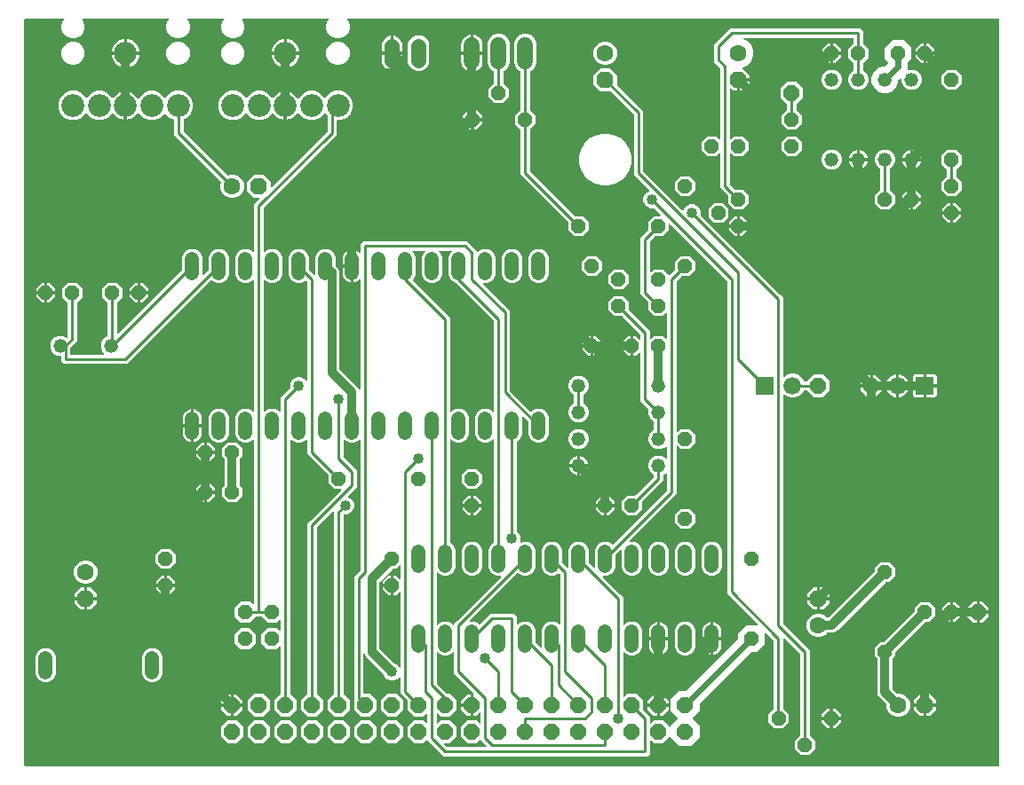
<source format=gtl>
G04 EAGLE Gerber RS-274X export*
G75*
%MOMM*%
%FSLAX34Y34*%
%LPD*%
%INTop Copper*%
%IPPOS*%
%AMOC8*
5,1,8,0,0,1.08239X$1,22.5*%
G01*
%ADD10P,1.429621X8X292.500000*%
%ADD11P,1.732040X8X292.500000*%
%ADD12C,1.600200*%
%ADD13C,1.320800*%
%ADD14C,1.320800*%
%ADD15P,1.429621X8X22.500000*%
%ADD16P,1.429621X8X202.500000*%
%ADD17P,1.429621X8X112.500000*%
%ADD18C,1.422400*%
%ADD19C,2.184400*%
%ADD20P,1.649562X8X22.500000*%
%ADD21P,1.732040X8X22.500000*%
%ADD22P,1.732040X8X112.500000*%
%ADD23P,1.649562X8X202.500000*%
%ADD24C,1.524000*%
%ADD25R,1.714500X1.714500*%
%ADD26C,1.676400*%
%ADD27P,1.539592X8X22.500000*%
%ADD28C,0.812800*%
%ADD29C,1.016000*%
%ADD30C,0.254000*%
%ADD31C,0.609600*%

G36*
X933978Y17784D02*
X933978Y17784D01*
X933997Y17782D01*
X934099Y17804D01*
X934201Y17820D01*
X934218Y17830D01*
X934238Y17834D01*
X934327Y17887D01*
X934418Y17936D01*
X934432Y17950D01*
X934449Y17960D01*
X934516Y18039D01*
X934588Y18114D01*
X934596Y18132D01*
X934609Y18147D01*
X934648Y18243D01*
X934691Y18337D01*
X934693Y18357D01*
X934701Y18375D01*
X934719Y18542D01*
X934719Y730758D01*
X934716Y730778D01*
X934718Y730797D01*
X934696Y730899D01*
X934680Y731001D01*
X934670Y731018D01*
X934666Y731038D01*
X934613Y731127D01*
X934564Y731218D01*
X934550Y731232D01*
X934540Y731249D01*
X934461Y731316D01*
X934386Y731388D01*
X934368Y731396D01*
X934353Y731409D01*
X934257Y731448D01*
X934163Y731491D01*
X934143Y731493D01*
X934125Y731501D01*
X933958Y731519D01*
X313489Y731519D01*
X313418Y731508D01*
X313347Y731506D01*
X313298Y731488D01*
X313246Y731480D01*
X313183Y731446D01*
X313116Y731421D01*
X313075Y731389D01*
X313029Y731364D01*
X312980Y731312D01*
X312924Y731268D01*
X312895Y731224D01*
X312860Y731186D01*
X312829Y731121D01*
X312791Y731061D01*
X312778Y731010D01*
X312756Y730963D01*
X312748Y730892D01*
X312731Y730822D01*
X312735Y730770D01*
X312729Y730719D01*
X312744Y730648D01*
X312750Y730577D01*
X312770Y730529D01*
X312781Y730478D01*
X312818Y730417D01*
X312846Y730351D01*
X312891Y730295D01*
X312907Y730267D01*
X312925Y730252D01*
X312951Y730220D01*
X313394Y729777D01*
X315081Y725704D01*
X315081Y721296D01*
X313394Y717223D01*
X310277Y714106D01*
X306204Y712419D01*
X301796Y712419D01*
X297723Y714106D01*
X294606Y717223D01*
X292919Y721296D01*
X292919Y725704D01*
X294606Y729777D01*
X295049Y730220D01*
X295091Y730278D01*
X295140Y730330D01*
X295162Y730377D01*
X295193Y730419D01*
X295214Y730488D01*
X295244Y730553D01*
X295250Y730605D01*
X295265Y730655D01*
X295263Y730726D01*
X295271Y730797D01*
X295260Y730848D01*
X295259Y730900D01*
X295234Y730968D01*
X295219Y731038D01*
X295192Y731083D01*
X295174Y731131D01*
X295130Y731187D01*
X295093Y731249D01*
X295053Y731283D01*
X295021Y731323D01*
X294960Y731362D01*
X294906Y731409D01*
X294857Y731428D01*
X294814Y731456D01*
X294744Y731474D01*
X294678Y731501D01*
X294606Y731509D01*
X294575Y731517D01*
X294552Y731515D01*
X294511Y731519D01*
X213489Y731519D01*
X213418Y731508D01*
X213347Y731506D01*
X213298Y731488D01*
X213246Y731480D01*
X213183Y731446D01*
X213116Y731421D01*
X213075Y731389D01*
X213029Y731364D01*
X212980Y731312D01*
X212924Y731268D01*
X212895Y731224D01*
X212860Y731186D01*
X212829Y731121D01*
X212791Y731061D01*
X212778Y731010D01*
X212756Y730963D01*
X212748Y730892D01*
X212731Y730822D01*
X212735Y730770D01*
X212729Y730719D01*
X212744Y730648D01*
X212750Y730577D01*
X212770Y730529D01*
X212781Y730478D01*
X212818Y730417D01*
X212846Y730351D01*
X212891Y730295D01*
X212907Y730267D01*
X212925Y730252D01*
X212951Y730220D01*
X213394Y729777D01*
X215081Y725704D01*
X215081Y721296D01*
X213394Y717223D01*
X210277Y714106D01*
X206204Y712419D01*
X201796Y712419D01*
X197723Y714106D01*
X194606Y717223D01*
X192919Y721296D01*
X192919Y725704D01*
X194606Y729777D01*
X195049Y730220D01*
X195091Y730278D01*
X195140Y730330D01*
X195162Y730377D01*
X195193Y730419D01*
X195214Y730488D01*
X195244Y730553D01*
X195250Y730605D01*
X195265Y730655D01*
X195263Y730726D01*
X195271Y730797D01*
X195260Y730848D01*
X195259Y730900D01*
X195234Y730968D01*
X195219Y731038D01*
X195192Y731083D01*
X195174Y731131D01*
X195130Y731187D01*
X195093Y731249D01*
X195053Y731283D01*
X195021Y731323D01*
X194960Y731362D01*
X194906Y731409D01*
X194857Y731428D01*
X194814Y731456D01*
X194744Y731474D01*
X194678Y731501D01*
X194606Y731509D01*
X194575Y731517D01*
X194552Y731515D01*
X194511Y731519D01*
X161089Y731519D01*
X161018Y731508D01*
X160947Y731506D01*
X160898Y731488D01*
X160846Y731480D01*
X160783Y731446D01*
X160716Y731421D01*
X160675Y731389D01*
X160629Y731364D01*
X160580Y731312D01*
X160524Y731268D01*
X160495Y731224D01*
X160460Y731186D01*
X160429Y731121D01*
X160391Y731061D01*
X160378Y731010D01*
X160356Y730963D01*
X160348Y730892D01*
X160331Y730822D01*
X160335Y730770D01*
X160329Y730719D01*
X160344Y730648D01*
X160350Y730577D01*
X160370Y730529D01*
X160381Y730478D01*
X160418Y730417D01*
X160446Y730351D01*
X160491Y730295D01*
X160507Y730267D01*
X160525Y730252D01*
X160551Y730220D01*
X160994Y729777D01*
X162681Y725704D01*
X162681Y721296D01*
X160994Y717223D01*
X157877Y714106D01*
X153804Y712419D01*
X149396Y712419D01*
X145323Y714106D01*
X142206Y717223D01*
X140519Y721296D01*
X140519Y725704D01*
X142206Y729777D01*
X142649Y730220D01*
X142691Y730278D01*
X142740Y730330D01*
X142762Y730377D01*
X142793Y730419D01*
X142814Y730488D01*
X142844Y730553D01*
X142850Y730605D01*
X142865Y730655D01*
X142863Y730726D01*
X142871Y730797D01*
X142860Y730848D01*
X142859Y730900D01*
X142834Y730968D01*
X142819Y731038D01*
X142792Y731083D01*
X142774Y731131D01*
X142730Y731187D01*
X142693Y731249D01*
X142653Y731283D01*
X142621Y731323D01*
X142560Y731362D01*
X142506Y731409D01*
X142457Y731428D01*
X142414Y731456D01*
X142344Y731474D01*
X142278Y731501D01*
X142206Y731509D01*
X142175Y731517D01*
X142152Y731515D01*
X142111Y731519D01*
X61089Y731519D01*
X61018Y731508D01*
X60947Y731506D01*
X60898Y731488D01*
X60846Y731480D01*
X60783Y731446D01*
X60716Y731421D01*
X60675Y731389D01*
X60629Y731364D01*
X60580Y731312D01*
X60524Y731268D01*
X60495Y731224D01*
X60460Y731186D01*
X60429Y731121D01*
X60391Y731061D01*
X60378Y731010D01*
X60356Y730963D01*
X60348Y730892D01*
X60331Y730822D01*
X60335Y730770D01*
X60329Y730719D01*
X60344Y730648D01*
X60350Y730577D01*
X60370Y730529D01*
X60381Y730478D01*
X60418Y730417D01*
X60446Y730351D01*
X60491Y730295D01*
X60507Y730267D01*
X60525Y730252D01*
X60551Y730220D01*
X60994Y729777D01*
X62681Y725704D01*
X62681Y721296D01*
X60994Y717223D01*
X57877Y714106D01*
X53804Y712419D01*
X49396Y712419D01*
X45323Y714106D01*
X42206Y717223D01*
X40519Y721296D01*
X40519Y725704D01*
X42206Y729777D01*
X42649Y730220D01*
X42691Y730278D01*
X42740Y730330D01*
X42762Y730377D01*
X42793Y730419D01*
X42814Y730488D01*
X42844Y730553D01*
X42850Y730605D01*
X42865Y730655D01*
X42863Y730726D01*
X42871Y730797D01*
X42860Y730848D01*
X42859Y730900D01*
X42834Y730968D01*
X42819Y731038D01*
X42792Y731083D01*
X42774Y731131D01*
X42730Y731187D01*
X42693Y731249D01*
X42653Y731283D01*
X42621Y731323D01*
X42560Y731362D01*
X42506Y731409D01*
X42457Y731428D01*
X42414Y731456D01*
X42344Y731474D01*
X42278Y731501D01*
X42206Y731509D01*
X42175Y731517D01*
X42152Y731515D01*
X42111Y731519D01*
X5842Y731519D01*
X5822Y731516D01*
X5803Y731518D01*
X5701Y731496D01*
X5599Y731480D01*
X5582Y731470D01*
X5562Y731466D01*
X5473Y731413D01*
X5382Y731364D01*
X5368Y731350D01*
X5351Y731340D01*
X5284Y731261D01*
X5212Y731186D01*
X5204Y731168D01*
X5191Y731153D01*
X5152Y731057D01*
X5109Y730963D01*
X5107Y730943D01*
X5099Y730925D01*
X5081Y730758D01*
X5081Y18542D01*
X5084Y18522D01*
X5082Y18503D01*
X5104Y18401D01*
X5120Y18299D01*
X5130Y18282D01*
X5134Y18262D01*
X5187Y18173D01*
X5236Y18082D01*
X5250Y18068D01*
X5260Y18051D01*
X5339Y17984D01*
X5414Y17912D01*
X5432Y17904D01*
X5447Y17891D01*
X5543Y17852D01*
X5637Y17809D01*
X5657Y17807D01*
X5675Y17799D01*
X5842Y17781D01*
X933958Y17781D01*
X933978Y17784D01*
G37*
%LPC*%
G36*
X404611Y27431D02*
X404611Y27431D01*
X401858Y30184D01*
X389203Y42839D01*
X389187Y42851D01*
X389175Y42866D01*
X389087Y42922D01*
X389004Y42983D01*
X388985Y42988D01*
X388968Y42999D01*
X388867Y43024D01*
X388769Y43055D01*
X388749Y43054D01*
X388729Y43059D01*
X388626Y43051D01*
X388523Y43049D01*
X388504Y43042D01*
X388484Y43040D01*
X388389Y43000D01*
X388292Y42964D01*
X388276Y42952D01*
X388258Y42944D01*
X388127Y42839D01*
X385419Y40131D01*
X376581Y40131D01*
X370331Y46381D01*
X370331Y55219D01*
X376581Y61469D01*
X385419Y61469D01*
X388082Y58806D01*
X388140Y58764D01*
X388192Y58715D01*
X388239Y58693D01*
X388281Y58663D01*
X388350Y58641D01*
X388415Y58611D01*
X388467Y58606D01*
X388517Y58590D01*
X388588Y58592D01*
X388659Y58584D01*
X388710Y58595D01*
X388762Y58597D01*
X388830Y58621D01*
X388900Y58636D01*
X388945Y58663D01*
X388993Y58681D01*
X389049Y58726D01*
X389111Y58763D01*
X389145Y58802D01*
X389185Y58835D01*
X389224Y58895D01*
X389271Y58950D01*
X389290Y58998D01*
X389318Y59042D01*
X389336Y59111D01*
X389363Y59178D01*
X389371Y59249D01*
X389379Y59280D01*
X389377Y59303D01*
X389381Y59344D01*
X389381Y67656D01*
X389370Y67726D01*
X389368Y67798D01*
X389350Y67847D01*
X389342Y67898D01*
X389308Y67962D01*
X389283Y68029D01*
X389251Y68070D01*
X389226Y68116D01*
X389174Y68165D01*
X389130Y68221D01*
X389086Y68249D01*
X389048Y68285D01*
X388983Y68315D01*
X388923Y68354D01*
X388872Y68367D01*
X388825Y68389D01*
X388754Y68397D01*
X388684Y68414D01*
X388632Y68410D01*
X388581Y68416D01*
X388510Y68401D01*
X388439Y68395D01*
X388391Y68375D01*
X388340Y68364D01*
X388279Y68327D01*
X388213Y68299D01*
X388157Y68254D01*
X388129Y68237D01*
X388114Y68220D01*
X388082Y68194D01*
X385419Y65531D01*
X376581Y65531D01*
X370331Y71781D01*
X370331Y80446D01*
X370317Y80536D01*
X370309Y80627D01*
X370297Y80657D01*
X370292Y80689D01*
X370249Y80769D01*
X370213Y80853D01*
X370187Y80885D01*
X370176Y80906D01*
X370153Y80928D01*
X370108Y80984D01*
X363981Y87111D01*
X363981Y103116D01*
X363966Y103212D01*
X363956Y103309D01*
X363946Y103333D01*
X363942Y103358D01*
X363896Y103444D01*
X363856Y103534D01*
X363839Y103553D01*
X363826Y103576D01*
X363756Y103643D01*
X363690Y103715D01*
X363667Y103727D01*
X363648Y103745D01*
X363560Y103786D01*
X363474Y103833D01*
X363449Y103838D01*
X363425Y103849D01*
X363328Y103860D01*
X363232Y103877D01*
X363206Y103873D01*
X363181Y103876D01*
X363085Y103855D01*
X362989Y103841D01*
X362966Y103829D01*
X362940Y103824D01*
X362856Y103774D01*
X362770Y103730D01*
X362751Y103711D01*
X362729Y103698D01*
X362666Y103623D01*
X362598Y103554D01*
X362582Y103525D01*
X362569Y103511D01*
X362557Y103480D01*
X362517Y103407D01*
X362491Y103345D01*
X360205Y101059D01*
X357217Y99821D01*
X353983Y99821D01*
X350995Y101059D01*
X348709Y103345D01*
X347751Y105658D01*
X347716Y105714D01*
X347691Y105774D01*
X347639Y105839D01*
X347621Y105867D01*
X347606Y105880D01*
X347586Y105905D01*
X332628Y120863D01*
X330520Y122971D01*
X329633Y125112D01*
X329582Y125195D01*
X329536Y125281D01*
X329518Y125299D01*
X329504Y125321D01*
X329428Y125383D01*
X329358Y125450D01*
X329334Y125461D01*
X329314Y125478D01*
X329223Y125513D01*
X329135Y125554D01*
X329109Y125557D01*
X329085Y125566D01*
X328987Y125570D01*
X328891Y125581D01*
X328865Y125575D01*
X328839Y125576D01*
X328745Y125549D01*
X328650Y125529D01*
X328628Y125515D01*
X328603Y125508D01*
X328523Y125452D01*
X328439Y125402D01*
X328422Y125383D01*
X328401Y125368D01*
X328342Y125290D01*
X328279Y125216D01*
X328269Y125191D01*
X328254Y125170D01*
X328224Y125078D01*
X328187Y124987D01*
X328184Y124955D01*
X328178Y124936D01*
X328178Y124903D01*
X328169Y124821D01*
X328169Y87630D01*
X328172Y87610D01*
X328170Y87591D01*
X328192Y87489D01*
X328208Y87387D01*
X328218Y87370D01*
X328222Y87350D01*
X328275Y87261D01*
X328324Y87170D01*
X328338Y87156D01*
X328348Y87139D01*
X328427Y87072D01*
X328502Y87000D01*
X328520Y86992D01*
X328535Y86979D01*
X328631Y86940D01*
X328725Y86897D01*
X328745Y86895D01*
X328763Y86887D01*
X328930Y86869D01*
X334619Y86869D01*
X340869Y80619D01*
X340869Y71781D01*
X334619Y65531D01*
X325781Y65531D01*
X319531Y71781D01*
X319531Y198639D01*
X325658Y204766D01*
X325711Y204840D01*
X325771Y204909D01*
X325783Y204939D01*
X325802Y204966D01*
X325829Y205053D01*
X325863Y205137D01*
X325867Y205178D01*
X325874Y205201D01*
X325873Y205233D01*
X325881Y205304D01*
X325881Y329188D01*
X325870Y329259D01*
X325868Y329331D01*
X325850Y329380D01*
X325842Y329431D01*
X325808Y329495D01*
X325783Y329562D01*
X325751Y329603D01*
X325726Y329649D01*
X325674Y329698D01*
X325630Y329754D01*
X325586Y329782D01*
X325548Y329818D01*
X325483Y329848D01*
X325423Y329887D01*
X325372Y329900D01*
X325325Y329922D01*
X325254Y329929D01*
X325184Y329947D01*
X325132Y329943D01*
X325081Y329949D01*
X325010Y329933D01*
X324939Y329928D01*
X324891Y329908D01*
X324840Y329896D01*
X324779Y329860D01*
X324713Y329832D01*
X324657Y329787D01*
X324629Y329770D01*
X324614Y329752D01*
X324582Y329727D01*
X322968Y328113D01*
X319420Y326643D01*
X315580Y326643D01*
X312032Y328113D01*
X310418Y329727D01*
X310360Y329769D01*
X310308Y329818D01*
X310261Y329840D01*
X310219Y329870D01*
X310150Y329891D01*
X310085Y329922D01*
X310033Y329927D01*
X309983Y329943D01*
X309912Y329941D01*
X309841Y329949D01*
X309790Y329938D01*
X309738Y329936D01*
X309670Y329912D01*
X309600Y329896D01*
X309555Y329870D01*
X309507Y329852D01*
X309451Y329807D01*
X309389Y329770D01*
X309355Y329731D01*
X309315Y329698D01*
X309276Y329638D01*
X309229Y329583D01*
X309210Y329535D01*
X309182Y329491D01*
X309164Y329422D01*
X309137Y329355D01*
X309129Y329284D01*
X309121Y329253D01*
X309123Y329229D01*
X309119Y329188D01*
X309119Y313254D01*
X309133Y313164D01*
X309141Y313073D01*
X309153Y313043D01*
X309158Y313011D01*
X309201Y312931D01*
X309237Y312847D01*
X309263Y312815D01*
X309274Y312794D01*
X309297Y312772D01*
X309342Y312716D01*
X321819Y300239D01*
X321819Y283961D01*
X313516Y275658D01*
X313489Y275621D01*
X313455Y275590D01*
X313417Y275521D01*
X313372Y275458D01*
X313358Y275414D01*
X313336Y275374D01*
X313322Y275297D01*
X313300Y275223D01*
X313301Y275177D01*
X313293Y275132D01*
X313304Y275055D01*
X313306Y274977D01*
X313322Y274934D01*
X313328Y274889D01*
X313364Y274819D01*
X313390Y274746D01*
X313419Y274710D01*
X313440Y274669D01*
X313496Y274615D01*
X313544Y274554D01*
X313583Y274529D01*
X313616Y274497D01*
X313735Y274431D01*
X313751Y274421D01*
X313756Y274420D01*
X313762Y274416D01*
X315755Y273591D01*
X318041Y271305D01*
X319279Y268317D01*
X319279Y265083D01*
X318041Y262095D01*
X315755Y259809D01*
X312767Y258571D01*
X309880Y258571D01*
X309860Y258568D01*
X309841Y258570D01*
X309739Y258548D01*
X309637Y258532D01*
X309620Y258522D01*
X309600Y258518D01*
X309511Y258465D01*
X309420Y258416D01*
X309406Y258402D01*
X309389Y258392D01*
X309322Y258313D01*
X309250Y258238D01*
X309242Y258220D01*
X309229Y258205D01*
X309190Y258109D01*
X309147Y258015D01*
X309145Y257995D01*
X309137Y257977D01*
X309119Y257810D01*
X309119Y87284D01*
X309133Y87194D01*
X309141Y87103D01*
X309153Y87074D01*
X309158Y87042D01*
X309201Y86961D01*
X309237Y86877D01*
X309263Y86845D01*
X309274Y86824D01*
X309297Y86802D01*
X309342Y86746D01*
X315469Y80619D01*
X315469Y71781D01*
X309219Y65531D01*
X300381Y65531D01*
X294131Y71781D01*
X294131Y80619D01*
X300258Y86746D01*
X300311Y86820D01*
X300371Y86890D01*
X300383Y86920D01*
X300402Y86946D01*
X300429Y87033D01*
X300463Y87118D01*
X300467Y87159D01*
X300474Y87181D01*
X300473Y87213D01*
X300481Y87284D01*
X300481Y260786D01*
X300470Y260857D01*
X300468Y260928D01*
X300450Y260977D01*
X300442Y261029D01*
X300408Y261092D01*
X300383Y261159D01*
X300351Y261200D01*
X300326Y261246D01*
X300274Y261295D01*
X300230Y261351D01*
X300186Y261380D01*
X300148Y261415D01*
X300083Y261446D01*
X300023Y261484D01*
X299972Y261497D01*
X299925Y261519D01*
X299854Y261527D01*
X299784Y261544D01*
X299732Y261540D01*
X299681Y261546D01*
X299610Y261531D01*
X299539Y261525D01*
X299491Y261505D01*
X299440Y261494D01*
X299379Y261457D01*
X299313Y261429D01*
X299257Y261384D01*
X299229Y261368D01*
X299214Y261350D01*
X299182Y261324D01*
X283942Y246084D01*
X283889Y246010D01*
X283829Y245941D01*
X283817Y245911D01*
X283798Y245884D01*
X283771Y245797D01*
X283737Y245713D01*
X283733Y245672D01*
X283726Y245649D01*
X283727Y245617D01*
X283719Y245546D01*
X283719Y87284D01*
X283733Y87194D01*
X283741Y87103D01*
X283753Y87074D01*
X283758Y87042D01*
X283801Y86961D01*
X283837Y86877D01*
X283863Y86845D01*
X283874Y86824D01*
X283897Y86802D01*
X283942Y86746D01*
X290069Y80619D01*
X290069Y71781D01*
X283819Y65531D01*
X274981Y65531D01*
X268731Y71781D01*
X268731Y80619D01*
X274858Y86746D01*
X274911Y86820D01*
X274971Y86890D01*
X274983Y86920D01*
X275002Y86946D01*
X275029Y87033D01*
X275063Y87118D01*
X275067Y87159D01*
X275074Y87181D01*
X275073Y87213D01*
X275081Y87284D01*
X275081Y249439D01*
X277834Y252192D01*
X306790Y281148D01*
X306832Y281206D01*
X306881Y281258D01*
X306903Y281305D01*
X306934Y281347D01*
X306955Y281416D01*
X306985Y281481D01*
X306991Y281533D01*
X307006Y281583D01*
X307004Y281654D01*
X307012Y281725D01*
X307001Y281776D01*
X307000Y281828D01*
X306975Y281896D01*
X306960Y281966D01*
X306933Y282011D01*
X306915Y282059D01*
X306870Y282115D01*
X306834Y282177D01*
X306794Y282211D01*
X306762Y282251D01*
X306701Y282290D01*
X306647Y282337D01*
X306598Y282356D01*
X306555Y282384D01*
X306485Y282402D01*
X306419Y282429D01*
X306347Y282437D01*
X306316Y282445D01*
X306293Y282443D01*
X306252Y282447D01*
X300802Y282447D01*
X295147Y288102D01*
X295147Y295330D01*
X295133Y295420D01*
X295125Y295511D01*
X295113Y295541D01*
X295108Y295573D01*
X295065Y295653D01*
X295029Y295737D01*
X295003Y295769D01*
X294992Y295790D01*
X294969Y295812D01*
X294924Y295868D01*
X277834Y312958D01*
X275081Y315711D01*
X275081Y329188D01*
X275070Y329259D01*
X275068Y329331D01*
X275050Y329380D01*
X275042Y329431D01*
X275008Y329495D01*
X274983Y329562D01*
X274951Y329603D01*
X274926Y329649D01*
X274874Y329698D01*
X274830Y329754D01*
X274786Y329782D01*
X274748Y329818D01*
X274683Y329848D01*
X274623Y329887D01*
X274572Y329900D01*
X274525Y329922D01*
X274454Y329929D01*
X274384Y329947D01*
X274332Y329943D01*
X274281Y329949D01*
X274210Y329933D01*
X274139Y329928D01*
X274091Y329908D01*
X274040Y329896D01*
X273979Y329860D01*
X273913Y329832D01*
X273857Y329787D01*
X273829Y329770D01*
X273814Y329752D01*
X273782Y329727D01*
X272168Y328113D01*
X268620Y326643D01*
X264780Y326643D01*
X261232Y328113D01*
X259618Y329727D01*
X259560Y329769D01*
X259508Y329818D01*
X259461Y329840D01*
X259419Y329870D01*
X259350Y329891D01*
X259285Y329922D01*
X259233Y329927D01*
X259183Y329943D01*
X259112Y329941D01*
X259041Y329949D01*
X258990Y329938D01*
X258938Y329936D01*
X258870Y329912D01*
X258800Y329896D01*
X258755Y329870D01*
X258707Y329852D01*
X258651Y329807D01*
X258589Y329770D01*
X258555Y329731D01*
X258515Y329698D01*
X258476Y329638D01*
X258429Y329583D01*
X258410Y329535D01*
X258382Y329491D01*
X258364Y329422D01*
X258337Y329355D01*
X258329Y329284D01*
X258321Y329253D01*
X258323Y329229D01*
X258319Y329188D01*
X258319Y87284D01*
X258333Y87194D01*
X258341Y87103D01*
X258353Y87074D01*
X258358Y87042D01*
X258401Y86961D01*
X258437Y86877D01*
X258463Y86845D01*
X258474Y86824D01*
X258497Y86802D01*
X258542Y86746D01*
X264669Y80619D01*
X264669Y71781D01*
X258419Y65531D01*
X249581Y65531D01*
X243331Y71781D01*
X243331Y80619D01*
X249458Y86746D01*
X249511Y86820D01*
X249571Y86890D01*
X249583Y86920D01*
X249602Y86946D01*
X249629Y87033D01*
X249663Y87118D01*
X249667Y87159D01*
X249674Y87181D01*
X249673Y87213D01*
X249681Y87284D01*
X249681Y131874D01*
X249670Y131945D01*
X249668Y132016D01*
X249650Y132065D01*
X249642Y132117D01*
X249608Y132180D01*
X249583Y132247D01*
X249551Y132288D01*
X249526Y132334D01*
X249474Y132384D01*
X249430Y132440D01*
X249386Y132468D01*
X249348Y132504D01*
X249283Y132534D01*
X249223Y132573D01*
X249172Y132585D01*
X249125Y132607D01*
X249054Y132615D01*
X248984Y132633D01*
X248932Y132629D01*
X248881Y132634D01*
X248810Y132619D01*
X248739Y132613D01*
X248691Y132593D01*
X248640Y132582D01*
X248579Y132545D01*
X248513Y132517D01*
X248457Y132472D01*
X248429Y132456D01*
X248414Y132438D01*
X248382Y132412D01*
X245509Y129539D01*
X237091Y129539D01*
X231139Y135491D01*
X231139Y143909D01*
X237091Y149861D01*
X245509Y149861D01*
X248382Y146988D01*
X248440Y146946D01*
X248492Y146896D01*
X248539Y146875D01*
X248581Y146844D01*
X248650Y146823D01*
X248715Y146793D01*
X248767Y146787D01*
X248817Y146772D01*
X248888Y146774D01*
X248959Y146766D01*
X249010Y146777D01*
X249062Y146778D01*
X249130Y146803D01*
X249200Y146818D01*
X249245Y146845D01*
X249293Y146863D01*
X249349Y146907D01*
X249411Y146944D01*
X249445Y146984D01*
X249485Y147016D01*
X249524Y147077D01*
X249571Y147131D01*
X249590Y147179D01*
X249618Y147223D01*
X249636Y147293D01*
X249663Y147359D01*
X249671Y147431D01*
X249679Y147462D01*
X249677Y147485D01*
X249681Y147526D01*
X249681Y157274D01*
X249670Y157345D01*
X249668Y157416D01*
X249650Y157465D01*
X249642Y157517D01*
X249608Y157580D01*
X249583Y157647D01*
X249551Y157688D01*
X249526Y157734D01*
X249474Y157784D01*
X249430Y157840D01*
X249386Y157868D01*
X249348Y157904D01*
X249283Y157934D01*
X249223Y157973D01*
X249172Y157985D01*
X249125Y158007D01*
X249054Y158015D01*
X248984Y158033D01*
X248932Y158029D01*
X248881Y158034D01*
X248810Y158019D01*
X248739Y158013D01*
X248691Y157993D01*
X248640Y157982D01*
X248579Y157945D01*
X248513Y157917D01*
X248457Y157872D01*
X248429Y157856D01*
X248414Y157838D01*
X248382Y157812D01*
X245509Y154939D01*
X237091Y154939D01*
X231472Y160558D01*
X231398Y160611D01*
X231329Y160671D01*
X231299Y160683D01*
X231273Y160702D01*
X231186Y160729D01*
X231101Y160763D01*
X231060Y160767D01*
X231037Y160774D01*
X231005Y160773D01*
X230934Y160781D01*
X226266Y160781D01*
X226176Y160767D01*
X226085Y160759D01*
X226055Y160747D01*
X226023Y160742D01*
X225943Y160699D01*
X225859Y160663D01*
X225827Y160637D01*
X225806Y160626D01*
X225784Y160603D01*
X225728Y160558D01*
X220109Y154939D01*
X211691Y154939D01*
X205739Y160891D01*
X205739Y169309D01*
X211691Y175261D01*
X220109Y175261D01*
X222982Y172388D01*
X223040Y172346D01*
X223092Y172296D01*
X223139Y172275D01*
X223181Y172244D01*
X223250Y172223D01*
X223315Y172193D01*
X223367Y172187D01*
X223417Y172172D01*
X223488Y172174D01*
X223559Y172166D01*
X223610Y172177D01*
X223662Y172178D01*
X223730Y172203D01*
X223800Y172218D01*
X223845Y172245D01*
X223893Y172263D01*
X223949Y172307D01*
X224011Y172344D01*
X224045Y172384D01*
X224085Y172416D01*
X224124Y172477D01*
X224171Y172531D01*
X224190Y172579D01*
X224218Y172623D01*
X224236Y172693D01*
X224263Y172759D01*
X224271Y172831D01*
X224279Y172862D01*
X224277Y172885D01*
X224281Y172926D01*
X224281Y329188D01*
X224270Y329259D01*
X224268Y329331D01*
X224250Y329380D01*
X224242Y329431D01*
X224208Y329495D01*
X224183Y329562D01*
X224151Y329603D01*
X224126Y329649D01*
X224074Y329698D01*
X224030Y329754D01*
X223986Y329782D01*
X223948Y329818D01*
X223883Y329848D01*
X223823Y329887D01*
X223772Y329900D01*
X223725Y329922D01*
X223654Y329929D01*
X223584Y329947D01*
X223532Y329943D01*
X223481Y329949D01*
X223410Y329933D01*
X223339Y329928D01*
X223291Y329908D01*
X223240Y329896D01*
X223179Y329860D01*
X223113Y329832D01*
X223057Y329787D01*
X223029Y329770D01*
X223014Y329752D01*
X222982Y329727D01*
X221368Y328113D01*
X217820Y326643D01*
X213980Y326643D01*
X210432Y328113D01*
X207717Y330828D01*
X206247Y334376D01*
X206247Y351424D01*
X207717Y354972D01*
X210432Y357687D01*
X213980Y359157D01*
X217820Y359157D01*
X221368Y357687D01*
X222982Y356073D01*
X223040Y356031D01*
X223092Y355982D01*
X223139Y355960D01*
X223181Y355930D01*
X223250Y355909D01*
X223315Y355878D01*
X223367Y355873D01*
X223417Y355857D01*
X223488Y355859D01*
X223559Y355851D01*
X223610Y355862D01*
X223662Y355864D01*
X223730Y355888D01*
X223800Y355904D01*
X223845Y355930D01*
X223893Y355948D01*
X223949Y355993D01*
X224011Y356030D01*
X224045Y356069D01*
X224085Y356102D01*
X224124Y356162D01*
X224171Y356217D01*
X224190Y356265D01*
X224218Y356309D01*
X224236Y356378D01*
X224263Y356445D01*
X224271Y356516D01*
X224279Y356547D01*
X224277Y356571D01*
X224281Y356612D01*
X224281Y481588D01*
X224270Y481659D01*
X224268Y481731D01*
X224250Y481780D01*
X224242Y481831D01*
X224208Y481895D01*
X224183Y481962D01*
X224151Y482003D01*
X224126Y482049D01*
X224074Y482098D01*
X224030Y482154D01*
X223986Y482182D01*
X223948Y482218D01*
X223883Y482248D01*
X223823Y482287D01*
X223772Y482300D01*
X223725Y482322D01*
X223654Y482329D01*
X223584Y482347D01*
X223532Y482343D01*
X223481Y482349D01*
X223410Y482333D01*
X223339Y482328D01*
X223291Y482308D01*
X223240Y482296D01*
X223179Y482260D01*
X223113Y482232D01*
X223057Y482187D01*
X223029Y482170D01*
X223014Y482152D01*
X222982Y482127D01*
X221368Y480513D01*
X217820Y479043D01*
X213980Y479043D01*
X210432Y480513D01*
X207717Y483228D01*
X206247Y486776D01*
X206247Y503824D01*
X207717Y507372D01*
X210432Y510087D01*
X213980Y511557D01*
X217820Y511557D01*
X221368Y510087D01*
X222982Y508473D01*
X223040Y508431D01*
X223092Y508382D01*
X223139Y508360D01*
X223181Y508330D01*
X223250Y508309D01*
X223315Y508278D01*
X223367Y508273D01*
X223417Y508257D01*
X223488Y508259D01*
X223559Y508251D01*
X223610Y508262D01*
X223662Y508264D01*
X223730Y508288D01*
X223800Y508304D01*
X223845Y508330D01*
X223893Y508348D01*
X223949Y508393D01*
X224011Y508430D01*
X224045Y508469D01*
X224085Y508502D01*
X224124Y508562D01*
X224171Y508617D01*
X224190Y508665D01*
X224218Y508709D01*
X224236Y508778D01*
X224263Y508845D01*
X224271Y508916D01*
X224279Y508947D01*
X224277Y508971D01*
X224281Y509012D01*
X224281Y554239D01*
X229193Y559151D01*
X229235Y559209D01*
X229284Y559261D01*
X229306Y559308D01*
X229337Y559350D01*
X229358Y559419D01*
X229388Y559484D01*
X229394Y559536D01*
X229409Y559586D01*
X229407Y559657D01*
X229415Y559728D01*
X229404Y559779D01*
X229403Y559831D01*
X229378Y559899D01*
X229363Y559969D01*
X229336Y560014D01*
X229318Y560062D01*
X229273Y560118D01*
X229237Y560180D01*
X229197Y560214D01*
X229165Y560254D01*
X229104Y560293D01*
X229050Y560340D01*
X229001Y560359D01*
X228958Y560387D01*
X228888Y560405D01*
X228822Y560432D01*
X228750Y560440D01*
X228719Y560448D01*
X228696Y560446D01*
X228655Y560450D01*
X224023Y560450D01*
X217550Y566923D01*
X217550Y576077D01*
X224023Y582550D01*
X233177Y582550D01*
X239650Y576077D01*
X239650Y571445D01*
X239661Y571374D01*
X239663Y571303D01*
X239681Y571254D01*
X239689Y571202D01*
X239723Y571139D01*
X239748Y571072D01*
X239780Y571031D01*
X239805Y570985D01*
X239857Y570936D01*
X239901Y570880D01*
X239945Y570851D01*
X239983Y570816D01*
X240048Y570785D01*
X240108Y570747D01*
X240159Y570734D01*
X240206Y570712D01*
X240277Y570704D01*
X240347Y570687D01*
X240399Y570691D01*
X240450Y570685D01*
X240521Y570700D01*
X240592Y570706D01*
X240640Y570726D01*
X240691Y570737D01*
X240752Y570774D01*
X240818Y570802D01*
X240874Y570847D01*
X240902Y570863D01*
X240917Y570881D01*
X240949Y570907D01*
X293908Y623866D01*
X293961Y623940D01*
X294021Y624009D01*
X294033Y624039D01*
X294052Y624066D01*
X294079Y624153D01*
X294113Y624237D01*
X294117Y624278D01*
X294124Y624301D01*
X294123Y624333D01*
X294131Y624404D01*
X294131Y638296D01*
X294117Y638386D01*
X294109Y638477D01*
X294097Y638507D01*
X294092Y638539D01*
X294049Y638619D01*
X294013Y638703D01*
X293987Y638735D01*
X293976Y638756D01*
X293953Y638778D01*
X293908Y638834D01*
X292095Y640648D01*
X292074Y640681D01*
X292018Y640727D01*
X291969Y640781D01*
X291924Y640805D01*
X291884Y640838D01*
X291817Y640864D01*
X291754Y640899D01*
X291703Y640908D01*
X291655Y640927D01*
X291583Y640930D01*
X291512Y640942D01*
X291461Y640935D01*
X291409Y640937D01*
X291340Y640917D01*
X291268Y640906D01*
X291222Y640883D01*
X291173Y640868D01*
X291113Y640827D01*
X291049Y640795D01*
X291013Y640758D01*
X290971Y640728D01*
X290928Y640670D01*
X290909Y640651D01*
X286914Y636656D01*
X281779Y634529D01*
X276221Y634529D01*
X271086Y636656D01*
X267156Y640586D01*
X266677Y641744D01*
X266654Y641780D01*
X266640Y641819D01*
X266590Y641884D01*
X266547Y641953D01*
X266515Y641980D01*
X266489Y642013D01*
X266421Y642058D01*
X266357Y642110D01*
X266318Y642125D01*
X266283Y642148D01*
X266204Y642169D01*
X266128Y642198D01*
X266086Y642200D01*
X266045Y642211D01*
X265964Y642205D01*
X265882Y642209D01*
X265842Y642197D01*
X265800Y642194D01*
X265724Y642163D01*
X265646Y642140D01*
X265611Y642116D01*
X265573Y642100D01*
X265511Y642046D01*
X265444Y642000D01*
X265419Y641966D01*
X265387Y641939D01*
X265302Y641809D01*
X265297Y641802D01*
X265296Y641801D01*
X265295Y641798D01*
X265114Y641444D01*
X263869Y639730D01*
X262370Y638231D01*
X260656Y636986D01*
X258768Y636024D01*
X256752Y635369D01*
X255123Y635111D01*
X255123Y647738D01*
X255120Y647758D01*
X255122Y647777D01*
X255100Y647879D01*
X255083Y647981D01*
X255074Y647998D01*
X255070Y648018D01*
X255017Y648107D01*
X254968Y648198D01*
X254954Y648212D01*
X254944Y648229D01*
X254865Y648296D01*
X254790Y648367D01*
X254772Y648376D01*
X254757Y648389D01*
X254661Y648427D01*
X254567Y648471D01*
X254547Y648473D01*
X254529Y648481D01*
X254362Y648499D01*
X252838Y648499D01*
X252818Y648496D01*
X252799Y648498D01*
X252697Y648476D01*
X252595Y648459D01*
X252578Y648450D01*
X252558Y648446D01*
X252469Y648393D01*
X252378Y648344D01*
X252364Y648330D01*
X252347Y648320D01*
X252280Y648241D01*
X252209Y648166D01*
X252200Y648148D01*
X252187Y648133D01*
X252148Y648037D01*
X252105Y647943D01*
X252103Y647923D01*
X252095Y647905D01*
X252077Y647738D01*
X252077Y635111D01*
X250448Y635369D01*
X248432Y636024D01*
X246544Y636986D01*
X244830Y638231D01*
X243331Y639730D01*
X242320Y641121D01*
X242245Y641195D01*
X242174Y641273D01*
X242158Y641282D01*
X242145Y641294D01*
X242051Y641341D01*
X241959Y641391D01*
X241941Y641395D01*
X241924Y641403D01*
X241820Y641416D01*
X241717Y641435D01*
X241698Y641432D01*
X241680Y641435D01*
X241577Y641415D01*
X241473Y641399D01*
X241457Y641391D01*
X241439Y641388D01*
X241348Y641335D01*
X241254Y641288D01*
X241241Y641275D01*
X241225Y641266D01*
X241155Y641187D01*
X241082Y641112D01*
X241071Y641093D01*
X241062Y641082D01*
X241049Y641053D01*
X241001Y640965D01*
X240844Y640586D01*
X236914Y636656D01*
X231779Y634529D01*
X226221Y634529D01*
X221086Y636656D01*
X217095Y640647D01*
X217074Y640681D01*
X217019Y640727D01*
X216970Y640780D01*
X216925Y640805D01*
X216885Y640838D01*
X216818Y640864D01*
X216754Y640899D01*
X216704Y640908D01*
X216655Y640926D01*
X216583Y640930D01*
X216512Y640942D01*
X216461Y640935D01*
X216410Y640937D01*
X216340Y640917D01*
X216269Y640907D01*
X216223Y640883D01*
X216173Y640869D01*
X216114Y640828D01*
X216050Y640795D01*
X216014Y640758D01*
X215971Y640729D01*
X215928Y640671D01*
X215905Y640647D01*
X211914Y636656D01*
X206779Y634529D01*
X201221Y634529D01*
X196086Y636656D01*
X192156Y640586D01*
X190029Y645721D01*
X190029Y651279D01*
X192156Y656414D01*
X196086Y660344D01*
X201221Y662471D01*
X206779Y662471D01*
X211914Y660344D01*
X215905Y656352D01*
X215926Y656319D01*
X215982Y656273D01*
X216031Y656219D01*
X216076Y656195D01*
X216116Y656162D01*
X216183Y656136D01*
X216246Y656101D01*
X216297Y656092D01*
X216345Y656073D01*
X216417Y656070D01*
X216488Y656058D01*
X216539Y656065D01*
X216591Y656063D01*
X216660Y656083D01*
X216732Y656094D01*
X216778Y656117D01*
X216827Y656132D01*
X216887Y656173D01*
X216951Y656205D01*
X216987Y656242D01*
X217029Y656272D01*
X217072Y656330D01*
X217091Y656349D01*
X221086Y660344D01*
X226221Y662471D01*
X231779Y662471D01*
X236914Y660344D01*
X240844Y656414D01*
X241001Y656035D01*
X241056Y655945D01*
X241107Y655853D01*
X241121Y655841D01*
X241130Y655826D01*
X241212Y655758D01*
X241289Y655688D01*
X241306Y655680D01*
X241320Y655669D01*
X241418Y655631D01*
X241514Y655589D01*
X241533Y655587D01*
X241550Y655581D01*
X241654Y655576D01*
X241759Y655567D01*
X241777Y655571D01*
X241795Y655570D01*
X241896Y655600D01*
X241999Y655624D01*
X242014Y655634D01*
X242032Y655639D01*
X242118Y655699D01*
X242207Y655755D01*
X242222Y655771D01*
X242234Y655779D01*
X242252Y655804D01*
X242320Y655879D01*
X243331Y657270D01*
X244830Y658769D01*
X246544Y660014D01*
X248432Y660976D01*
X250448Y661631D01*
X252077Y661889D01*
X252077Y649262D01*
X252080Y649242D01*
X252078Y649223D01*
X252100Y649121D01*
X252117Y649019D01*
X252126Y649002D01*
X252130Y648982D01*
X252183Y648893D01*
X252232Y648802D01*
X252246Y648788D01*
X252256Y648771D01*
X252335Y648704D01*
X252410Y648633D01*
X252428Y648624D01*
X252443Y648611D01*
X252539Y648573D01*
X252633Y648529D01*
X252653Y648527D01*
X252671Y648519D01*
X252838Y648501D01*
X254362Y648501D01*
X254382Y648504D01*
X254401Y648502D01*
X254503Y648524D01*
X254605Y648541D01*
X254622Y648550D01*
X254642Y648554D01*
X254731Y648607D01*
X254822Y648656D01*
X254836Y648670D01*
X254853Y648680D01*
X254920Y648759D01*
X254991Y648834D01*
X255000Y648852D01*
X255013Y648867D01*
X255052Y648963D01*
X255095Y649057D01*
X255097Y649077D01*
X255105Y649095D01*
X255123Y649262D01*
X255123Y661889D01*
X256752Y661631D01*
X258768Y660976D01*
X260656Y660014D01*
X262370Y658769D01*
X263869Y657270D01*
X265114Y655556D01*
X265295Y655202D01*
X265320Y655168D01*
X265337Y655129D01*
X265392Y655069D01*
X265441Y655003D01*
X265475Y654979D01*
X265503Y654948D01*
X265575Y654909D01*
X265642Y654862D01*
X265682Y654850D01*
X265719Y654830D01*
X265799Y654815D01*
X265878Y654792D01*
X265920Y654793D01*
X265961Y654786D01*
X266042Y654798D01*
X266123Y654801D01*
X266163Y654816D01*
X266204Y654822D01*
X266277Y654859D01*
X266354Y654888D01*
X266386Y654914D01*
X266423Y654933D01*
X266481Y654991D01*
X266544Y655043D01*
X266566Y655079D01*
X266596Y655109D01*
X266670Y655245D01*
X266675Y655252D01*
X266675Y655253D01*
X266677Y655256D01*
X267156Y656414D01*
X271086Y660344D01*
X276221Y662471D01*
X281779Y662471D01*
X286914Y660344D01*
X290905Y656353D01*
X290926Y656319D01*
X290981Y656273D01*
X291030Y656220D01*
X291075Y656195D01*
X291115Y656162D01*
X291182Y656136D01*
X291246Y656101D01*
X291296Y656092D01*
X291345Y656074D01*
X291417Y656070D01*
X291488Y656058D01*
X291539Y656065D01*
X291590Y656063D01*
X291660Y656083D01*
X291731Y656093D01*
X291777Y656117D01*
X291827Y656131D01*
X291886Y656172D01*
X291950Y656205D01*
X291986Y656242D01*
X292029Y656271D01*
X292072Y656329D01*
X292095Y656353D01*
X296086Y660344D01*
X301221Y662471D01*
X306779Y662471D01*
X311914Y660344D01*
X315844Y656414D01*
X317971Y651279D01*
X317971Y645721D01*
X315844Y640586D01*
X311914Y636656D01*
X306779Y634529D01*
X303530Y634529D01*
X303510Y634526D01*
X303491Y634528D01*
X303389Y634506D01*
X303287Y634490D01*
X303270Y634480D01*
X303250Y634476D01*
X303161Y634423D01*
X303070Y634374D01*
X303056Y634360D01*
X303039Y634350D01*
X302972Y634271D01*
X302900Y634196D01*
X302892Y634178D01*
X302879Y634163D01*
X302840Y634067D01*
X302797Y633973D01*
X302795Y633953D01*
X302787Y633935D01*
X302769Y633768D01*
X302769Y620511D01*
X233142Y550884D01*
X233089Y550810D01*
X233029Y550741D01*
X233017Y550711D01*
X232998Y550684D01*
X232971Y550597D01*
X232937Y550513D01*
X232933Y550472D01*
X232926Y550449D01*
X232927Y550417D01*
X232919Y550346D01*
X232919Y509012D01*
X232930Y508941D01*
X232932Y508869D01*
X232950Y508820D01*
X232958Y508769D01*
X232992Y508705D01*
X233017Y508638D01*
X233049Y508597D01*
X233074Y508551D01*
X233126Y508502D01*
X233170Y508446D01*
X233214Y508418D01*
X233252Y508382D01*
X233317Y508352D01*
X233377Y508313D01*
X233428Y508300D01*
X233475Y508278D01*
X233546Y508271D01*
X233616Y508253D01*
X233668Y508257D01*
X233719Y508251D01*
X233790Y508267D01*
X233861Y508272D01*
X233909Y508292D01*
X233960Y508304D01*
X234021Y508340D01*
X234087Y508368D01*
X234143Y508413D01*
X234171Y508430D01*
X234186Y508448D01*
X234218Y508473D01*
X235832Y510087D01*
X239380Y511557D01*
X243220Y511557D01*
X246768Y510087D01*
X249483Y507372D01*
X250953Y503824D01*
X250953Y486776D01*
X249483Y483228D01*
X246768Y480513D01*
X243220Y479043D01*
X239380Y479043D01*
X235832Y480513D01*
X234218Y482127D01*
X234160Y482169D01*
X234108Y482218D01*
X234061Y482240D01*
X234019Y482270D01*
X233950Y482291D01*
X233885Y482322D01*
X233833Y482327D01*
X233783Y482343D01*
X233712Y482341D01*
X233641Y482349D01*
X233590Y482338D01*
X233538Y482336D01*
X233470Y482312D01*
X233400Y482296D01*
X233355Y482270D01*
X233307Y482252D01*
X233251Y482207D01*
X233189Y482170D01*
X233155Y482131D01*
X233115Y482098D01*
X233076Y482038D01*
X233029Y481983D01*
X233010Y481935D01*
X232982Y481891D01*
X232964Y481822D01*
X232937Y481755D01*
X232929Y481684D01*
X232921Y481653D01*
X232923Y481629D01*
X232919Y481588D01*
X232919Y356612D01*
X232930Y356541D01*
X232932Y356469D01*
X232950Y356420D01*
X232958Y356369D01*
X232992Y356305D01*
X233017Y356238D01*
X233049Y356197D01*
X233074Y356151D01*
X233126Y356102D01*
X233170Y356046D01*
X233214Y356018D01*
X233252Y355982D01*
X233317Y355952D01*
X233377Y355913D01*
X233428Y355900D01*
X233475Y355878D01*
X233546Y355871D01*
X233616Y355853D01*
X233668Y355857D01*
X233719Y355851D01*
X233790Y355867D01*
X233861Y355872D01*
X233909Y355892D01*
X233960Y355904D01*
X234021Y355940D01*
X234087Y355968D01*
X234143Y356013D01*
X234171Y356030D01*
X234186Y356048D01*
X234218Y356073D01*
X235832Y357687D01*
X239380Y359157D01*
X243220Y359157D01*
X246768Y357687D01*
X248382Y356073D01*
X248440Y356031D01*
X248492Y355982D01*
X248539Y355960D01*
X248581Y355930D01*
X248650Y355909D01*
X248715Y355878D01*
X248767Y355873D01*
X248817Y355857D01*
X248888Y355859D01*
X248959Y355851D01*
X249010Y355862D01*
X249062Y355864D01*
X249130Y355888D01*
X249200Y355904D01*
X249245Y355930D01*
X249293Y355948D01*
X249349Y355993D01*
X249411Y356030D01*
X249445Y356069D01*
X249485Y356102D01*
X249524Y356162D01*
X249571Y356217D01*
X249590Y356265D01*
X249618Y356309D01*
X249636Y356378D01*
X249663Y356445D01*
X249671Y356516D01*
X249679Y356547D01*
X249677Y356571D01*
X249681Y356612D01*
X249681Y370089D01*
X258348Y378756D01*
X258401Y378830D01*
X258461Y378899D01*
X258473Y378929D01*
X258492Y378956D01*
X258519Y379043D01*
X258553Y379127D01*
X258557Y379168D01*
X258564Y379191D01*
X258563Y379223D01*
X258571Y379294D01*
X258571Y382617D01*
X259809Y385605D01*
X262095Y387891D01*
X265083Y389129D01*
X268317Y389129D01*
X271305Y387891D01*
X273591Y385605D01*
X273617Y385543D01*
X273668Y385460D01*
X273714Y385374D01*
X273732Y385356D01*
X273746Y385334D01*
X273821Y385272D01*
X273892Y385205D01*
X273916Y385194D01*
X273936Y385177D01*
X274027Y385142D01*
X274115Y385101D01*
X274141Y385098D01*
X274165Y385089D01*
X274263Y385085D01*
X274359Y385074D01*
X274385Y385080D01*
X274411Y385078D01*
X274505Y385106D01*
X274600Y385126D01*
X274622Y385140D01*
X274647Y385147D01*
X274727Y385203D01*
X274811Y385252D01*
X274828Y385272D01*
X274849Y385287D01*
X274908Y385365D01*
X274971Y385439D01*
X274981Y385464D01*
X274996Y385485D01*
X275026Y385577D01*
X275063Y385668D01*
X275066Y385700D01*
X275072Y385718D01*
X275072Y385751D01*
X275081Y385834D01*
X275081Y480496D01*
X275067Y480586D01*
X275059Y480677D01*
X275047Y480707D01*
X275042Y480739D01*
X274999Y480819D01*
X274963Y480903D01*
X274937Y480935D01*
X274926Y480956D01*
X274903Y480978D01*
X274858Y481034D01*
X274312Y481580D01*
X274296Y481592D01*
X274283Y481608D01*
X274196Y481664D01*
X274112Y481724D01*
X274093Y481730D01*
X274076Y481741D01*
X273976Y481766D01*
X273877Y481796D01*
X273857Y481796D01*
X273838Y481801D01*
X273735Y481793D01*
X273631Y481790D01*
X273613Y481783D01*
X273593Y481782D01*
X273498Y481741D01*
X273400Y481706D01*
X273385Y481693D01*
X273366Y481685D01*
X273235Y481580D01*
X272168Y480513D01*
X268620Y479043D01*
X264780Y479043D01*
X261232Y480513D01*
X258517Y483228D01*
X257047Y486776D01*
X257047Y503824D01*
X258517Y507372D01*
X261232Y510087D01*
X264780Y511557D01*
X268620Y511557D01*
X272168Y510087D01*
X274883Y507372D01*
X276353Y503824D01*
X276353Y492070D01*
X276367Y491980D01*
X276375Y491889D01*
X276387Y491859D01*
X276392Y491827D01*
X276435Y491747D01*
X276471Y491663D01*
X276497Y491631D01*
X276508Y491610D01*
X276531Y491588D01*
X276576Y491532D01*
X281148Y486960D01*
X281206Y486918D01*
X281258Y486869D01*
X281305Y486847D01*
X281347Y486816D01*
X281416Y486795D01*
X281481Y486765D01*
X281533Y486759D01*
X281583Y486744D01*
X281654Y486746D01*
X281725Y486738D01*
X281776Y486749D01*
X281828Y486750D01*
X281896Y486775D01*
X281966Y486790D01*
X282010Y486817D01*
X282059Y486835D01*
X282115Y486880D01*
X282177Y486916D01*
X282211Y486956D01*
X282251Y486988D01*
X282290Y487049D01*
X282337Y487103D01*
X282356Y487152D01*
X282384Y487195D01*
X282402Y487265D01*
X282429Y487331D01*
X282437Y487403D01*
X282445Y487434D01*
X282443Y487457D01*
X282447Y487498D01*
X282447Y503824D01*
X283917Y507372D01*
X286632Y510087D01*
X290180Y511557D01*
X294020Y511557D01*
X297568Y510087D01*
X300283Y507372D01*
X301753Y503824D01*
X301753Y496022D01*
X301767Y495931D01*
X301775Y495841D01*
X301787Y495811D01*
X301792Y495779D01*
X301835Y495698D01*
X301871Y495614D01*
X301897Y495582D01*
X301908Y495561D01*
X301931Y495539D01*
X301976Y495483D01*
X304480Y492979D01*
X305563Y490365D01*
X305563Y396962D01*
X305577Y396871D01*
X305585Y396781D01*
X305597Y396751D01*
X305602Y396719D01*
X305645Y396638D01*
X305681Y396554D01*
X305707Y396522D01*
X305718Y396501D01*
X305741Y396479D01*
X305786Y396423D01*
X323530Y378679D01*
X324417Y376538D01*
X324468Y376455D01*
X324514Y376369D01*
X324532Y376351D01*
X324546Y376329D01*
X324622Y376267D01*
X324692Y376200D01*
X324716Y376189D01*
X324736Y376172D01*
X324827Y376137D01*
X324915Y376096D01*
X324941Y376093D01*
X324965Y376084D01*
X325063Y376080D01*
X325159Y376069D01*
X325185Y376075D01*
X325211Y376074D01*
X325305Y376101D01*
X325400Y376121D01*
X325422Y376135D01*
X325447Y376142D01*
X325527Y376198D01*
X325611Y376248D01*
X325628Y376267D01*
X325649Y376282D01*
X325708Y376360D01*
X325771Y376434D01*
X325781Y376459D01*
X325796Y376480D01*
X325826Y376572D01*
X325863Y376663D01*
X325866Y376695D01*
X325872Y376714D01*
X325872Y376747D01*
X325881Y376829D01*
X325881Y482307D01*
X325870Y482378D01*
X325868Y482449D01*
X325850Y482498D01*
X325842Y482550D01*
X325808Y482613D01*
X325783Y482680D01*
X325751Y482721D01*
X325726Y482767D01*
X325674Y482816D01*
X325630Y482872D01*
X325586Y482901D01*
X325548Y482936D01*
X325483Y482967D01*
X325423Y483005D01*
X325372Y483018D01*
X325325Y483040D01*
X325254Y483048D01*
X325184Y483065D01*
X325132Y483061D01*
X325081Y483067D01*
X325010Y483052D01*
X324939Y483046D01*
X324891Y483026D01*
X324840Y483015D01*
X324779Y482978D01*
X324713Y482950D01*
X324657Y482905D01*
X324629Y482889D01*
X324614Y482871D01*
X324582Y482845D01*
X323330Y481593D01*
X321832Y480592D01*
X320167Y479903D01*
X319023Y479675D01*
X319023Y494538D01*
X319020Y494558D01*
X319022Y494577D01*
X319000Y494679D01*
X318983Y494781D01*
X318974Y494798D01*
X318970Y494818D01*
X318917Y494907D01*
X318868Y494998D01*
X318854Y495012D01*
X318844Y495029D01*
X318765Y495096D01*
X318690Y495167D01*
X318672Y495176D01*
X318657Y495189D01*
X318561Y495227D01*
X318467Y495271D01*
X318447Y495273D01*
X318429Y495281D01*
X318262Y495299D01*
X317499Y495299D01*
X317499Y495301D01*
X318262Y495301D01*
X318282Y495304D01*
X318301Y495302D01*
X318403Y495324D01*
X318505Y495341D01*
X318522Y495350D01*
X318542Y495354D01*
X318631Y495407D01*
X318722Y495456D01*
X318736Y495470D01*
X318753Y495480D01*
X318820Y495559D01*
X318891Y495634D01*
X318900Y495652D01*
X318913Y495667D01*
X318952Y495763D01*
X318995Y495857D01*
X318997Y495877D01*
X319005Y495895D01*
X319023Y496062D01*
X319023Y510925D01*
X320167Y510697D01*
X321832Y510008D01*
X323330Y509007D01*
X324582Y507755D01*
X324640Y507713D01*
X324692Y507664D01*
X324739Y507642D01*
X324781Y507611D01*
X324850Y507590D01*
X324915Y507560D01*
X324967Y507554D01*
X325017Y507539D01*
X325088Y507541D01*
X325159Y507533D01*
X325210Y507544D01*
X325262Y507545D01*
X325330Y507570D01*
X325400Y507585D01*
X325445Y507612D01*
X325493Y507630D01*
X325549Y507675D01*
X325611Y507711D01*
X325645Y507751D01*
X325685Y507783D01*
X325724Y507844D01*
X325771Y507898D01*
X325790Y507947D01*
X325818Y507990D01*
X325836Y508060D01*
X325863Y508126D01*
X325871Y508198D01*
X325879Y508229D01*
X325877Y508252D01*
X325881Y508293D01*
X325881Y516139D01*
X328411Y518669D01*
X427239Y518669D01*
X436119Y509789D01*
X436119Y509012D01*
X436130Y508941D01*
X436132Y508869D01*
X436150Y508820D01*
X436158Y508769D01*
X436192Y508705D01*
X436217Y508638D01*
X436249Y508597D01*
X436274Y508551D01*
X436326Y508502D01*
X436370Y508446D01*
X436414Y508418D01*
X436452Y508382D01*
X436517Y508352D01*
X436577Y508313D01*
X436628Y508300D01*
X436675Y508278D01*
X436746Y508271D01*
X436816Y508253D01*
X436868Y508257D01*
X436919Y508251D01*
X436990Y508267D01*
X437061Y508272D01*
X437109Y508292D01*
X437160Y508304D01*
X437221Y508340D01*
X437287Y508368D01*
X437343Y508413D01*
X437371Y508430D01*
X437386Y508448D01*
X437418Y508473D01*
X439032Y510087D01*
X442580Y511557D01*
X446420Y511557D01*
X449968Y510087D01*
X452683Y507372D01*
X454153Y503824D01*
X454153Y486776D01*
X452683Y483228D01*
X449968Y480513D01*
X446420Y479043D01*
X443302Y479043D01*
X443231Y479032D01*
X443160Y479030D01*
X443111Y479012D01*
X443059Y479004D01*
X442996Y478970D01*
X442929Y478945D01*
X442888Y478913D01*
X442842Y478888D01*
X442793Y478836D01*
X442737Y478792D01*
X442708Y478748D01*
X442673Y478710D01*
X442642Y478645D01*
X442604Y478585D01*
X442591Y478534D01*
X442569Y478487D01*
X442561Y478416D01*
X442544Y478346D01*
X442548Y478294D01*
X442542Y478243D01*
X442557Y478172D01*
X442563Y478101D01*
X442583Y478053D01*
X442594Y478002D01*
X442631Y477941D01*
X442659Y477875D01*
X442704Y477819D01*
X442720Y477791D01*
X442738Y477776D01*
X442764Y477744D01*
X467869Y452639D01*
X467869Y376754D01*
X467883Y376664D01*
X467891Y376573D01*
X467903Y376543D01*
X467908Y376511D01*
X467951Y376431D01*
X467987Y376347D01*
X468013Y376315D01*
X468024Y376294D01*
X468047Y376272D01*
X468092Y376216D01*
X487688Y356620D01*
X487704Y356608D01*
X487717Y356592D01*
X487804Y356536D01*
X487888Y356476D01*
X487907Y356470D01*
X487924Y356459D01*
X488024Y356434D01*
X488123Y356404D01*
X488143Y356404D01*
X488162Y356399D01*
X488265Y356407D01*
X488369Y356410D01*
X488387Y356417D01*
X488407Y356418D01*
X488502Y356459D01*
X488600Y356494D01*
X488615Y356507D01*
X488634Y356515D01*
X488765Y356620D01*
X489832Y357687D01*
X493380Y359157D01*
X497220Y359157D01*
X500768Y357687D01*
X503483Y354972D01*
X504953Y351424D01*
X504953Y334376D01*
X503483Y330828D01*
X500768Y328113D01*
X497220Y326643D01*
X493380Y326643D01*
X489832Y328113D01*
X487117Y330828D01*
X485647Y334376D01*
X485647Y346130D01*
X485633Y346220D01*
X485625Y346311D01*
X485613Y346341D01*
X485608Y346373D01*
X485565Y346453D01*
X485529Y346537D01*
X485503Y346569D01*
X485492Y346590D01*
X485469Y346612D01*
X485424Y346668D01*
X480852Y351240D01*
X480794Y351282D01*
X480742Y351331D01*
X480695Y351353D01*
X480653Y351384D01*
X480584Y351405D01*
X480519Y351435D01*
X480467Y351441D01*
X480417Y351456D01*
X480346Y351454D01*
X480275Y351462D01*
X480224Y351451D01*
X480172Y351450D01*
X480104Y351425D01*
X480034Y351410D01*
X479990Y351383D01*
X479941Y351365D01*
X479885Y351320D01*
X479823Y351284D01*
X479789Y351244D01*
X479749Y351212D01*
X479710Y351151D01*
X479663Y351097D01*
X479644Y351048D01*
X479616Y351005D01*
X479598Y350935D01*
X479571Y350869D01*
X479563Y350797D01*
X479555Y350766D01*
X479557Y350743D01*
X479553Y350702D01*
X479553Y334376D01*
X478083Y330828D01*
X475368Y328113D01*
X474689Y327832D01*
X474589Y327770D01*
X474489Y327710D01*
X474485Y327705D01*
X474480Y327702D01*
X474404Y327611D01*
X474329Y327523D01*
X474327Y327517D01*
X474323Y327512D01*
X474281Y327403D01*
X474237Y327295D01*
X474236Y327287D01*
X474235Y327283D01*
X474234Y327265D01*
X474219Y327128D01*
X474219Y242442D01*
X474233Y242352D01*
X474241Y242261D01*
X474253Y242232D01*
X474258Y242200D01*
X474301Y242119D01*
X474337Y242035D01*
X474363Y242003D01*
X474374Y241982D01*
X474397Y241960D01*
X474442Y241904D01*
X476791Y239555D01*
X478029Y236567D01*
X478029Y233333D01*
X477595Y232285D01*
X477578Y232216D01*
X477553Y232149D01*
X477550Y232097D01*
X477539Y232046D01*
X477545Y231975D01*
X477542Y231903D01*
X477557Y231853D01*
X477562Y231801D01*
X477591Y231736D01*
X477611Y231667D01*
X477641Y231624D01*
X477662Y231576D01*
X477710Y231524D01*
X477751Y231465D01*
X477793Y231434D01*
X477828Y231395D01*
X477891Y231361D01*
X477948Y231318D01*
X477998Y231302D01*
X478044Y231277D01*
X478114Y231264D01*
X478182Y231242D01*
X478234Y231242D01*
X478286Y231233D01*
X478357Y231243D01*
X478428Y231244D01*
X478497Y231264D01*
X478529Y231269D01*
X478550Y231279D01*
X478589Y231291D01*
X480680Y232157D01*
X484520Y232157D01*
X488068Y230687D01*
X490783Y227972D01*
X492253Y224424D01*
X492253Y207376D01*
X490783Y203828D01*
X488068Y201113D01*
X484520Y199643D01*
X480680Y199643D01*
X477132Y201113D01*
X476065Y202180D01*
X476048Y202192D01*
X476036Y202208D01*
X475949Y202264D01*
X475865Y202324D01*
X475846Y202330D01*
X475829Y202341D01*
X475729Y202366D01*
X475630Y202396D01*
X475610Y202396D01*
X475591Y202401D01*
X475488Y202393D01*
X475384Y202390D01*
X475365Y202383D01*
X475345Y202382D01*
X475251Y202341D01*
X475153Y202305D01*
X475137Y202293D01*
X475119Y202285D01*
X474988Y202180D01*
X430064Y157256D01*
X430022Y157198D01*
X429973Y157146D01*
X429951Y157099D01*
X429920Y157057D01*
X429899Y156988D01*
X429869Y156923D01*
X429863Y156871D01*
X429848Y156821D01*
X429850Y156750D01*
X429842Y156679D01*
X429853Y156628D01*
X429854Y156576D01*
X429879Y156508D01*
X429894Y156438D01*
X429921Y156393D01*
X429939Y156345D01*
X429984Y156288D01*
X430020Y156227D01*
X430060Y156193D01*
X430092Y156153D01*
X430153Y156114D01*
X430207Y156067D01*
X430256Y156048D01*
X430299Y156020D01*
X430369Y156002D01*
X430435Y155975D01*
X430507Y155967D01*
X430538Y155959D01*
X430561Y155961D01*
X430602Y155957D01*
X433720Y155957D01*
X437268Y154487D01*
X438335Y153420D01*
X438352Y153408D01*
X438364Y153392D01*
X438451Y153336D01*
X438535Y153276D01*
X438554Y153270D01*
X438571Y153259D01*
X438671Y153234D01*
X438770Y153204D01*
X438790Y153204D01*
X438809Y153199D01*
X438912Y153207D01*
X439016Y153210D01*
X439035Y153217D01*
X439055Y153218D01*
X439150Y153259D01*
X439247Y153294D01*
X439263Y153307D01*
X439281Y153315D01*
X439412Y153420D01*
X446308Y160316D01*
X449061Y163069D01*
X471689Y163069D01*
X474219Y160539D01*
X474219Y153412D01*
X474230Y153341D01*
X474232Y153269D01*
X474250Y153220D01*
X474258Y153169D01*
X474292Y153105D01*
X474317Y153038D01*
X474349Y152997D01*
X474374Y152951D01*
X474426Y152902D01*
X474470Y152846D01*
X474514Y152818D01*
X474552Y152782D01*
X474617Y152752D01*
X474677Y152713D01*
X474728Y152700D01*
X474775Y152678D01*
X474846Y152671D01*
X474916Y152653D01*
X474968Y152657D01*
X475019Y152651D01*
X475090Y152667D01*
X475161Y152672D01*
X475209Y152692D01*
X475260Y152704D01*
X475321Y152740D01*
X475387Y152768D01*
X475443Y152813D01*
X475471Y152830D01*
X475486Y152848D01*
X475518Y152873D01*
X477132Y154487D01*
X480680Y155957D01*
X484520Y155957D01*
X488068Y154487D01*
X490783Y151772D01*
X492253Y148224D01*
X492253Y136470D01*
X492267Y136380D01*
X492275Y136289D01*
X492287Y136259D01*
X492292Y136227D01*
X492335Y136147D01*
X492371Y136063D01*
X492397Y136031D01*
X492408Y136010D01*
X492431Y135988D01*
X492476Y135932D01*
X497048Y131360D01*
X497106Y131318D01*
X497158Y131269D01*
X497205Y131247D01*
X497247Y131216D01*
X497316Y131195D01*
X497381Y131165D01*
X497433Y131159D01*
X497483Y131144D01*
X497554Y131146D01*
X497625Y131138D01*
X497676Y131149D01*
X497728Y131150D01*
X497796Y131175D01*
X497866Y131190D01*
X497911Y131217D01*
X497959Y131235D01*
X498015Y131280D01*
X498077Y131316D01*
X498111Y131356D01*
X498151Y131388D01*
X498190Y131449D01*
X498237Y131503D01*
X498256Y131552D01*
X498284Y131595D01*
X498302Y131665D01*
X498329Y131731D01*
X498337Y131803D01*
X498345Y131834D01*
X498343Y131857D01*
X498347Y131898D01*
X498347Y148224D01*
X499817Y151772D01*
X502532Y154487D01*
X506080Y155957D01*
X509920Y155957D01*
X513468Y154487D01*
X515082Y152873D01*
X515140Y152831D01*
X515192Y152782D01*
X515239Y152760D01*
X515281Y152730D01*
X515350Y152709D01*
X515415Y152678D01*
X515467Y152673D01*
X515517Y152657D01*
X515588Y152659D01*
X515659Y152651D01*
X515710Y152662D01*
X515762Y152664D01*
X515830Y152688D01*
X515900Y152704D01*
X515945Y152730D01*
X515993Y152748D01*
X516049Y152793D01*
X516111Y152830D01*
X516145Y152869D01*
X516185Y152902D01*
X516224Y152962D01*
X516271Y153017D01*
X516290Y153065D01*
X516318Y153109D01*
X516336Y153178D01*
X516363Y153245D01*
X516371Y153316D01*
X516379Y153347D01*
X516377Y153371D01*
X516381Y153412D01*
X516381Y201096D01*
X516367Y201186D01*
X516359Y201277D01*
X516347Y201307D01*
X516342Y201339D01*
X516299Y201419D01*
X516263Y201503D01*
X516237Y201535D01*
X516226Y201556D01*
X516203Y201578D01*
X516158Y201634D01*
X515612Y202180D01*
X515596Y202192D01*
X515583Y202208D01*
X515496Y202264D01*
X515412Y202324D01*
X515393Y202330D01*
X515376Y202341D01*
X515276Y202366D01*
X515177Y202396D01*
X515157Y202396D01*
X515138Y202401D01*
X515035Y202393D01*
X514931Y202390D01*
X514913Y202383D01*
X514893Y202382D01*
X514798Y202341D01*
X514700Y202306D01*
X514685Y202293D01*
X514666Y202285D01*
X514535Y202180D01*
X513468Y201113D01*
X509920Y199643D01*
X506080Y199643D01*
X502532Y201113D01*
X499817Y203828D01*
X498347Y207376D01*
X498347Y224424D01*
X499817Y227972D01*
X502532Y230687D01*
X506080Y232157D01*
X509920Y232157D01*
X513468Y230687D01*
X516183Y227972D01*
X517653Y224424D01*
X517653Y212670D01*
X517667Y212580D01*
X517675Y212489D01*
X517687Y212459D01*
X517692Y212427D01*
X517714Y212386D01*
X517715Y212381D01*
X517730Y212357D01*
X517735Y212347D01*
X517771Y212263D01*
X517797Y212231D01*
X517808Y212210D01*
X517831Y212188D01*
X517842Y212170D01*
X517853Y212160D01*
X517876Y212132D01*
X522266Y207742D01*
X522448Y207560D01*
X522506Y207518D01*
X522558Y207469D01*
X522605Y207447D01*
X522647Y207416D01*
X522716Y207395D01*
X522781Y207365D01*
X522833Y207359D01*
X522882Y207344D01*
X522954Y207346D01*
X523025Y207338D01*
X523076Y207349D01*
X523128Y207350D01*
X523196Y207375D01*
X523266Y207390D01*
X523311Y207417D01*
X523359Y207435D01*
X523415Y207480D01*
X523477Y207516D01*
X523511Y207556D01*
X523551Y207588D01*
X523590Y207649D01*
X523637Y207703D01*
X523656Y207752D01*
X523684Y207795D01*
X523702Y207865D01*
X523729Y207931D01*
X523737Y208003D01*
X523745Y208034D01*
X523743Y208057D01*
X523747Y208098D01*
X523747Y224424D01*
X525217Y227972D01*
X527932Y230687D01*
X531480Y232157D01*
X535320Y232157D01*
X538868Y230687D01*
X541583Y227972D01*
X543053Y224424D01*
X543053Y212670D01*
X543067Y212580D01*
X543075Y212489D01*
X543087Y212459D01*
X543092Y212427D01*
X543114Y212386D01*
X543115Y212381D01*
X543130Y212357D01*
X543135Y212347D01*
X543171Y212263D01*
X543197Y212231D01*
X543208Y212210D01*
X543231Y212188D01*
X543242Y212170D01*
X543253Y212160D01*
X543276Y212132D01*
X547848Y207560D01*
X547906Y207518D01*
X547958Y207469D01*
X548005Y207447D01*
X548047Y207416D01*
X548116Y207395D01*
X548181Y207365D01*
X548233Y207359D01*
X548283Y207344D01*
X548354Y207346D01*
X548425Y207338D01*
X548476Y207349D01*
X548528Y207350D01*
X548596Y207375D01*
X548666Y207390D01*
X548711Y207417D01*
X548759Y207435D01*
X548815Y207480D01*
X548877Y207516D01*
X548911Y207556D01*
X548951Y207588D01*
X548990Y207649D01*
X549037Y207703D01*
X549056Y207752D01*
X549084Y207795D01*
X549102Y207865D01*
X549129Y207931D01*
X549137Y208003D01*
X549145Y208034D01*
X549143Y208057D01*
X549147Y208098D01*
X549147Y224424D01*
X550617Y227972D01*
X553332Y230687D01*
X556880Y232157D01*
X560720Y232157D01*
X564268Y230687D01*
X565335Y229620D01*
X565352Y229608D01*
X565364Y229592D01*
X565432Y229548D01*
X565467Y229519D01*
X565487Y229511D01*
X565535Y229476D01*
X565554Y229470D01*
X565571Y229459D01*
X565671Y229434D01*
X565695Y229427D01*
X565770Y229404D01*
X565790Y229404D01*
X565809Y229399D01*
X565912Y229407D01*
X566016Y229410D01*
X566035Y229417D01*
X566055Y229418D01*
X566122Y229447D01*
X566128Y229448D01*
X566144Y229457D01*
X566150Y229459D01*
X566247Y229494D01*
X566263Y229507D01*
X566281Y229515D01*
X566333Y229557D01*
X566345Y229563D01*
X566358Y229577D01*
X566412Y229620D01*
X617758Y280966D01*
X617811Y281040D01*
X617871Y281109D01*
X617883Y281139D01*
X617902Y281166D01*
X617929Y281253D01*
X617963Y281337D01*
X617967Y281378D01*
X617974Y281401D01*
X617973Y281433D01*
X617981Y281504D01*
X617981Y297692D01*
X617970Y297763D01*
X617968Y297835D01*
X617950Y297884D01*
X617942Y297935D01*
X617908Y297999D01*
X617883Y298066D01*
X617851Y298107D01*
X617826Y298153D01*
X617774Y298202D01*
X617730Y298258D01*
X617686Y298286D01*
X617648Y298322D01*
X617583Y298352D01*
X617523Y298391D01*
X617472Y298404D01*
X617425Y298426D01*
X617354Y298433D01*
X617284Y298451D01*
X617232Y298447D01*
X617181Y298453D01*
X617110Y298437D01*
X617039Y298432D01*
X616991Y298412D01*
X616940Y298400D01*
X616879Y298364D01*
X616813Y298336D01*
X616757Y298291D01*
X616729Y298274D01*
X616714Y298256D01*
X616682Y298231D01*
X615068Y296617D01*
X614389Y296336D01*
X614291Y296275D01*
X614231Y296243D01*
X614222Y296234D01*
X614189Y296214D01*
X614185Y296209D01*
X614180Y296206D01*
X614105Y296115D01*
X614029Y296027D01*
X614027Y296021D01*
X614023Y296016D01*
X613981Y295908D01*
X613937Y295799D01*
X613936Y295791D01*
X613935Y295787D01*
X613934Y295769D01*
X613919Y295632D01*
X613919Y290311D01*
X594076Y270468D01*
X594023Y270394D01*
X593963Y270325D01*
X593951Y270295D01*
X593932Y270268D01*
X593905Y270181D01*
X593871Y270097D01*
X593867Y270056D01*
X593860Y270033D01*
X593861Y270001D01*
X593853Y269930D01*
X593853Y262702D01*
X588198Y257047D01*
X580202Y257047D01*
X574547Y262702D01*
X574547Y270698D01*
X580202Y276353D01*
X587430Y276353D01*
X587520Y276367D01*
X587611Y276375D01*
X587641Y276387D01*
X587673Y276392D01*
X587753Y276435D01*
X587837Y276471D01*
X587869Y276497D01*
X587890Y276508D01*
X587912Y276531D01*
X587968Y276576D01*
X605058Y293666D01*
X605111Y293740D01*
X605171Y293809D01*
X605183Y293839D01*
X605202Y293866D01*
X605229Y293953D01*
X605263Y294037D01*
X605267Y294078D01*
X605274Y294101D01*
X605273Y294133D01*
X605281Y294204D01*
X605281Y295632D01*
X605262Y295747D01*
X605245Y295863D01*
X605243Y295869D01*
X605242Y295875D01*
X605187Y295977D01*
X605134Y296082D01*
X605129Y296087D01*
X605126Y296092D01*
X605092Y296125D01*
X605090Y296128D01*
X605077Y296139D01*
X605042Y296172D01*
X604958Y296255D01*
X604952Y296258D01*
X604948Y296262D01*
X604931Y296270D01*
X604913Y296280D01*
X604903Y296288D01*
X604883Y296296D01*
X604811Y296336D01*
X604132Y296617D01*
X601417Y299332D01*
X599947Y302880D01*
X599947Y306720D01*
X601417Y310268D01*
X604132Y312983D01*
X607680Y314453D01*
X611520Y314453D01*
X615068Y312983D01*
X616682Y311369D01*
X616740Y311327D01*
X616792Y311278D01*
X616839Y311256D01*
X616881Y311226D01*
X616950Y311205D01*
X617015Y311174D01*
X617067Y311169D01*
X617117Y311153D01*
X617188Y311155D01*
X617259Y311147D01*
X617310Y311158D01*
X617362Y311160D01*
X617430Y311184D01*
X617500Y311200D01*
X617545Y311226D01*
X617593Y311244D01*
X617649Y311289D01*
X617711Y311326D01*
X617745Y311365D01*
X617785Y311398D01*
X617824Y311458D01*
X617871Y311513D01*
X617890Y311561D01*
X617918Y311605D01*
X617936Y311674D01*
X617963Y311741D01*
X617971Y311812D01*
X617979Y311843D01*
X617977Y311867D01*
X617981Y311908D01*
X617981Y323092D01*
X617970Y323163D01*
X617968Y323235D01*
X617950Y323284D01*
X617942Y323335D01*
X617908Y323399D01*
X617883Y323466D01*
X617851Y323507D01*
X617826Y323553D01*
X617774Y323602D01*
X617730Y323658D01*
X617686Y323686D01*
X617648Y323722D01*
X617583Y323752D01*
X617523Y323791D01*
X617472Y323804D01*
X617425Y323826D01*
X617354Y323833D01*
X617284Y323851D01*
X617232Y323847D01*
X617181Y323853D01*
X617110Y323837D01*
X617039Y323832D01*
X616991Y323812D01*
X616940Y323800D01*
X616879Y323764D01*
X616813Y323736D01*
X616757Y323691D01*
X616729Y323674D01*
X616714Y323656D01*
X616682Y323631D01*
X615068Y322017D01*
X611520Y320547D01*
X607680Y320547D01*
X604132Y322017D01*
X601417Y324732D01*
X599947Y328280D01*
X599947Y332120D01*
X601417Y335668D01*
X604132Y338383D01*
X604811Y338664D01*
X604911Y338726D01*
X605011Y338786D01*
X605015Y338791D01*
X605020Y338794D01*
X605095Y338885D01*
X605171Y338973D01*
X605173Y338979D01*
X605177Y338984D01*
X605219Y339092D01*
X605263Y339201D01*
X605264Y339209D01*
X605265Y339213D01*
X605266Y339231D01*
X605281Y339368D01*
X605281Y346432D01*
X605262Y346547D01*
X605245Y346663D01*
X605243Y346669D01*
X605242Y346675D01*
X605187Y346777D01*
X605134Y346882D01*
X605129Y346887D01*
X605126Y346892D01*
X605042Y346972D01*
X604958Y347055D01*
X604952Y347058D01*
X604948Y347062D01*
X604931Y347070D01*
X604811Y347136D01*
X604132Y347417D01*
X601417Y350132D01*
X599947Y353680D01*
X599947Y357520D01*
X600229Y358199D01*
X600255Y358313D01*
X600284Y358426D01*
X600283Y358433D01*
X600285Y358439D01*
X600274Y358555D01*
X600265Y358672D01*
X600262Y358677D01*
X600262Y358684D01*
X600214Y358791D01*
X600168Y358898D01*
X600164Y358904D01*
X600162Y358908D01*
X600149Y358922D01*
X600064Y359029D01*
X592581Y366511D01*
X592581Y412711D01*
X592570Y412782D01*
X592568Y412853D01*
X592550Y412902D01*
X592542Y412954D01*
X592508Y413017D01*
X592483Y413084D01*
X592451Y413125D01*
X592426Y413171D01*
X592374Y413220D01*
X592330Y413276D01*
X592286Y413305D01*
X592248Y413340D01*
X592183Y413371D01*
X592123Y413409D01*
X592072Y413422D01*
X592025Y413444D01*
X591954Y413452D01*
X591884Y413469D01*
X591832Y413465D01*
X591781Y413471D01*
X591710Y413456D01*
X591639Y413450D01*
X591591Y413430D01*
X591540Y413419D01*
X591479Y413382D01*
X591413Y413354D01*
X591357Y413309D01*
X591329Y413293D01*
X591314Y413275D01*
X591282Y413249D01*
X587988Y409955D01*
X585723Y409955D01*
X585723Y418338D01*
X585720Y418358D01*
X585722Y418377D01*
X585700Y418479D01*
X585683Y418581D01*
X585674Y418598D01*
X585670Y418618D01*
X585617Y418707D01*
X585568Y418798D01*
X585554Y418812D01*
X585544Y418829D01*
X585465Y418896D01*
X585390Y418967D01*
X585372Y418976D01*
X585357Y418989D01*
X585261Y419027D01*
X585167Y419071D01*
X585147Y419073D01*
X585129Y419081D01*
X584962Y419099D01*
X584199Y419099D01*
X584199Y419101D01*
X584962Y419101D01*
X584982Y419104D01*
X585001Y419102D01*
X585103Y419124D01*
X585205Y419141D01*
X585222Y419150D01*
X585242Y419154D01*
X585331Y419207D01*
X585422Y419256D01*
X585436Y419270D01*
X585453Y419280D01*
X585520Y419359D01*
X585591Y419434D01*
X585600Y419452D01*
X585613Y419467D01*
X585652Y419563D01*
X585695Y419657D01*
X585697Y419677D01*
X585705Y419695D01*
X585723Y419862D01*
X585723Y428245D01*
X587988Y428245D01*
X591282Y424951D01*
X591340Y424909D01*
X591392Y424860D01*
X591439Y424838D01*
X591481Y424807D01*
X591550Y424786D01*
X591615Y424756D01*
X591667Y424750D01*
X591717Y424735D01*
X591788Y424737D01*
X591859Y424729D01*
X591910Y424740D01*
X591962Y424741D01*
X592030Y424766D01*
X592100Y424781D01*
X592145Y424808D01*
X592193Y424826D01*
X592249Y424871D01*
X592311Y424907D01*
X592345Y424947D01*
X592385Y424979D01*
X592424Y425040D01*
X592471Y425094D01*
X592490Y425143D01*
X592518Y425186D01*
X592536Y425256D01*
X592563Y425322D01*
X592571Y425394D01*
X592579Y425425D01*
X592577Y425448D01*
X592581Y425489D01*
X592581Y429696D01*
X592567Y429786D01*
X592559Y429877D01*
X592547Y429907D01*
X592542Y429939D01*
X592499Y430019D01*
X592463Y430103D01*
X592437Y430135D01*
X592426Y430156D01*
X592403Y430178D01*
X592358Y430234D01*
X575268Y447324D01*
X575194Y447377D01*
X575125Y447437D01*
X575095Y447449D01*
X575068Y447468D01*
X574981Y447495D01*
X574897Y447529D01*
X574856Y447533D01*
X574833Y447540D01*
X574801Y447539D01*
X574730Y447547D01*
X567502Y447547D01*
X561847Y453202D01*
X561847Y461198D01*
X567502Y466853D01*
X575498Y466853D01*
X581153Y461198D01*
X581153Y453970D01*
X581156Y453953D01*
X581154Y453938D01*
X581168Y453871D01*
X581175Y453789D01*
X581187Y453759D01*
X581192Y453727D01*
X581204Y453705D01*
X581206Y453697D01*
X581228Y453661D01*
X581235Y453647D01*
X581271Y453563D01*
X581297Y453531D01*
X581308Y453510D01*
X581331Y453488D01*
X581332Y453487D01*
X581332Y453486D01*
X581333Y453486D01*
X581376Y453432D01*
X601219Y433589D01*
X601219Y426208D01*
X601230Y426137D01*
X601232Y426065D01*
X601250Y426016D01*
X601258Y425965D01*
X601292Y425901D01*
X601317Y425834D01*
X601349Y425793D01*
X601374Y425747D01*
X601426Y425698D01*
X601470Y425642D01*
X601514Y425614D01*
X601552Y425578D01*
X601617Y425548D01*
X601677Y425509D01*
X601728Y425496D01*
X601775Y425474D01*
X601846Y425467D01*
X601916Y425449D01*
X601968Y425453D01*
X602019Y425447D01*
X602090Y425463D01*
X602161Y425468D01*
X602209Y425488D01*
X602260Y425500D01*
X602321Y425536D01*
X602387Y425564D01*
X602443Y425609D01*
X602471Y425626D01*
X602486Y425644D01*
X602518Y425669D01*
X605602Y428753D01*
X613598Y428753D01*
X616682Y425669D01*
X616740Y425627D01*
X616792Y425578D01*
X616839Y425556D01*
X616881Y425526D01*
X616950Y425505D01*
X617015Y425474D01*
X617067Y425469D01*
X617117Y425453D01*
X617188Y425455D01*
X617259Y425447D01*
X617310Y425458D01*
X617362Y425460D01*
X617430Y425484D01*
X617500Y425500D01*
X617545Y425526D01*
X617593Y425544D01*
X617649Y425589D01*
X617711Y425626D01*
X617745Y425665D01*
X617785Y425698D01*
X617824Y425758D01*
X617871Y425813D01*
X617890Y425861D01*
X617918Y425905D01*
X617936Y425974D01*
X617963Y426041D01*
X617971Y426112D01*
X617979Y426143D01*
X617977Y426167D01*
X617981Y426208D01*
X617981Y450092D01*
X617970Y450163D01*
X617968Y450235D01*
X617950Y450284D01*
X617942Y450335D01*
X617908Y450399D01*
X617883Y450466D01*
X617851Y450507D01*
X617826Y450553D01*
X617774Y450602D01*
X617730Y450658D01*
X617686Y450686D01*
X617648Y450722D01*
X617583Y450752D01*
X617523Y450791D01*
X617472Y450804D01*
X617425Y450826D01*
X617354Y450833D01*
X617284Y450851D01*
X617232Y450847D01*
X617181Y450853D01*
X617110Y450837D01*
X617039Y450832D01*
X616991Y450812D01*
X616940Y450800D01*
X616879Y450764D01*
X616813Y450736D01*
X616757Y450691D01*
X616729Y450674D01*
X616714Y450656D01*
X616682Y450631D01*
X613598Y447547D01*
X605602Y447547D01*
X599947Y453202D01*
X599947Y460430D01*
X599933Y460520D01*
X599925Y460611D01*
X599913Y460641D01*
X599908Y460673D01*
X599865Y460753D01*
X599829Y460837D01*
X599803Y460869D01*
X599792Y460890D01*
X599769Y460912D01*
X599724Y460968D01*
X592581Y468111D01*
X592581Y522489D01*
X599724Y529632D01*
X599777Y529706D01*
X599837Y529775D01*
X599849Y529805D01*
X599868Y529832D01*
X599895Y529919D01*
X599929Y530003D01*
X599933Y530044D01*
X599940Y530067D01*
X599939Y530099D01*
X599947Y530170D01*
X599947Y537398D01*
X605602Y543053D01*
X611052Y543053D01*
X611123Y543064D01*
X611194Y543066D01*
X611243Y543084D01*
X611295Y543092D01*
X611358Y543126D01*
X611425Y543151D01*
X611466Y543183D01*
X611512Y543208D01*
X611561Y543259D01*
X611617Y543304D01*
X611646Y543348D01*
X611681Y543386D01*
X611712Y543451D01*
X611750Y543511D01*
X611763Y543562D01*
X611785Y543609D01*
X611793Y543680D01*
X611810Y543750D01*
X611806Y543802D01*
X611812Y543853D01*
X611797Y543924D01*
X611791Y543995D01*
X611771Y544043D01*
X611760Y544094D01*
X611723Y544155D01*
X611695Y544221D01*
X611650Y544277D01*
X611634Y544305D01*
X611616Y544320D01*
X611590Y544352D01*
X605494Y550448D01*
X605420Y550501D01*
X605351Y550561D01*
X605321Y550573D01*
X605294Y550592D01*
X605207Y550619D01*
X605123Y550653D01*
X605082Y550657D01*
X605059Y550664D01*
X605027Y550663D01*
X604956Y550671D01*
X601633Y550671D01*
X598645Y551909D01*
X596359Y554195D01*
X595121Y557183D01*
X595121Y560417D01*
X596359Y563405D01*
X598645Y565691D01*
X600638Y566516D01*
X600677Y566541D01*
X600720Y566556D01*
X600780Y566605D01*
X600847Y566646D01*
X600876Y566681D01*
X600912Y566710D01*
X600954Y566775D01*
X601003Y566835D01*
X601020Y566878D01*
X601045Y566917D01*
X601064Y566992D01*
X601092Y567065D01*
X601094Y567111D01*
X601105Y567155D01*
X601099Y567233D01*
X601102Y567311D01*
X601089Y567355D01*
X601086Y567401D01*
X601055Y567472D01*
X601033Y567547D01*
X601007Y567585D01*
X600989Y567627D01*
X600904Y567734D01*
X600893Y567749D01*
X600889Y567752D01*
X600884Y567758D01*
X588984Y579658D01*
X586231Y582411D01*
X586231Y639246D01*
X586217Y639336D01*
X586209Y639427D01*
X586197Y639457D01*
X586192Y639489D01*
X586149Y639569D01*
X586113Y639653D01*
X586087Y639685D01*
X586076Y639706D01*
X586053Y639728D01*
X586008Y639784D01*
X563965Y661827D01*
X563891Y661880D01*
X563822Y661940D01*
X563792Y661952D01*
X563765Y661971D01*
X563678Y661998D01*
X563594Y662032D01*
X563553Y662036D01*
X563530Y662043D01*
X563498Y662042D01*
X563427Y662050D01*
X554223Y662050D01*
X547750Y668523D01*
X547750Y677677D01*
X554223Y684150D01*
X563377Y684150D01*
X569850Y677677D01*
X569850Y668473D01*
X569864Y668383D01*
X569872Y668292D01*
X569884Y668262D01*
X569889Y668230D01*
X569932Y668150D01*
X569968Y668066D01*
X569994Y668034D01*
X570005Y668013D01*
X570028Y667991D01*
X570073Y667935D01*
X594869Y643139D01*
X594869Y586304D01*
X594883Y586214D01*
X594891Y586123D01*
X594903Y586093D01*
X594908Y586061D01*
X594951Y585981D01*
X594987Y585897D01*
X595013Y585865D01*
X595024Y585844D01*
X595047Y585822D01*
X595092Y585766D01*
X632392Y548466D01*
X632429Y548439D01*
X632460Y548405D01*
X632529Y548367D01*
X632592Y548322D01*
X632636Y548309D01*
X632676Y548286D01*
X632753Y548272D01*
X632827Y548250D01*
X632873Y548251D01*
X632918Y548243D01*
X632995Y548254D01*
X633073Y548256D01*
X633116Y548272D01*
X633161Y548278D01*
X633231Y548314D01*
X633304Y548340D01*
X633340Y548369D01*
X633381Y548390D01*
X633435Y548446D01*
X633496Y548494D01*
X633521Y548533D01*
X633553Y548566D01*
X633619Y548685D01*
X633629Y548701D01*
X633630Y548706D01*
X633634Y548712D01*
X634459Y550705D01*
X636745Y552991D01*
X639733Y554229D01*
X642967Y554229D01*
X645955Y552991D01*
X648241Y550705D01*
X649479Y547717D01*
X649479Y544394D01*
X649493Y544304D01*
X649501Y544213D01*
X649513Y544183D01*
X649518Y544151D01*
X649561Y544071D01*
X649597Y543987D01*
X649623Y543955D01*
X649634Y543934D01*
X649657Y543912D01*
X649702Y543856D01*
X725466Y468092D01*
X728219Y465339D01*
X728219Y389822D01*
X728230Y389751D01*
X728232Y389680D01*
X728250Y389631D01*
X728258Y389579D01*
X728292Y389516D01*
X728317Y389449D01*
X728349Y389408D01*
X728374Y389362D01*
X728426Y389313D01*
X728470Y389257D01*
X728514Y389228D01*
X728552Y389193D01*
X728617Y389162D01*
X728677Y389124D01*
X728728Y389111D01*
X728775Y389089D01*
X728846Y389081D01*
X728916Y389063D01*
X728968Y389068D01*
X729019Y389062D01*
X729090Y389077D01*
X729161Y389083D01*
X729209Y389103D01*
X729260Y389114D01*
X729321Y389151D01*
X729387Y389179D01*
X729443Y389224D01*
X729471Y389240D01*
X729486Y389258D01*
X729518Y389284D01*
X730925Y390690D01*
X735126Y392431D01*
X739674Y392431D01*
X743875Y390690D01*
X747090Y387475D01*
X747789Y385789D01*
X747851Y385689D01*
X747911Y385589D01*
X747915Y385585D01*
X747919Y385580D01*
X748009Y385505D01*
X748097Y385429D01*
X748103Y385427D01*
X748108Y385423D01*
X748216Y385381D01*
X748326Y385337D01*
X748333Y385336D01*
X748338Y385335D01*
X748356Y385334D01*
X748492Y385319D01*
X750916Y385319D01*
X751006Y385333D01*
X751097Y385341D01*
X751126Y385353D01*
X751158Y385358D01*
X751239Y385401D01*
X751323Y385437D01*
X751355Y385463D01*
X751376Y385474D01*
X751398Y385497D01*
X751454Y385542D01*
X757581Y391669D01*
X766419Y391669D01*
X772669Y385419D01*
X772669Y376581D01*
X766419Y370331D01*
X757581Y370331D01*
X751454Y376458D01*
X751380Y376511D01*
X751310Y376571D01*
X751280Y376583D01*
X751254Y376602D01*
X751167Y376629D01*
X751082Y376663D01*
X751041Y376667D01*
X751019Y376674D01*
X750987Y376673D01*
X750916Y376681D01*
X748492Y376681D01*
X748378Y376662D01*
X748261Y376645D01*
X748256Y376643D01*
X748250Y376642D01*
X748147Y376587D01*
X748042Y376534D01*
X748038Y376529D01*
X748032Y376526D01*
X747952Y376442D01*
X747870Y376358D01*
X747866Y376352D01*
X747863Y376348D01*
X747855Y376331D01*
X747789Y376211D01*
X747090Y374525D01*
X743875Y371310D01*
X739674Y369569D01*
X735126Y369569D01*
X730925Y371310D01*
X729518Y372716D01*
X729460Y372758D01*
X729408Y372807D01*
X729361Y372829D01*
X729319Y372860D01*
X729250Y372881D01*
X729185Y372911D01*
X729133Y372917D01*
X729083Y372932D01*
X729012Y372930D01*
X728941Y372938D01*
X728890Y372927D01*
X728838Y372926D01*
X728770Y372901D01*
X728700Y372886D01*
X728655Y372859D01*
X728607Y372841D01*
X728551Y372796D01*
X728489Y372760D01*
X728455Y372720D01*
X728415Y372688D01*
X728376Y372627D01*
X728329Y372573D01*
X728310Y372525D01*
X728282Y372481D01*
X728264Y372411D01*
X728237Y372345D01*
X728229Y372273D01*
X728221Y372242D01*
X728223Y372219D01*
X728219Y372178D01*
X728219Y154504D01*
X728233Y154414D01*
X728241Y154323D01*
X728253Y154293D01*
X728258Y154261D01*
X728301Y154181D01*
X728337Y154097D01*
X728363Y154065D01*
X728374Y154044D01*
X728397Y154022D01*
X728442Y153966D01*
X753619Y128789D01*
X753619Y47748D01*
X753633Y47658D01*
X753641Y47567D01*
X753653Y47537D01*
X753658Y47505D01*
X753701Y47424D01*
X753737Y47340D01*
X753763Y47308D01*
X753774Y47287D01*
X753797Y47265D01*
X753842Y47209D01*
X758953Y42098D01*
X758953Y34102D01*
X753298Y28447D01*
X745302Y28447D01*
X739647Y34102D01*
X739647Y42098D01*
X744758Y47209D01*
X744811Y47283D01*
X744871Y47353D01*
X744883Y47383D01*
X744902Y47409D01*
X744929Y47496D01*
X744963Y47581D01*
X744967Y47622D01*
X744974Y47644D01*
X744973Y47676D01*
X744981Y47748D01*
X744981Y124896D01*
X744967Y124986D01*
X744959Y125077D01*
X744947Y125107D01*
X744942Y125139D01*
X744899Y125219D01*
X744863Y125303D01*
X744837Y125335D01*
X744826Y125356D01*
X744803Y125378D01*
X744758Y125434D01*
X729518Y140674D01*
X729460Y140716D01*
X729408Y140765D01*
X729361Y140787D01*
X729319Y140818D01*
X729250Y140839D01*
X729185Y140869D01*
X729133Y140875D01*
X729083Y140890D01*
X729012Y140888D01*
X728941Y140896D01*
X728890Y140885D01*
X728838Y140884D01*
X728770Y140859D01*
X728700Y140844D01*
X728655Y140817D01*
X728607Y140799D01*
X728551Y140754D01*
X728489Y140718D01*
X728455Y140678D01*
X728415Y140646D01*
X728376Y140585D01*
X728329Y140531D01*
X728310Y140482D01*
X728282Y140439D01*
X728264Y140369D01*
X728237Y140303D01*
X728229Y140231D01*
X728221Y140200D01*
X728223Y140177D01*
X728219Y140136D01*
X728219Y73402D01*
X728233Y73311D01*
X728241Y73221D01*
X728253Y73191D01*
X728258Y73159D01*
X728301Y73078D01*
X728337Y72994D01*
X728363Y72962D01*
X728374Y72941D01*
X728397Y72919D01*
X728442Y72863D01*
X733807Y67498D01*
X733807Y59502D01*
X728152Y53847D01*
X720156Y53847D01*
X714501Y59502D01*
X714501Y67498D01*
X719358Y72355D01*
X719411Y72429D01*
X719471Y72499D01*
X719483Y72529D01*
X719502Y72555D01*
X719529Y72642D01*
X719563Y72727D01*
X719567Y72768D01*
X719574Y72790D01*
X719573Y72822D01*
X719581Y72894D01*
X719581Y137596D01*
X719567Y137686D01*
X719559Y137777D01*
X719547Y137807D01*
X719542Y137839D01*
X719499Y137919D01*
X719463Y138003D01*
X719437Y138035D01*
X719426Y138056D01*
X719403Y138078D01*
X719358Y138134D01*
X712500Y144992D01*
X712442Y145034D01*
X712390Y145083D01*
X712343Y145105D01*
X712301Y145136D01*
X712232Y145157D01*
X712167Y145187D01*
X712115Y145193D01*
X712065Y145208D01*
X711994Y145206D01*
X711923Y145214D01*
X711872Y145203D01*
X711820Y145202D01*
X711752Y145177D01*
X711682Y145162D01*
X711637Y145135D01*
X711589Y145117D01*
X711533Y145072D01*
X711471Y145036D01*
X711437Y144996D01*
X711397Y144964D01*
X711358Y144903D01*
X711311Y144849D01*
X711292Y144800D01*
X711264Y144757D01*
X711246Y144687D01*
X711219Y144621D01*
X711211Y144549D01*
X711203Y144518D01*
X711205Y144495D01*
X711201Y144454D01*
X711201Y134439D01*
X703761Y126999D01*
X699047Y126999D01*
X698957Y126985D01*
X698866Y126977D01*
X698836Y126965D01*
X698804Y126960D01*
X698724Y126917D01*
X698640Y126881D01*
X698608Y126855D01*
X698587Y126844D01*
X698565Y126821D01*
X698509Y126776D01*
X648940Y77207D01*
X648887Y77133D01*
X648827Y77064D01*
X648815Y77034D01*
X648796Y77007D01*
X648769Y76920D01*
X648735Y76836D01*
X648731Y76795D01*
X648724Y76772D01*
X648725Y76740D01*
X648717Y76669D01*
X648717Y70518D01*
X642237Y64038D01*
X642225Y64022D01*
X642209Y64010D01*
X642153Y63922D01*
X642093Y63839D01*
X642087Y63820D01*
X642076Y63803D01*
X642051Y63702D01*
X642021Y63603D01*
X642021Y63584D01*
X642016Y63564D01*
X642024Y63461D01*
X642027Y63358D01*
X642034Y63339D01*
X642036Y63319D01*
X642076Y63224D01*
X642112Y63127D01*
X642124Y63111D01*
X642132Y63093D01*
X642237Y62962D01*
X648717Y56482D01*
X648717Y45118D01*
X640682Y37083D01*
X629318Y37083D01*
X621283Y45118D01*
X621283Y45558D01*
X621272Y45628D01*
X621270Y45700D01*
X621252Y45749D01*
X621244Y45800D01*
X621210Y45864D01*
X621185Y45931D01*
X621153Y45972D01*
X621128Y46018D01*
X621076Y46067D01*
X621032Y46123D01*
X620988Y46151D01*
X620950Y46187D01*
X620885Y46217D01*
X620825Y46256D01*
X620774Y46269D01*
X620727Y46291D01*
X620656Y46299D01*
X620586Y46316D01*
X620534Y46312D01*
X620483Y46318D01*
X620412Y46303D01*
X620341Y46297D01*
X620293Y46277D01*
X620242Y46266D01*
X620181Y46229D01*
X620115Y46201D01*
X620059Y46156D01*
X620031Y46139D01*
X620016Y46122D01*
X619984Y46096D01*
X614019Y40131D01*
X605181Y40131D01*
X602518Y42794D01*
X602460Y42836D01*
X602408Y42885D01*
X602361Y42907D01*
X602319Y42937D01*
X602250Y42959D01*
X602185Y42989D01*
X602133Y42994D01*
X602083Y43010D01*
X602012Y43008D01*
X601941Y43016D01*
X601890Y43005D01*
X601838Y43003D01*
X601770Y42979D01*
X601700Y42964D01*
X601655Y42937D01*
X601607Y42919D01*
X601551Y42874D01*
X601489Y42837D01*
X601455Y42798D01*
X601415Y42765D01*
X601376Y42705D01*
X601329Y42650D01*
X601310Y42602D01*
X601282Y42558D01*
X601264Y42489D01*
X601237Y42422D01*
X601229Y42351D01*
X601221Y42320D01*
X601223Y42297D01*
X601219Y42256D01*
X601219Y29961D01*
X598689Y27431D01*
X404611Y27431D01*
G37*
%LPD*%
G36*
X620612Y55293D02*
X620612Y55293D01*
X620664Y55295D01*
X620732Y55319D01*
X620802Y55334D01*
X620847Y55361D01*
X620895Y55379D01*
X620951Y55424D01*
X621013Y55461D01*
X621047Y55500D01*
X621087Y55533D01*
X621126Y55593D01*
X621173Y55648D01*
X621192Y55696D01*
X621220Y55740D01*
X621238Y55809D01*
X621265Y55876D01*
X621273Y55947D01*
X621281Y55978D01*
X621279Y56001D01*
X621283Y56042D01*
X621283Y56482D01*
X627763Y62962D01*
X627775Y62978D01*
X627791Y62990D01*
X627847Y63078D01*
X627907Y63161D01*
X627913Y63180D01*
X627924Y63197D01*
X627949Y63298D01*
X627979Y63397D01*
X627979Y63416D01*
X627984Y63436D01*
X627976Y63539D01*
X627973Y63642D01*
X627966Y63661D01*
X627964Y63681D01*
X627924Y63776D01*
X627888Y63873D01*
X627876Y63889D01*
X627868Y63907D01*
X627763Y64038D01*
X621283Y70518D01*
X621283Y81882D01*
X629318Y89917D01*
X635469Y89917D01*
X635559Y89931D01*
X635650Y89939D01*
X635680Y89951D01*
X635712Y89956D01*
X635792Y89999D01*
X635876Y90035D01*
X635908Y90061D01*
X635929Y90072D01*
X635951Y90095D01*
X636007Y90140D01*
X685576Y139709D01*
X685629Y139783D01*
X685689Y139852D01*
X685701Y139882D01*
X685720Y139909D01*
X685747Y139996D01*
X685781Y140080D01*
X685785Y140121D01*
X685792Y140144D01*
X685791Y140176D01*
X685799Y140247D01*
X685799Y144961D01*
X693239Y152401D01*
X703254Y152401D01*
X703325Y152412D01*
X703396Y152414D01*
X703445Y152432D01*
X703497Y152440D01*
X703560Y152474D01*
X703627Y152499D01*
X703668Y152531D01*
X703714Y152556D01*
X703763Y152608D01*
X703819Y152652D01*
X703848Y152696D01*
X703883Y152734D01*
X703914Y152799D01*
X703952Y152859D01*
X703965Y152910D01*
X703987Y152957D01*
X703995Y153028D01*
X704012Y153098D01*
X704008Y153150D01*
X704014Y153201D01*
X703999Y153272D01*
X703993Y153343D01*
X703973Y153391D01*
X703962Y153442D01*
X703925Y153503D01*
X703897Y153569D01*
X703852Y153625D01*
X703836Y153653D01*
X703818Y153668D01*
X703792Y153700D01*
X675131Y182361D01*
X675131Y480496D01*
X675117Y480586D01*
X675109Y480677D01*
X675097Y480707D01*
X675092Y480739D01*
X675049Y480819D01*
X675013Y480903D01*
X674987Y480935D01*
X674976Y480956D01*
X674953Y480978D01*
X674908Y481034D01*
X620552Y535390D01*
X620494Y535432D01*
X620442Y535481D01*
X620395Y535503D01*
X620353Y535534D01*
X620284Y535555D01*
X620219Y535585D01*
X620167Y535591D01*
X620117Y535606D01*
X620046Y535604D01*
X619975Y535612D01*
X619924Y535601D01*
X619872Y535600D01*
X619804Y535575D01*
X619734Y535560D01*
X619689Y535533D01*
X619641Y535515D01*
X619585Y535470D01*
X619523Y535434D01*
X619489Y535394D01*
X619449Y535362D01*
X619410Y535301D01*
X619363Y535247D01*
X619344Y535198D01*
X619316Y535155D01*
X619298Y535085D01*
X619271Y535019D01*
X619263Y534947D01*
X619255Y534916D01*
X619257Y534893D01*
X619253Y534852D01*
X619253Y529402D01*
X613598Y523747D01*
X606370Y523747D01*
X606280Y523733D01*
X606189Y523725D01*
X606159Y523713D01*
X606127Y523708D01*
X606047Y523665D01*
X605963Y523629D01*
X605931Y523603D01*
X605910Y523592D01*
X605888Y523569D01*
X605832Y523524D01*
X601442Y519134D01*
X601389Y519060D01*
X601329Y518991D01*
X601317Y518961D01*
X601298Y518934D01*
X601271Y518847D01*
X601237Y518763D01*
X601233Y518722D01*
X601226Y518699D01*
X601227Y518667D01*
X601219Y518596D01*
X601219Y489708D01*
X601230Y489637D01*
X601232Y489565D01*
X601250Y489516D01*
X601258Y489465D01*
X601292Y489401D01*
X601317Y489334D01*
X601349Y489293D01*
X601374Y489247D01*
X601426Y489198D01*
X601470Y489142D01*
X601514Y489114D01*
X601552Y489078D01*
X601617Y489048D01*
X601677Y489009D01*
X601728Y488996D01*
X601775Y488974D01*
X601846Y488967D01*
X601916Y488949D01*
X601968Y488953D01*
X602019Y488947D01*
X602090Y488963D01*
X602161Y488968D01*
X602209Y488988D01*
X602260Y489000D01*
X602321Y489036D01*
X602387Y489064D01*
X602443Y489109D01*
X602471Y489126D01*
X602486Y489144D01*
X602518Y489169D01*
X605602Y492253D01*
X613598Y492253D01*
X619183Y486668D01*
X619200Y486656D01*
X619212Y486640D01*
X619299Y486584D01*
X619383Y486524D01*
X619402Y486518D01*
X619419Y486507D01*
X619519Y486482D01*
X619618Y486452D01*
X619638Y486452D01*
X619657Y486447D01*
X619760Y486455D01*
X619864Y486458D01*
X619883Y486465D01*
X619903Y486466D01*
X619998Y486507D01*
X620095Y486542D01*
X620111Y486555D01*
X620129Y486563D01*
X620260Y486668D01*
X625124Y491532D01*
X625171Y491597D01*
X625185Y491611D01*
X625188Y491618D01*
X625237Y491675D01*
X625249Y491705D01*
X625268Y491732D01*
X625295Y491819D01*
X625329Y491903D01*
X625333Y491944D01*
X625340Y491967D01*
X625339Y491999D01*
X625347Y492070D01*
X625347Y499298D01*
X631002Y504953D01*
X638998Y504953D01*
X644653Y499298D01*
X644653Y491302D01*
X638998Y485647D01*
X631770Y485647D01*
X631680Y485633D01*
X631589Y485625D01*
X631559Y485613D01*
X631527Y485608D01*
X631447Y485565D01*
X631363Y485529D01*
X631331Y485503D01*
X631310Y485492D01*
X631288Y485469D01*
X631232Y485424D01*
X626842Y481034D01*
X626789Y480960D01*
X626729Y480891D01*
X626717Y480861D01*
X626698Y480834D01*
X626671Y480747D01*
X626637Y480663D01*
X626633Y480622D01*
X626626Y480599D01*
X626627Y480567D01*
X626619Y480496D01*
X626619Y337308D01*
X626630Y337237D01*
X626632Y337165D01*
X626650Y337116D01*
X626658Y337065D01*
X626692Y337001D01*
X626717Y336934D01*
X626749Y336893D01*
X626774Y336847D01*
X626826Y336798D01*
X626870Y336742D01*
X626914Y336714D01*
X626952Y336678D01*
X627017Y336648D01*
X627077Y336609D01*
X627128Y336596D01*
X627175Y336574D01*
X627246Y336567D01*
X627316Y336549D01*
X627368Y336553D01*
X627419Y336547D01*
X627490Y336563D01*
X627561Y336568D01*
X627609Y336588D01*
X627660Y336600D01*
X627721Y336636D01*
X627787Y336664D01*
X627843Y336709D01*
X627871Y336726D01*
X627886Y336744D01*
X627918Y336769D01*
X631002Y339853D01*
X638998Y339853D01*
X644653Y334198D01*
X644653Y326202D01*
X638998Y320547D01*
X631002Y320547D01*
X627918Y323631D01*
X627860Y323673D01*
X627808Y323722D01*
X627761Y323744D01*
X627719Y323774D01*
X627650Y323795D01*
X627585Y323826D01*
X627533Y323831D01*
X627483Y323847D01*
X627412Y323845D01*
X627341Y323853D01*
X627290Y323842D01*
X627238Y323840D01*
X627170Y323816D01*
X627100Y323800D01*
X627055Y323774D01*
X627007Y323756D01*
X626951Y323711D01*
X626889Y323674D01*
X626855Y323635D01*
X626815Y323602D01*
X626776Y323542D01*
X626729Y323487D01*
X626710Y323439D01*
X626682Y323395D01*
X626664Y323326D01*
X626637Y323259D01*
X626629Y323188D01*
X626621Y323157D01*
X626623Y323133D01*
X626619Y323092D01*
X626619Y277611D01*
X623866Y274858D01*
X582464Y233456D01*
X582422Y233398D01*
X582373Y233346D01*
X582351Y233299D01*
X582320Y233257D01*
X582299Y233188D01*
X582269Y233123D01*
X582263Y233071D01*
X582248Y233021D01*
X582250Y232950D01*
X582242Y232879D01*
X582253Y232828D01*
X582254Y232776D01*
X582279Y232708D01*
X582294Y232638D01*
X582321Y232593D01*
X582339Y232545D01*
X582384Y232489D01*
X582420Y232427D01*
X582460Y232393D01*
X582492Y232353D01*
X582553Y232314D01*
X582607Y232267D01*
X582656Y232248D01*
X582699Y232220D01*
X582769Y232202D01*
X582835Y232175D01*
X582907Y232167D01*
X582938Y232159D01*
X582961Y232161D01*
X583002Y232157D01*
X586120Y232157D01*
X589668Y230687D01*
X592383Y227972D01*
X593853Y224424D01*
X593853Y207376D01*
X592383Y203828D01*
X589668Y201113D01*
X586120Y199643D01*
X582280Y199643D01*
X578732Y201113D01*
X576017Y203828D01*
X574547Y207376D01*
X574547Y223702D01*
X574536Y223773D01*
X574534Y223844D01*
X574516Y223893D01*
X574508Y223945D01*
X574474Y224008D01*
X574449Y224075D01*
X574417Y224116D01*
X574392Y224162D01*
X574340Y224211D01*
X574296Y224267D01*
X574252Y224296D01*
X574214Y224331D01*
X574149Y224362D01*
X574089Y224400D01*
X574038Y224413D01*
X573991Y224435D01*
X573920Y224443D01*
X573850Y224460D01*
X573798Y224456D01*
X573747Y224462D01*
X573676Y224447D01*
X573605Y224441D01*
X573557Y224421D01*
X573506Y224410D01*
X573445Y224373D01*
X573379Y224345D01*
X573323Y224300D01*
X573295Y224284D01*
X573280Y224266D01*
X573248Y224240D01*
X568676Y219668D01*
X568623Y219594D01*
X568563Y219525D01*
X568551Y219495D01*
X568532Y219468D01*
X568505Y219381D01*
X568471Y219297D01*
X568467Y219256D01*
X568460Y219233D01*
X568461Y219201D01*
X568453Y219130D01*
X568453Y207376D01*
X566983Y203828D01*
X564268Y201113D01*
X560720Y199643D01*
X557602Y199643D01*
X557531Y199632D01*
X557460Y199630D01*
X557411Y199612D01*
X557359Y199604D01*
X557296Y199570D01*
X557229Y199545D01*
X557188Y199513D01*
X557142Y199488D01*
X557093Y199436D01*
X557037Y199392D01*
X557008Y199348D01*
X556973Y199310D01*
X556942Y199245D01*
X556904Y199185D01*
X556891Y199134D01*
X556869Y199087D01*
X556861Y199016D01*
X556844Y198946D01*
X556848Y198894D01*
X556842Y198843D01*
X556857Y198772D01*
X556863Y198701D01*
X556883Y198653D01*
X556894Y198602D01*
X556931Y198541D01*
X556959Y198475D01*
X557004Y198419D01*
X557020Y198391D01*
X557038Y198376D01*
X557064Y198344D01*
X573066Y182342D01*
X575819Y179589D01*
X575819Y153412D01*
X575830Y153341D01*
X575832Y153269D01*
X575850Y153220D01*
X575858Y153169D01*
X575892Y153105D01*
X575917Y153038D01*
X575949Y152997D01*
X575974Y152951D01*
X576026Y152902D01*
X576070Y152846D01*
X576114Y152818D01*
X576152Y152782D01*
X576217Y152752D01*
X576277Y152713D01*
X576328Y152700D01*
X576375Y152678D01*
X576446Y152671D01*
X576516Y152653D01*
X576568Y152657D01*
X576619Y152651D01*
X576690Y152667D01*
X576761Y152672D01*
X576809Y152692D01*
X576860Y152704D01*
X576921Y152740D01*
X576987Y152768D01*
X577043Y152813D01*
X577071Y152830D01*
X577086Y152848D01*
X577118Y152873D01*
X578732Y154487D01*
X582280Y155957D01*
X586120Y155957D01*
X589668Y154487D01*
X592383Y151772D01*
X593853Y148224D01*
X593853Y131176D01*
X592383Y127628D01*
X589668Y124913D01*
X586120Y123443D01*
X582280Y123443D01*
X578732Y124913D01*
X577118Y126527D01*
X577060Y126569D01*
X577008Y126618D01*
X576961Y126640D01*
X576919Y126670D01*
X576850Y126691D01*
X576785Y126722D01*
X576733Y126727D01*
X576683Y126743D01*
X576612Y126741D01*
X576541Y126749D01*
X576490Y126738D01*
X576438Y126736D01*
X576370Y126712D01*
X576300Y126696D01*
X576255Y126670D01*
X576207Y126652D01*
X576151Y126607D01*
X576089Y126570D01*
X576055Y126531D01*
X576015Y126498D01*
X575976Y126438D01*
X575929Y126383D01*
X575910Y126335D01*
X575882Y126291D01*
X575864Y126222D01*
X575837Y126155D01*
X575829Y126084D01*
X575821Y126053D01*
X575823Y126029D01*
X575819Y125988D01*
X575819Y84744D01*
X575820Y84735D01*
X575820Y84731D01*
X575824Y84710D01*
X575830Y84674D01*
X575832Y84602D01*
X575850Y84553D01*
X575858Y84502D01*
X575892Y84438D01*
X575917Y84371D01*
X575949Y84330D01*
X575974Y84284D01*
X576026Y84235D01*
X576070Y84179D01*
X576114Y84151D01*
X576152Y84115D01*
X576217Y84085D01*
X576277Y84046D01*
X576328Y84033D01*
X576375Y84011D01*
X576446Y84003D01*
X576516Y83986D01*
X576568Y83990D01*
X576619Y83984D01*
X576690Y83999D01*
X576761Y84005D01*
X576809Y84025D01*
X576860Y84036D01*
X576921Y84073D01*
X576987Y84101D01*
X577043Y84146D01*
X577071Y84163D01*
X577086Y84180D01*
X577118Y84206D01*
X579781Y86869D01*
X588619Y86869D01*
X594869Y80619D01*
X594869Y71954D01*
X594883Y71864D01*
X594891Y71773D01*
X594903Y71743D01*
X594908Y71711D01*
X594951Y71631D01*
X594987Y71547D01*
X595013Y71515D01*
X595024Y71494D01*
X595047Y71472D01*
X595092Y71416D01*
X601219Y65289D01*
X601219Y59344D01*
X601230Y59274D01*
X601232Y59202D01*
X601250Y59153D01*
X601258Y59102D01*
X601292Y59038D01*
X601317Y58971D01*
X601349Y58930D01*
X601374Y58884D01*
X601426Y58835D01*
X601470Y58779D01*
X601514Y58751D01*
X601552Y58715D01*
X601617Y58685D01*
X601677Y58646D01*
X601728Y58633D01*
X601775Y58611D01*
X601846Y58603D01*
X601916Y58586D01*
X601968Y58590D01*
X602019Y58584D01*
X602090Y58599D01*
X602161Y58605D01*
X602209Y58625D01*
X602260Y58636D01*
X602321Y58673D01*
X602387Y58701D01*
X602443Y58746D01*
X602471Y58763D01*
X602486Y58780D01*
X602518Y58806D01*
X605181Y61469D01*
X614019Y61469D01*
X619984Y55504D01*
X620042Y55462D01*
X620094Y55413D01*
X620141Y55391D01*
X620183Y55361D01*
X620252Y55339D01*
X620317Y55309D01*
X620369Y55304D01*
X620419Y55288D01*
X620490Y55290D01*
X620561Y55282D01*
X620612Y55293D01*
G37*
G36*
X414110Y152662D02*
X414110Y152662D01*
X414162Y152664D01*
X414230Y152688D01*
X414300Y152704D01*
X414345Y152730D01*
X414393Y152748D01*
X414449Y152793D01*
X414511Y152830D01*
X414545Y152869D01*
X414585Y152902D01*
X414624Y152962D01*
X414671Y153017D01*
X414690Y153065D01*
X414718Y153109D01*
X414736Y153178D01*
X414763Y153245D01*
X414771Y153316D01*
X414779Y153347D01*
X414777Y153371D01*
X414781Y153412D01*
X414781Y154189D01*
X417534Y156942D01*
X458936Y198344D01*
X458978Y198402D01*
X459027Y198454D01*
X459049Y198501D01*
X459080Y198543D01*
X459101Y198612D01*
X459131Y198677D01*
X459137Y198729D01*
X459152Y198779D01*
X459150Y198850D01*
X459158Y198921D01*
X459147Y198972D01*
X459146Y199024D01*
X459121Y199092D01*
X459106Y199162D01*
X459079Y199207D01*
X459061Y199255D01*
X459016Y199311D01*
X458980Y199373D01*
X458940Y199407D01*
X458908Y199447D01*
X458847Y199486D01*
X458793Y199533D01*
X458744Y199552D01*
X458701Y199580D01*
X458631Y199598D01*
X458565Y199625D01*
X458493Y199633D01*
X458462Y199641D01*
X458439Y199639D01*
X458398Y199643D01*
X455280Y199643D01*
X451732Y201113D01*
X449017Y203828D01*
X447547Y207376D01*
X447547Y224424D01*
X449017Y227972D01*
X451732Y230687D01*
X452411Y230968D01*
X452511Y231030D01*
X452611Y231090D01*
X452615Y231095D01*
X452620Y231098D01*
X452695Y231189D01*
X452771Y231277D01*
X452773Y231283D01*
X452777Y231288D01*
X452819Y231396D01*
X452863Y231505D01*
X452864Y231513D01*
X452865Y231517D01*
X452866Y231535D01*
X452881Y231672D01*
X452881Y329188D01*
X452870Y329259D01*
X452868Y329331D01*
X452850Y329380D01*
X452842Y329431D01*
X452808Y329495D01*
X452783Y329562D01*
X452751Y329603D01*
X452726Y329649D01*
X452674Y329698D01*
X452630Y329754D01*
X452586Y329782D01*
X452548Y329818D01*
X452483Y329848D01*
X452423Y329887D01*
X452372Y329900D01*
X452325Y329922D01*
X452254Y329929D01*
X452184Y329947D01*
X452132Y329943D01*
X452081Y329949D01*
X452010Y329933D01*
X451939Y329928D01*
X451891Y329908D01*
X451840Y329896D01*
X451779Y329860D01*
X451713Y329832D01*
X451657Y329787D01*
X451629Y329770D01*
X451614Y329752D01*
X451582Y329727D01*
X449968Y328113D01*
X446420Y326643D01*
X442580Y326643D01*
X439032Y328113D01*
X436317Y330828D01*
X434847Y334376D01*
X434847Y351424D01*
X436317Y354972D01*
X439032Y357687D01*
X442580Y359157D01*
X446420Y359157D01*
X449968Y357687D01*
X451582Y356073D01*
X451640Y356031D01*
X451692Y355982D01*
X451739Y355960D01*
X451781Y355930D01*
X451850Y355909D01*
X451915Y355878D01*
X451967Y355873D01*
X452017Y355857D01*
X452088Y355859D01*
X452159Y355851D01*
X452210Y355862D01*
X452262Y355864D01*
X452330Y355888D01*
X452400Y355904D01*
X452445Y355930D01*
X452493Y355948D01*
X452549Y355993D01*
X452611Y356030D01*
X452645Y356069D01*
X452685Y356102D01*
X452724Y356162D01*
X452771Y356217D01*
X452790Y356265D01*
X452818Y356309D01*
X452836Y356378D01*
X452863Y356445D01*
X452871Y356516D01*
X452879Y356547D01*
X452877Y356571D01*
X452881Y356612D01*
X452881Y442396D01*
X452867Y442486D01*
X452859Y442577D01*
X452847Y442607D01*
X452842Y442639D01*
X452799Y442719D01*
X452763Y442803D01*
X452737Y442835D01*
X452726Y442856D01*
X452703Y442878D01*
X452658Y442934D01*
X417534Y478058D01*
X416210Y479382D01*
X416157Y479420D01*
X416110Y479466D01*
X416037Y479507D01*
X416010Y479526D01*
X415992Y479532D01*
X415963Y479547D01*
X413632Y480513D01*
X410917Y483228D01*
X409447Y486776D01*
X409447Y503824D01*
X410917Y507372D01*
X412277Y508732D01*
X412319Y508790D01*
X412368Y508842D01*
X412390Y508889D01*
X412420Y508931D01*
X412441Y509000D01*
X412472Y509065D01*
X412477Y509117D01*
X412493Y509167D01*
X412491Y509238D01*
X412499Y509309D01*
X412488Y509360D01*
X412486Y509412D01*
X412462Y509480D01*
X412446Y509550D01*
X412420Y509595D01*
X412402Y509643D01*
X412357Y509699D01*
X412320Y509761D01*
X412281Y509795D01*
X412248Y509835D01*
X412188Y509874D01*
X412133Y509921D01*
X412085Y509940D01*
X412041Y509968D01*
X411972Y509986D01*
X411905Y510013D01*
X411834Y510021D01*
X411803Y510029D01*
X411779Y510027D01*
X411738Y510031D01*
X401062Y510031D01*
X400991Y510020D01*
X400919Y510018D01*
X400870Y510000D01*
X400819Y509992D01*
X400755Y509958D01*
X400688Y509933D01*
X400647Y509901D01*
X400601Y509876D01*
X400552Y509824D01*
X400496Y509780D01*
X400468Y509736D01*
X400432Y509698D01*
X400402Y509633D01*
X400363Y509573D01*
X400350Y509522D01*
X400328Y509475D01*
X400321Y509404D01*
X400303Y509334D01*
X400307Y509282D01*
X400301Y509231D01*
X400317Y509160D01*
X400322Y509089D01*
X400342Y509041D01*
X400354Y508990D01*
X400390Y508929D01*
X400418Y508863D01*
X400463Y508807D01*
X400480Y508779D01*
X400498Y508764D01*
X400523Y508732D01*
X401883Y507372D01*
X403353Y503824D01*
X403353Y486776D01*
X401883Y483228D01*
X399168Y480513D01*
X395620Y479043D01*
X391780Y479043D01*
X388232Y480513D01*
X385517Y483228D01*
X384047Y486776D01*
X384047Y503824D01*
X385517Y507372D01*
X386877Y508732D01*
X386919Y508790D01*
X386968Y508842D01*
X386990Y508889D01*
X387020Y508931D01*
X387041Y509000D01*
X387072Y509065D01*
X387077Y509117D01*
X387093Y509167D01*
X387091Y509238D01*
X387099Y509309D01*
X387088Y509360D01*
X387086Y509412D01*
X387062Y509480D01*
X387046Y509550D01*
X387020Y509595D01*
X387002Y509643D01*
X386957Y509699D01*
X386920Y509761D01*
X386881Y509795D01*
X386848Y509835D01*
X386788Y509874D01*
X386733Y509921D01*
X386685Y509940D01*
X386641Y509968D01*
X386572Y509986D01*
X386505Y510013D01*
X386434Y510021D01*
X386403Y510029D01*
X386379Y510027D01*
X386338Y510031D01*
X375662Y510031D01*
X375591Y510020D01*
X375519Y510018D01*
X375470Y510000D01*
X375419Y509992D01*
X375355Y509958D01*
X375288Y509933D01*
X375247Y509901D01*
X375201Y509876D01*
X375152Y509824D01*
X375096Y509780D01*
X375068Y509736D01*
X375032Y509698D01*
X375002Y509633D01*
X374963Y509573D01*
X374950Y509522D01*
X374928Y509475D01*
X374921Y509404D01*
X374903Y509334D01*
X374907Y509282D01*
X374901Y509231D01*
X374917Y509160D01*
X374922Y509089D01*
X374942Y509041D01*
X374954Y508990D01*
X374990Y508929D01*
X375018Y508863D01*
X375063Y508807D01*
X375080Y508779D01*
X375098Y508764D01*
X375123Y508732D01*
X376483Y507372D01*
X377953Y503824D01*
X377953Y486776D01*
X376483Y483228D01*
X375670Y482415D01*
X375658Y482398D01*
X375642Y482386D01*
X375586Y482299D01*
X375526Y482215D01*
X375520Y482196D01*
X375509Y482179D01*
X375484Y482079D01*
X375454Y481980D01*
X375454Y481960D01*
X375449Y481941D01*
X375457Y481838D01*
X375460Y481734D01*
X375467Y481715D01*
X375468Y481695D01*
X375509Y481600D01*
X375544Y481503D01*
X375557Y481487D01*
X375565Y481469D01*
X375670Y481338D01*
X410719Y446289D01*
X410719Y356612D01*
X410730Y356541D01*
X410732Y356469D01*
X410750Y356420D01*
X410758Y356369D01*
X410792Y356305D01*
X410817Y356238D01*
X410849Y356197D01*
X410874Y356151D01*
X410926Y356102D01*
X410970Y356046D01*
X411014Y356018D01*
X411052Y355982D01*
X411117Y355952D01*
X411177Y355913D01*
X411228Y355900D01*
X411275Y355878D01*
X411346Y355871D01*
X411416Y355853D01*
X411468Y355857D01*
X411519Y355851D01*
X411590Y355867D01*
X411661Y355872D01*
X411709Y355892D01*
X411760Y355904D01*
X411821Y355940D01*
X411887Y355968D01*
X411943Y356013D01*
X411971Y356030D01*
X411986Y356048D01*
X412018Y356073D01*
X413632Y357687D01*
X417180Y359157D01*
X421020Y359157D01*
X424568Y357687D01*
X427283Y354972D01*
X428753Y351424D01*
X428753Y334376D01*
X427283Y330828D01*
X424568Y328113D01*
X421020Y326643D01*
X417180Y326643D01*
X413632Y328113D01*
X412018Y329727D01*
X411960Y329769D01*
X411908Y329818D01*
X411861Y329840D01*
X411819Y329870D01*
X411750Y329891D01*
X411685Y329922D01*
X411633Y329927D01*
X411583Y329943D01*
X411512Y329941D01*
X411441Y329949D01*
X411390Y329938D01*
X411338Y329936D01*
X411270Y329912D01*
X411200Y329896D01*
X411155Y329870D01*
X411107Y329852D01*
X411051Y329807D01*
X410989Y329770D01*
X410955Y329731D01*
X410915Y329698D01*
X410876Y329638D01*
X410829Y329583D01*
X410810Y329535D01*
X410782Y329491D01*
X410764Y329422D01*
X410737Y329355D01*
X410729Y329284D01*
X410721Y329253D01*
X410723Y329229D01*
X410719Y329188D01*
X410719Y231672D01*
X410721Y231660D01*
X410720Y231653D01*
X410728Y231613D01*
X410738Y231557D01*
X410755Y231441D01*
X410757Y231435D01*
X410758Y231429D01*
X410813Y231327D01*
X410866Y231222D01*
X410871Y231217D01*
X410874Y231212D01*
X410958Y231132D01*
X411042Y231049D01*
X411048Y231046D01*
X411052Y231042D01*
X411069Y231034D01*
X411189Y230968D01*
X411868Y230687D01*
X414583Y227972D01*
X416053Y224424D01*
X416053Y207376D01*
X414583Y203828D01*
X411868Y201113D01*
X408320Y199643D01*
X404480Y199643D01*
X400932Y201113D01*
X399318Y202727D01*
X399260Y202769D01*
X399208Y202818D01*
X399161Y202840D01*
X399119Y202870D01*
X399050Y202891D01*
X398985Y202922D01*
X398933Y202927D01*
X398883Y202943D01*
X398812Y202941D01*
X398741Y202949D01*
X398690Y202938D01*
X398638Y202936D01*
X398570Y202912D01*
X398500Y202896D01*
X398455Y202870D01*
X398407Y202852D01*
X398351Y202807D01*
X398289Y202770D01*
X398255Y202731D01*
X398215Y202698D01*
X398176Y202638D01*
X398129Y202583D01*
X398110Y202535D01*
X398082Y202491D01*
X398064Y202422D01*
X398037Y202355D01*
X398029Y202284D01*
X398021Y202253D01*
X398023Y202229D01*
X398019Y202188D01*
X398019Y153412D01*
X398030Y153341D01*
X398032Y153269D01*
X398050Y153220D01*
X398058Y153169D01*
X398092Y153105D01*
X398117Y153038D01*
X398149Y152997D01*
X398174Y152951D01*
X398226Y152902D01*
X398270Y152846D01*
X398314Y152818D01*
X398352Y152782D01*
X398417Y152752D01*
X398477Y152713D01*
X398528Y152700D01*
X398575Y152678D01*
X398646Y152671D01*
X398716Y152653D01*
X398768Y152657D01*
X398819Y152651D01*
X398890Y152667D01*
X398961Y152672D01*
X399009Y152692D01*
X399060Y152704D01*
X399121Y152740D01*
X399187Y152768D01*
X399243Y152813D01*
X399271Y152830D01*
X399286Y152848D01*
X399318Y152873D01*
X400932Y154487D01*
X404480Y155957D01*
X408320Y155957D01*
X411868Y154487D01*
X413482Y152873D01*
X413540Y152831D01*
X413592Y152782D01*
X413639Y152760D01*
X413681Y152730D01*
X413750Y152709D01*
X413815Y152678D01*
X413867Y152673D01*
X413917Y152657D01*
X413988Y152659D01*
X414059Y152651D01*
X414110Y152662D01*
G37*
%LPC*%
G36*
X42661Y402081D02*
X42661Y402081D01*
X40131Y404611D01*
X40131Y408686D01*
X40128Y408706D01*
X40130Y408725D01*
X40108Y408827D01*
X40092Y408929D01*
X40082Y408946D01*
X40078Y408966D01*
X40025Y409055D01*
X39976Y409146D01*
X39962Y409160D01*
X39952Y409177D01*
X39873Y409244D01*
X39798Y409316D01*
X39780Y409324D01*
X39765Y409337D01*
X39669Y409376D01*
X39575Y409419D01*
X39555Y409421D01*
X39537Y409429D01*
X39370Y409447D01*
X37450Y409447D01*
X33902Y410917D01*
X31187Y413632D01*
X29717Y417180D01*
X29717Y421020D01*
X31187Y424568D01*
X33902Y427283D01*
X37450Y428753D01*
X41290Y428753D01*
X44838Y427283D01*
X45143Y426978D01*
X45160Y426966D01*
X45172Y426950D01*
X45260Y426894D01*
X45343Y426834D01*
X45362Y426828D01*
X45379Y426817D01*
X45480Y426792D01*
X45578Y426762D01*
X45598Y426762D01*
X45618Y426757D01*
X45721Y426765D01*
X45824Y426768D01*
X45843Y426775D01*
X45863Y426777D01*
X45958Y426817D01*
X46055Y426852D01*
X46071Y426865D01*
X46089Y426873D01*
X46220Y426978D01*
X46259Y427016D01*
X46312Y427090D01*
X46371Y427159D01*
X46383Y427190D01*
X46402Y427216D01*
X46429Y427303D01*
X46463Y427387D01*
X46467Y427429D01*
X46474Y427451D01*
X46473Y427483D01*
X46481Y427554D01*
X46481Y460252D01*
X46467Y460343D01*
X46459Y460433D01*
X46447Y460463D01*
X46442Y460495D01*
X46399Y460576D01*
X46363Y460660D01*
X46337Y460692D01*
X46326Y460713D01*
X46303Y460735D01*
X46258Y460791D01*
X41147Y465902D01*
X41147Y473898D01*
X46802Y479553D01*
X54798Y479553D01*
X60453Y473898D01*
X60453Y465902D01*
X55342Y460791D01*
X55289Y460717D01*
X55229Y460647D01*
X55217Y460617D01*
X55198Y460591D01*
X55171Y460504D01*
X55137Y460419D01*
X55133Y460378D01*
X55126Y460356D01*
X55127Y460324D01*
X55119Y460252D01*
X55119Y423661D01*
X49246Y417788D01*
X49193Y417714D01*
X49133Y417645D01*
X49121Y417615D01*
X49102Y417588D01*
X49075Y417501D01*
X49041Y417417D01*
X49037Y417376D01*
X49030Y417353D01*
X49031Y417321D01*
X49023Y417250D01*
X49023Y417180D01*
X48827Y416707D01*
X48812Y416643D01*
X48787Y416582D01*
X48778Y416499D01*
X48771Y416467D01*
X48772Y416448D01*
X48769Y416415D01*
X48769Y411480D01*
X48772Y411460D01*
X48770Y411441D01*
X48792Y411339D01*
X48808Y411237D01*
X48818Y411220D01*
X48822Y411200D01*
X48875Y411111D01*
X48924Y411020D01*
X48938Y411006D01*
X48948Y410989D01*
X49027Y410922D01*
X49102Y410850D01*
X49120Y410842D01*
X49135Y410829D01*
X49231Y410790D01*
X49325Y410747D01*
X49345Y410745D01*
X49363Y410737D01*
X49530Y410719D01*
X80522Y410719D01*
X80593Y410730D01*
X80665Y410732D01*
X80714Y410750D01*
X80765Y410758D01*
X80829Y410792D01*
X80896Y410817D01*
X80937Y410849D01*
X80983Y410874D01*
X81032Y410926D01*
X81088Y410970D01*
X81116Y411014D01*
X81152Y411052D01*
X81182Y411117D01*
X81221Y411177D01*
X81234Y411228D01*
X81256Y411275D01*
X81263Y411346D01*
X81281Y411416D01*
X81277Y411468D01*
X81283Y411519D01*
X81267Y411590D01*
X81262Y411661D01*
X81242Y411709D01*
X81230Y411760D01*
X81194Y411821D01*
X81166Y411887D01*
X81121Y411943D01*
X81104Y411971D01*
X81086Y411986D01*
X81061Y412018D01*
X79447Y413632D01*
X77977Y417180D01*
X77977Y421020D01*
X79447Y424568D01*
X82162Y427283D01*
X84111Y428091D01*
X84211Y428152D01*
X84311Y428212D01*
X84315Y428217D01*
X84320Y428220D01*
X84395Y428310D01*
X84471Y428399D01*
X84473Y428405D01*
X84477Y428410D01*
X84519Y428518D01*
X84563Y428627D01*
X84564Y428635D01*
X84565Y428639D01*
X84566Y428658D01*
X84581Y428794D01*
X84581Y460252D01*
X84567Y460342D01*
X84559Y460433D01*
X84547Y460463D01*
X84542Y460495D01*
X84499Y460576D01*
X84463Y460660D01*
X84437Y460692D01*
X84426Y460713D01*
X84403Y460735D01*
X84358Y460791D01*
X79247Y465902D01*
X79247Y473898D01*
X84902Y479553D01*
X92898Y479553D01*
X98553Y473898D01*
X98553Y465902D01*
X93442Y460791D01*
X93389Y460717D01*
X93329Y460647D01*
X93317Y460617D01*
X93298Y460591D01*
X93271Y460504D01*
X93237Y460419D01*
X93233Y460378D01*
X93226Y460356D01*
X93227Y460324D01*
X93219Y460252D01*
X93219Y431364D01*
X93230Y431293D01*
X93232Y431222D01*
X93250Y431173D01*
X93258Y431121D01*
X93292Y431058D01*
X93317Y430991D01*
X93349Y430950D01*
X93374Y430904D01*
X93425Y430855D01*
X93470Y430799D01*
X93514Y430770D01*
X93552Y430735D01*
X93617Y430704D01*
X93677Y430666D01*
X93728Y430653D01*
X93775Y430631D01*
X93846Y430623D01*
X93916Y430606D01*
X93968Y430610D01*
X94019Y430604D01*
X94090Y430619D01*
X94161Y430625D01*
X94209Y430645D01*
X94260Y430656D01*
X94321Y430693D01*
X94387Y430721D01*
X94443Y430766D01*
X94471Y430782D01*
X94486Y430800D01*
X94518Y430826D01*
X155224Y491532D01*
X155271Y491597D01*
X155285Y491611D01*
X155288Y491618D01*
X155337Y491675D01*
X155349Y491705D01*
X155368Y491732D01*
X155395Y491819D01*
X155429Y491903D01*
X155433Y491944D01*
X155440Y491967D01*
X155439Y491999D01*
X155447Y492070D01*
X155447Y503824D01*
X156917Y507372D01*
X159632Y510087D01*
X163180Y511557D01*
X167020Y511557D01*
X170568Y510087D01*
X173283Y507372D01*
X174753Y503824D01*
X174753Y487498D01*
X174764Y487427D01*
X174766Y487356D01*
X174784Y487307D01*
X174792Y487255D01*
X174826Y487192D01*
X174851Y487125D01*
X174883Y487084D01*
X174908Y487038D01*
X174960Y486989D01*
X175004Y486933D01*
X175048Y486904D01*
X175086Y486869D01*
X175151Y486838D01*
X175211Y486800D01*
X175262Y486787D01*
X175309Y486765D01*
X175380Y486757D01*
X175450Y486740D01*
X175502Y486744D01*
X175553Y486738D01*
X175624Y486753D01*
X175695Y486759D01*
X175743Y486779D01*
X175794Y486790D01*
X175855Y486827D01*
X175921Y486855D01*
X175977Y486900D01*
X176005Y486916D01*
X176020Y486934D01*
X176052Y486960D01*
X180624Y491532D01*
X180671Y491597D01*
X180685Y491611D01*
X180688Y491618D01*
X180737Y491675D01*
X180749Y491705D01*
X180768Y491732D01*
X180795Y491819D01*
X180829Y491903D01*
X180833Y491944D01*
X180840Y491967D01*
X180839Y491999D01*
X180847Y492070D01*
X180847Y503824D01*
X182317Y507372D01*
X185032Y510087D01*
X188580Y511557D01*
X192420Y511557D01*
X195968Y510087D01*
X198683Y507372D01*
X200153Y503824D01*
X200153Y486776D01*
X198683Y483228D01*
X195968Y480513D01*
X192420Y479043D01*
X188580Y479043D01*
X185032Y480513D01*
X183965Y481580D01*
X183948Y481592D01*
X183936Y481608D01*
X183849Y481664D01*
X183765Y481724D01*
X183746Y481730D01*
X183729Y481741D01*
X183629Y481766D01*
X183530Y481796D01*
X183510Y481796D01*
X183491Y481801D01*
X183388Y481793D01*
X183284Y481790D01*
X183265Y481783D01*
X183245Y481782D01*
X183151Y481741D01*
X183053Y481705D01*
X183037Y481693D01*
X183019Y481685D01*
X182888Y481580D01*
X103389Y402081D01*
X42661Y402081D01*
G37*
%LPD*%
%LPC*%
G36*
X681802Y549147D02*
X681802Y549147D01*
X676147Y554802D01*
X676147Y562030D01*
X676133Y562120D01*
X676125Y562211D01*
X676113Y562241D01*
X676108Y562273D01*
X676065Y562353D01*
X676029Y562437D01*
X676003Y562469D01*
X675992Y562490D01*
X675969Y562512D01*
X675924Y562568D01*
X671534Y566958D01*
X668781Y569711D01*
X668781Y602492D01*
X668770Y602563D01*
X668768Y602635D01*
X668750Y602684D01*
X668742Y602735D01*
X668708Y602799D01*
X668683Y602866D01*
X668651Y602907D01*
X668626Y602953D01*
X668574Y603002D01*
X668530Y603058D01*
X668486Y603086D01*
X668448Y603122D01*
X668383Y603152D01*
X668323Y603191D01*
X668272Y603204D01*
X668225Y603226D01*
X668154Y603233D01*
X668084Y603251D01*
X668032Y603247D01*
X667981Y603253D01*
X667910Y603237D01*
X667839Y603232D01*
X667791Y603212D01*
X667740Y603200D01*
X667679Y603164D01*
X667613Y603136D01*
X667557Y603091D01*
X667529Y603074D01*
X667514Y603056D01*
X667482Y603031D01*
X664398Y599947D01*
X656402Y599947D01*
X650747Y605602D01*
X650747Y613598D01*
X656402Y619253D01*
X664398Y619253D01*
X667482Y616169D01*
X667540Y616127D01*
X667592Y616078D01*
X667639Y616056D01*
X667681Y616026D01*
X667750Y616005D01*
X667815Y615974D01*
X667867Y615969D01*
X667917Y615953D01*
X667988Y615955D01*
X668059Y615947D01*
X668110Y615958D01*
X668162Y615960D01*
X668230Y615984D01*
X668300Y616000D01*
X668345Y616026D01*
X668393Y616044D01*
X668449Y616089D01*
X668511Y616126D01*
X668545Y616165D01*
X668585Y616198D01*
X668624Y616258D01*
X668671Y616313D01*
X668690Y616361D01*
X668718Y616405D01*
X668736Y616474D01*
X668763Y616541D01*
X668771Y616612D01*
X668779Y616643D01*
X668777Y616667D01*
X668781Y616708D01*
X668781Y683696D01*
X668767Y683786D01*
X668759Y683877D01*
X668747Y683907D01*
X668742Y683939D01*
X668699Y684019D01*
X668663Y684103D01*
X668637Y684135D01*
X668626Y684156D01*
X668603Y684178D01*
X668558Y684234D01*
X662431Y690361D01*
X662431Y706639D01*
X677661Y721869D01*
X801889Y721869D01*
X804419Y719339D01*
X804419Y708148D01*
X804433Y708057D01*
X804441Y707967D01*
X804453Y707937D01*
X804458Y707905D01*
X804501Y707824D01*
X804537Y707740D01*
X804563Y707708D01*
X804574Y707687D01*
X804597Y707665D01*
X804642Y707609D01*
X809753Y702498D01*
X809753Y694502D01*
X804642Y689391D01*
X804589Y689317D01*
X804529Y689247D01*
X804517Y689217D01*
X804498Y689191D01*
X804471Y689104D01*
X804437Y689019D01*
X804433Y688978D01*
X804426Y688956D01*
X804427Y688924D01*
X804419Y688852D01*
X804419Y682268D01*
X804438Y682153D01*
X804455Y682037D01*
X804457Y682031D01*
X804458Y682025D01*
X804513Y681923D01*
X804566Y681818D01*
X804571Y681813D01*
X804574Y681808D01*
X804658Y681727D01*
X804742Y681645D01*
X804748Y681642D01*
X804752Y681638D01*
X804769Y681630D01*
X804889Y681564D01*
X805568Y681283D01*
X808283Y678568D01*
X809753Y675020D01*
X809753Y671180D01*
X808283Y667632D01*
X805568Y664917D01*
X802020Y663447D01*
X798180Y663447D01*
X794632Y664917D01*
X791917Y667632D01*
X790447Y671180D01*
X790447Y675020D01*
X791917Y678568D01*
X794632Y681283D01*
X795311Y681564D01*
X795411Y681626D01*
X795511Y681686D01*
X795515Y681691D01*
X795520Y681694D01*
X795595Y681785D01*
X795671Y681873D01*
X795673Y681879D01*
X795677Y681884D01*
X795719Y681992D01*
X795763Y682101D01*
X795764Y682109D01*
X795765Y682113D01*
X795766Y682131D01*
X795781Y682268D01*
X795781Y688852D01*
X795767Y688943D01*
X795759Y689033D01*
X795747Y689063D01*
X795742Y689095D01*
X795699Y689176D01*
X795663Y689260D01*
X795637Y689292D01*
X795626Y689313D01*
X795603Y689335D01*
X795558Y689391D01*
X790447Y694502D01*
X790447Y702498D01*
X795558Y707609D01*
X795611Y707683D01*
X795671Y707753D01*
X795683Y707783D01*
X795702Y707809D01*
X795729Y707896D01*
X795763Y707981D01*
X795767Y708022D01*
X795774Y708044D01*
X795773Y708076D01*
X795781Y708148D01*
X795781Y712470D01*
X795778Y712490D01*
X795780Y712509D01*
X795758Y712611D01*
X795742Y712713D01*
X795732Y712730D01*
X795728Y712750D01*
X795675Y712839D01*
X795626Y712930D01*
X795612Y712944D01*
X795602Y712961D01*
X795523Y713028D01*
X795448Y713100D01*
X795430Y713108D01*
X795415Y713121D01*
X795319Y713160D01*
X795225Y713203D01*
X795205Y713205D01*
X795187Y713213D01*
X795020Y713231D01*
X690902Y713231D01*
X690806Y713216D01*
X690709Y713206D01*
X690685Y713196D01*
X690659Y713192D01*
X690573Y713146D01*
X690484Y713106D01*
X690465Y713089D01*
X690442Y713076D01*
X690375Y713006D01*
X690303Y712940D01*
X690290Y712917D01*
X690272Y712898D01*
X690231Y712810D01*
X690184Y712724D01*
X690180Y712699D01*
X690169Y712675D01*
X690158Y712578D01*
X690141Y712482D01*
X690144Y712456D01*
X690142Y712431D01*
X690162Y712335D01*
X690176Y712239D01*
X690188Y712216D01*
X690194Y712190D01*
X690244Y712107D01*
X690288Y712020D01*
X690307Y712001D01*
X690320Y711979D01*
X690394Y711916D01*
X690463Y711848D01*
X690492Y711832D01*
X690507Y711819D01*
X690538Y711807D01*
X690610Y711767D01*
X693786Y710451D01*
X697751Y706486D01*
X699898Y701304D01*
X699898Y695696D01*
X697751Y690514D01*
X693786Y686549D01*
X690224Y685073D01*
X690185Y685049D01*
X690142Y685033D01*
X690081Y684984D01*
X690015Y684943D01*
X689985Y684908D01*
X689950Y684879D01*
X689907Y684814D01*
X689858Y684754D01*
X689841Y684711D01*
X689817Y684673D01*
X689798Y684597D01*
X689770Y684524D01*
X689768Y684479D01*
X689756Y684434D01*
X689763Y684356D01*
X689759Y684279D01*
X689772Y684234D01*
X689776Y684189D01*
X689806Y684117D01*
X689828Y684042D01*
X689854Y684005D01*
X689872Y683962D01*
X689957Y683856D01*
X689968Y683840D01*
X689972Y683837D01*
X689977Y683832D01*
X696342Y677467D01*
X696342Y674623D01*
X686562Y674623D01*
X686542Y674620D01*
X686523Y674622D01*
X686421Y674600D01*
X686319Y674583D01*
X686302Y674574D01*
X686282Y674570D01*
X686193Y674517D01*
X686102Y674468D01*
X686088Y674454D01*
X686071Y674444D01*
X686004Y674365D01*
X685933Y674290D01*
X685924Y674272D01*
X685911Y674257D01*
X685873Y674161D01*
X685829Y674067D01*
X685827Y674047D01*
X685819Y674029D01*
X685801Y673862D01*
X685801Y673099D01*
X685038Y673099D01*
X685018Y673096D01*
X684999Y673098D01*
X684897Y673076D01*
X684795Y673059D01*
X684778Y673050D01*
X684758Y673046D01*
X684669Y672993D01*
X684578Y672944D01*
X684564Y672930D01*
X684547Y672920D01*
X684480Y672841D01*
X684409Y672766D01*
X684400Y672748D01*
X684387Y672733D01*
X684348Y672637D01*
X684305Y672543D01*
X684303Y672523D01*
X684295Y672505D01*
X684277Y672338D01*
X684277Y662558D01*
X681433Y662558D01*
X678718Y665274D01*
X678660Y665315D01*
X678608Y665365D01*
X678561Y665387D01*
X678519Y665417D01*
X678450Y665438D01*
X678385Y665468D01*
X678333Y665474D01*
X678283Y665489D01*
X678212Y665488D01*
X678141Y665495D01*
X678090Y665484D01*
X678038Y665483D01*
X677970Y665458D01*
X677900Y665443D01*
X677855Y665416D01*
X677807Y665399D01*
X677751Y665354D01*
X677689Y665317D01*
X677655Y665277D01*
X677615Y665245D01*
X677576Y665185D01*
X677529Y665130D01*
X677510Y665082D01*
X677482Y665038D01*
X677464Y664969D01*
X677437Y664902D01*
X677429Y664831D01*
X677421Y664799D01*
X677423Y664776D01*
X677419Y664735D01*
X677419Y616708D01*
X677430Y616637D01*
X677432Y616565D01*
X677450Y616516D01*
X677458Y616465D01*
X677492Y616401D01*
X677517Y616334D01*
X677549Y616293D01*
X677574Y616247D01*
X677626Y616198D01*
X677670Y616142D01*
X677714Y616114D01*
X677752Y616078D01*
X677817Y616048D01*
X677877Y616009D01*
X677928Y615996D01*
X677975Y615974D01*
X678046Y615967D01*
X678116Y615949D01*
X678168Y615953D01*
X678219Y615947D01*
X678290Y615963D01*
X678361Y615968D01*
X678409Y615988D01*
X678460Y616000D01*
X678521Y616036D01*
X678587Y616064D01*
X678643Y616109D01*
X678671Y616126D01*
X678686Y616144D01*
X678718Y616169D01*
X681802Y619253D01*
X689798Y619253D01*
X695453Y613598D01*
X695453Y605602D01*
X689798Y599947D01*
X681802Y599947D01*
X678718Y603031D01*
X678660Y603073D01*
X678608Y603122D01*
X678561Y603144D01*
X678519Y603174D01*
X678450Y603195D01*
X678385Y603226D01*
X678333Y603231D01*
X678283Y603247D01*
X678212Y603245D01*
X678141Y603253D01*
X678090Y603242D01*
X678038Y603240D01*
X677970Y603216D01*
X677900Y603200D01*
X677855Y603174D01*
X677807Y603156D01*
X677751Y603111D01*
X677689Y603074D01*
X677655Y603035D01*
X677615Y603002D01*
X677576Y602942D01*
X677529Y602887D01*
X677510Y602839D01*
X677482Y602795D01*
X677464Y602726D01*
X677437Y602659D01*
X677429Y602588D01*
X677421Y602557D01*
X677423Y602533D01*
X677419Y602492D01*
X677419Y573604D01*
X677433Y573514D01*
X677441Y573423D01*
X677453Y573393D01*
X677458Y573361D01*
X677501Y573281D01*
X677537Y573197D01*
X677563Y573165D01*
X677574Y573144D01*
X677597Y573122D01*
X677642Y573066D01*
X682032Y568676D01*
X682106Y568623D01*
X682175Y568563D01*
X682205Y568551D01*
X682232Y568532D01*
X682319Y568505D01*
X682403Y568471D01*
X682444Y568467D01*
X682467Y568460D01*
X682499Y568461D01*
X682570Y568453D01*
X689798Y568453D01*
X695453Y562798D01*
X695453Y554802D01*
X689798Y549147D01*
X681802Y549147D01*
G37*
%LPD*%
%LPC*%
G36*
X201002Y560450D02*
X201002Y560450D01*
X196941Y562133D01*
X193833Y565241D01*
X192150Y569302D01*
X192150Y573698D01*
X192759Y575168D01*
X192786Y575282D01*
X192815Y575396D01*
X192814Y575402D01*
X192816Y575408D01*
X192805Y575524D01*
X192795Y575641D01*
X192793Y575646D01*
X192792Y575653D01*
X192745Y575760D01*
X192699Y575867D01*
X192695Y575873D01*
X192692Y575877D01*
X192680Y575891D01*
X192594Y575998D01*
X148081Y620511D01*
X148081Y634327D01*
X148062Y634442D01*
X148045Y634558D01*
X148043Y634564D01*
X148042Y634570D01*
X147987Y634672D01*
X147934Y634777D01*
X147929Y634782D01*
X147926Y634787D01*
X147842Y634867D01*
X147758Y634949D01*
X147752Y634953D01*
X147748Y634957D01*
X147731Y634964D01*
X147611Y635030D01*
X143686Y636656D01*
X139695Y640648D01*
X139674Y640681D01*
X139618Y640727D01*
X139569Y640781D01*
X139524Y640805D01*
X139484Y640838D01*
X139417Y640864D01*
X139354Y640899D01*
X139303Y640908D01*
X139255Y640927D01*
X139183Y640930D01*
X139112Y640942D01*
X139061Y640935D01*
X139009Y640937D01*
X138940Y640917D01*
X138868Y640906D01*
X138822Y640883D01*
X138773Y640868D01*
X138713Y640827D01*
X138649Y640795D01*
X138613Y640758D01*
X138571Y640728D01*
X138528Y640670D01*
X138509Y640651D01*
X134514Y636656D01*
X129379Y634529D01*
X123821Y634529D01*
X118686Y636656D01*
X114756Y640586D01*
X114277Y641744D01*
X114254Y641780D01*
X114240Y641819D01*
X114190Y641884D01*
X114147Y641953D01*
X114115Y641980D01*
X114089Y642013D01*
X114021Y642058D01*
X113957Y642110D01*
X113918Y642125D01*
X113883Y642148D01*
X113804Y642169D01*
X113728Y642198D01*
X113686Y642200D01*
X113645Y642211D01*
X113564Y642205D01*
X113482Y642209D01*
X113442Y642197D01*
X113400Y642194D01*
X113324Y642163D01*
X113246Y642140D01*
X113211Y642116D01*
X113173Y642100D01*
X113111Y642046D01*
X113044Y642000D01*
X113019Y641966D01*
X112987Y641939D01*
X112902Y641809D01*
X112897Y641802D01*
X112896Y641801D01*
X112895Y641798D01*
X112714Y641444D01*
X111469Y639730D01*
X109970Y638231D01*
X108256Y636986D01*
X106368Y636024D01*
X104352Y635369D01*
X102723Y635111D01*
X102723Y647738D01*
X102720Y647758D01*
X102722Y647777D01*
X102700Y647879D01*
X102683Y647981D01*
X102674Y647998D01*
X102670Y648018D01*
X102617Y648107D01*
X102568Y648198D01*
X102554Y648212D01*
X102544Y648229D01*
X102465Y648296D01*
X102390Y648367D01*
X102372Y648376D01*
X102357Y648389D01*
X102261Y648427D01*
X102167Y648471D01*
X102147Y648473D01*
X102129Y648481D01*
X101962Y648499D01*
X100438Y648499D01*
X100418Y648496D01*
X100399Y648498D01*
X100297Y648476D01*
X100195Y648459D01*
X100178Y648450D01*
X100158Y648446D01*
X100069Y648393D01*
X99978Y648344D01*
X99964Y648330D01*
X99947Y648320D01*
X99880Y648241D01*
X99809Y648166D01*
X99800Y648148D01*
X99787Y648133D01*
X99748Y648037D01*
X99705Y647943D01*
X99703Y647923D01*
X99695Y647905D01*
X99677Y647738D01*
X99677Y635111D01*
X98048Y635369D01*
X96032Y636024D01*
X94144Y636986D01*
X92430Y638231D01*
X90931Y639730D01*
X89920Y641121D01*
X89845Y641195D01*
X89774Y641273D01*
X89758Y641282D01*
X89745Y641294D01*
X89651Y641341D01*
X89559Y641391D01*
X89541Y641395D01*
X89524Y641403D01*
X89420Y641416D01*
X89317Y641435D01*
X89298Y641432D01*
X89280Y641435D01*
X89177Y641415D01*
X89073Y641399D01*
X89057Y641391D01*
X89039Y641388D01*
X88948Y641335D01*
X88854Y641288D01*
X88841Y641275D01*
X88825Y641266D01*
X88755Y641187D01*
X88682Y641112D01*
X88671Y641093D01*
X88662Y641082D01*
X88649Y641053D01*
X88601Y640965D01*
X88444Y640586D01*
X84514Y636656D01*
X79379Y634529D01*
X73821Y634529D01*
X68686Y636656D01*
X64695Y640647D01*
X64674Y640681D01*
X64619Y640727D01*
X64570Y640780D01*
X64525Y640805D01*
X64485Y640838D01*
X64418Y640864D01*
X64354Y640899D01*
X64304Y640908D01*
X64255Y640926D01*
X64183Y640930D01*
X64112Y640942D01*
X64061Y640935D01*
X64010Y640937D01*
X63940Y640917D01*
X63869Y640907D01*
X63823Y640883D01*
X63773Y640869D01*
X63714Y640828D01*
X63650Y640795D01*
X63614Y640758D01*
X63571Y640729D01*
X63528Y640671D01*
X63505Y640647D01*
X59514Y636656D01*
X54379Y634529D01*
X48821Y634529D01*
X43686Y636656D01*
X39756Y640586D01*
X37629Y645721D01*
X37629Y651279D01*
X39756Y656414D01*
X43686Y660344D01*
X48821Y662471D01*
X54379Y662471D01*
X59514Y660344D01*
X63505Y656352D01*
X63526Y656319D01*
X63582Y656273D01*
X63631Y656219D01*
X63676Y656195D01*
X63716Y656162D01*
X63783Y656136D01*
X63846Y656101D01*
X63897Y656092D01*
X63945Y656073D01*
X64017Y656070D01*
X64088Y656058D01*
X64139Y656065D01*
X64191Y656063D01*
X64260Y656083D01*
X64332Y656094D01*
X64378Y656117D01*
X64427Y656132D01*
X64487Y656173D01*
X64551Y656205D01*
X64587Y656242D01*
X64629Y656272D01*
X64672Y656330D01*
X64691Y656349D01*
X68686Y660344D01*
X73821Y662471D01*
X79379Y662471D01*
X84514Y660344D01*
X88444Y656414D01*
X88601Y656035D01*
X88656Y655945D01*
X88707Y655853D01*
X88721Y655841D01*
X88730Y655826D01*
X88812Y655758D01*
X88889Y655688D01*
X88906Y655680D01*
X88920Y655669D01*
X89018Y655631D01*
X89114Y655589D01*
X89133Y655587D01*
X89150Y655581D01*
X89254Y655576D01*
X89359Y655567D01*
X89377Y655571D01*
X89395Y655570D01*
X89496Y655600D01*
X89599Y655624D01*
X89614Y655634D01*
X89632Y655639D01*
X89718Y655699D01*
X89807Y655755D01*
X89822Y655771D01*
X89834Y655779D01*
X89852Y655804D01*
X89920Y655879D01*
X90931Y657270D01*
X92430Y658769D01*
X94144Y660014D01*
X96032Y660976D01*
X98048Y661631D01*
X99677Y661889D01*
X99677Y649262D01*
X99680Y649242D01*
X99678Y649223D01*
X99700Y649121D01*
X99717Y649019D01*
X99726Y649002D01*
X99730Y648982D01*
X99783Y648893D01*
X99832Y648802D01*
X99846Y648788D01*
X99856Y648771D01*
X99935Y648704D01*
X100010Y648633D01*
X100028Y648624D01*
X100043Y648611D01*
X100139Y648573D01*
X100233Y648529D01*
X100253Y648527D01*
X100271Y648519D01*
X100438Y648501D01*
X101962Y648501D01*
X101982Y648504D01*
X102001Y648502D01*
X102103Y648524D01*
X102205Y648541D01*
X102222Y648550D01*
X102242Y648554D01*
X102331Y648607D01*
X102422Y648656D01*
X102436Y648670D01*
X102453Y648680D01*
X102520Y648759D01*
X102591Y648834D01*
X102600Y648852D01*
X102613Y648867D01*
X102652Y648963D01*
X102695Y649057D01*
X102697Y649077D01*
X102705Y649095D01*
X102723Y649262D01*
X102723Y661889D01*
X104352Y661631D01*
X106368Y660976D01*
X108256Y660014D01*
X109970Y658769D01*
X111469Y657270D01*
X112714Y655556D01*
X112895Y655202D01*
X112920Y655168D01*
X112937Y655129D01*
X112992Y655069D01*
X113041Y655003D01*
X113075Y654979D01*
X113103Y654948D01*
X113175Y654909D01*
X113242Y654862D01*
X113282Y654850D01*
X113319Y654830D01*
X113399Y654815D01*
X113478Y654792D01*
X113520Y654793D01*
X113561Y654786D01*
X113642Y654798D01*
X113723Y654801D01*
X113763Y654816D01*
X113804Y654822D01*
X113877Y654859D01*
X113954Y654888D01*
X113986Y654914D01*
X114023Y654933D01*
X114081Y654991D01*
X114144Y655043D01*
X114166Y655079D01*
X114196Y655109D01*
X114270Y655245D01*
X114275Y655252D01*
X114275Y655253D01*
X114277Y655256D01*
X114756Y656414D01*
X118686Y660344D01*
X123821Y662471D01*
X129379Y662471D01*
X134514Y660344D01*
X138505Y656353D01*
X138526Y656319D01*
X138581Y656273D01*
X138630Y656220D01*
X138675Y656195D01*
X138715Y656162D01*
X138782Y656136D01*
X138846Y656101D01*
X138896Y656092D01*
X138945Y656074D01*
X139017Y656070D01*
X139088Y656058D01*
X139139Y656065D01*
X139190Y656063D01*
X139260Y656083D01*
X139331Y656093D01*
X139377Y656117D01*
X139427Y656131D01*
X139486Y656172D01*
X139550Y656205D01*
X139586Y656242D01*
X139629Y656271D01*
X139672Y656329D01*
X139695Y656353D01*
X143686Y660344D01*
X148821Y662471D01*
X154379Y662471D01*
X159514Y660344D01*
X163444Y656414D01*
X165571Y651279D01*
X165571Y645721D01*
X163444Y640586D01*
X159514Y636656D01*
X157189Y635693D01*
X157089Y635632D01*
X156989Y635572D01*
X156985Y635567D01*
X156980Y635563D01*
X156905Y635473D01*
X156829Y635385D01*
X156827Y635379D01*
X156823Y635374D01*
X156781Y635266D01*
X156737Y635157D01*
X156736Y635149D01*
X156735Y635144D01*
X156734Y635126D01*
X156719Y634990D01*
X156719Y624404D01*
X156733Y624314D01*
X156741Y624223D01*
X156753Y624193D01*
X156758Y624161D01*
X156801Y624081D01*
X156837Y623997D01*
X156863Y623965D01*
X156874Y623944D01*
X156897Y623922D01*
X156942Y623866D01*
X198702Y582106D01*
X198797Y582037D01*
X198891Y581968D01*
X198897Y581966D01*
X198902Y581962D01*
X199013Y581928D01*
X199125Y581892D01*
X199131Y581892D01*
X199137Y581890D01*
X199254Y581893D01*
X199370Y581894D01*
X199378Y581896D01*
X199383Y581896D01*
X199400Y581903D01*
X199532Y581941D01*
X201002Y582550D01*
X205398Y582550D01*
X209459Y580867D01*
X212567Y577759D01*
X214250Y573698D01*
X214250Y569302D01*
X212567Y565241D01*
X209459Y562133D01*
X205398Y560450D01*
X201002Y560450D01*
G37*
%LPD*%
%LPC*%
G36*
X529402Y523747D02*
X529402Y523747D01*
X523747Y529402D01*
X523747Y536630D01*
X523733Y536720D01*
X523725Y536811D01*
X523713Y536841D01*
X523708Y536873D01*
X523665Y536953D01*
X523629Y537037D01*
X523603Y537069D01*
X523592Y537090D01*
X523569Y537112D01*
X523524Y537168D01*
X478281Y582411D01*
X478281Y625098D01*
X478267Y625188D01*
X478259Y625279D01*
X478247Y625309D01*
X478242Y625341D01*
X478199Y625422D01*
X478163Y625506D01*
X478137Y625538D01*
X478126Y625559D01*
X478103Y625581D01*
X478058Y625637D01*
X472693Y631002D01*
X472693Y638998D01*
X478058Y644363D01*
X478111Y644437D01*
X478171Y644507D01*
X478183Y644537D01*
X478202Y644563D01*
X478229Y644650D01*
X478263Y644735D01*
X478267Y644776D01*
X478274Y644798D01*
X478273Y644830D01*
X478281Y644902D01*
X478281Y680612D01*
X478262Y680727D01*
X478245Y680843D01*
X478243Y680849D01*
X478242Y680855D01*
X478187Y680958D01*
X478134Y681063D01*
X478129Y681067D01*
X478126Y681073D01*
X478042Y681152D01*
X477958Y681235D01*
X477952Y681239D01*
X477948Y681242D01*
X477931Y681250D01*
X477811Y681316D01*
X476557Y681835D01*
X473555Y684837D01*
X471931Y688758D01*
X471931Y708242D01*
X473555Y712163D01*
X476557Y715165D01*
X480478Y716789D01*
X484722Y716789D01*
X488643Y715165D01*
X491645Y712163D01*
X493269Y708242D01*
X493269Y688758D01*
X491645Y684837D01*
X488643Y681835D01*
X487389Y681316D01*
X487289Y681254D01*
X487189Y681194D01*
X487185Y681189D01*
X487180Y681186D01*
X487105Y681097D01*
X487029Y681007D01*
X487027Y681001D01*
X487023Y680997D01*
X486981Y680889D01*
X486937Y680779D01*
X486936Y680772D01*
X486935Y680767D01*
X486934Y680749D01*
X486919Y680612D01*
X486919Y644394D01*
X486933Y644304D01*
X486941Y644213D01*
X486953Y644183D01*
X486958Y644151D01*
X487001Y644070D01*
X487037Y643986D01*
X487063Y643954D01*
X487074Y643933D01*
X487097Y643911D01*
X487142Y643855D01*
X491999Y638998D01*
X491999Y631002D01*
X487142Y626145D01*
X487089Y626071D01*
X487029Y626001D01*
X487017Y625971D01*
X486998Y625945D01*
X486971Y625858D01*
X486937Y625773D01*
X486933Y625732D01*
X486926Y625710D01*
X486927Y625678D01*
X486919Y625606D01*
X486919Y586304D01*
X486933Y586214D01*
X486941Y586123D01*
X486953Y586093D01*
X486958Y586061D01*
X487001Y585981D01*
X487037Y585897D01*
X487063Y585865D01*
X487074Y585844D01*
X487097Y585822D01*
X487142Y585766D01*
X529632Y543276D01*
X529706Y543223D01*
X529775Y543163D01*
X529805Y543151D01*
X529832Y543132D01*
X529919Y543105D01*
X530003Y543071D01*
X530044Y543067D01*
X530067Y543060D01*
X530099Y543061D01*
X530170Y543053D01*
X537398Y543053D01*
X543053Y537398D01*
X543053Y529402D01*
X537398Y523747D01*
X529402Y523747D01*
G37*
%LPD*%
%LPC*%
G36*
X836002Y65150D02*
X836002Y65150D01*
X831941Y66833D01*
X828833Y69941D01*
X827150Y74002D01*
X827150Y76876D01*
X827136Y76966D01*
X827128Y77057D01*
X827116Y77086D01*
X827111Y77118D01*
X827068Y77199D01*
X827032Y77283D01*
X827006Y77315D01*
X826995Y77336D01*
X826972Y77358D01*
X826927Y77414D01*
X821578Y82763D01*
X819470Y84871D01*
X818387Y87485D01*
X818387Y120146D01*
X818373Y120236D01*
X818365Y120327D01*
X818353Y120357D01*
X818348Y120389D01*
X818305Y120470D01*
X818269Y120554D01*
X818243Y120586D01*
X818232Y120607D01*
X818209Y120629D01*
X818164Y120685D01*
X815847Y123002D01*
X815847Y130998D01*
X821502Y136653D01*
X824778Y136653D01*
X824869Y136667D01*
X824959Y136675D01*
X824989Y136687D01*
X825021Y136692D01*
X825102Y136735D01*
X825186Y136771D01*
X825218Y136797D01*
X825239Y136808D01*
X825261Y136831D01*
X825317Y136876D01*
X853724Y165283D01*
X853777Y165357D01*
X853837Y165427D01*
X853849Y165457D01*
X853868Y165483D01*
X853895Y165570D01*
X853929Y165655D01*
X853933Y165696D01*
X853940Y165718D01*
X853939Y165750D01*
X853947Y165822D01*
X853947Y169098D01*
X859602Y174753D01*
X867598Y174753D01*
X873253Y169098D01*
X873253Y161102D01*
X867598Y155447D01*
X864322Y155447D01*
X864231Y155433D01*
X864141Y155425D01*
X864111Y155413D01*
X864079Y155408D01*
X863998Y155365D01*
X863914Y155329D01*
X863882Y155303D01*
X863861Y155292D01*
X863839Y155269D01*
X863783Y155224D01*
X835376Y126817D01*
X835323Y126743D01*
X835263Y126673D01*
X835251Y126643D01*
X835232Y126617D01*
X835205Y126530D01*
X835171Y126445D01*
X835167Y126404D01*
X835160Y126382D01*
X835161Y126350D01*
X835153Y126278D01*
X835153Y123002D01*
X832836Y120685D01*
X832783Y120611D01*
X832723Y120541D01*
X832711Y120511D01*
X832692Y120485D01*
X832665Y120398D01*
X832631Y120313D01*
X832627Y120272D01*
X832620Y120250D01*
X832621Y120218D01*
X832613Y120146D01*
X832613Y92162D01*
X832627Y92071D01*
X832635Y91981D01*
X832647Y91951D01*
X832652Y91919D01*
X832695Y91838D01*
X832731Y91754D01*
X832757Y91722D01*
X832768Y91701D01*
X832791Y91679D01*
X832836Y91623D01*
X836986Y87473D01*
X837060Y87420D01*
X837130Y87360D01*
X837160Y87348D01*
X837186Y87329D01*
X837273Y87302D01*
X837358Y87268D01*
X837399Y87264D01*
X837421Y87257D01*
X837453Y87258D01*
X837524Y87250D01*
X840398Y87250D01*
X844459Y85567D01*
X847567Y82459D01*
X849250Y78398D01*
X849250Y74002D01*
X847567Y69941D01*
X844459Y66833D01*
X840398Y65150D01*
X836002Y65150D01*
G37*
%LPD*%
%LPC*%
G36*
X555523Y572007D02*
X555523Y572007D01*
X549192Y573704D01*
X543516Y576981D01*
X538881Y581616D01*
X535604Y587292D01*
X533907Y593623D01*
X533907Y600177D01*
X535604Y606508D01*
X538881Y612184D01*
X543516Y616819D01*
X549192Y620096D01*
X555523Y621793D01*
X562077Y621793D01*
X568408Y620096D01*
X574084Y616819D01*
X578719Y612184D01*
X581996Y606508D01*
X583693Y600177D01*
X583693Y593623D01*
X581996Y587292D01*
X578719Y581616D01*
X574084Y576981D01*
X568408Y573704D01*
X562077Y572007D01*
X555523Y572007D01*
G37*
%LPD*%
G36*
X445007Y36080D02*
X445007Y36080D01*
X445078Y36082D01*
X445127Y36100D01*
X445179Y36108D01*
X445242Y36142D01*
X445309Y36167D01*
X445350Y36199D01*
X445396Y36224D01*
X445445Y36275D01*
X445501Y36320D01*
X445530Y36364D01*
X445565Y36402D01*
X445596Y36467D01*
X445634Y36527D01*
X445647Y36578D01*
X445669Y36625D01*
X445677Y36696D01*
X445694Y36766D01*
X445690Y36818D01*
X445696Y36869D01*
X445681Y36940D01*
X445675Y37011D01*
X445655Y37059D01*
X445644Y37110D01*
X445607Y37171D01*
X445579Y37237D01*
X445534Y37293D01*
X445518Y37321D01*
X445500Y37336D01*
X445474Y37368D01*
X440003Y42839D01*
X439987Y42851D01*
X439975Y42866D01*
X439887Y42922D01*
X439804Y42983D01*
X439785Y42988D01*
X439768Y42999D01*
X439667Y43024D01*
X439569Y43055D01*
X439549Y43054D01*
X439529Y43059D01*
X439426Y43051D01*
X439323Y43049D01*
X439304Y43042D01*
X439284Y43040D01*
X439189Y43000D01*
X439092Y42964D01*
X439076Y42952D01*
X439058Y42944D01*
X438927Y42839D01*
X436219Y40131D01*
X427381Y40131D01*
X421131Y46381D01*
X421131Y55219D01*
X427381Y61469D01*
X436219Y61469D01*
X438882Y58806D01*
X438940Y58764D01*
X438992Y58715D01*
X439039Y58693D01*
X439081Y58663D01*
X439150Y58641D01*
X439215Y58611D01*
X439267Y58606D01*
X439317Y58590D01*
X439388Y58592D01*
X439459Y58584D01*
X439510Y58595D01*
X439562Y58597D01*
X439630Y58621D01*
X439700Y58636D01*
X439745Y58663D01*
X439793Y58681D01*
X439849Y58726D01*
X439911Y58763D01*
X439945Y58802D01*
X439985Y58835D01*
X440024Y58895D01*
X440071Y58950D01*
X440090Y58998D01*
X440118Y59042D01*
X440136Y59111D01*
X440163Y59178D01*
X440171Y59249D01*
X440179Y59280D01*
X440177Y59303D01*
X440181Y59344D01*
X440181Y68374D01*
X440170Y68445D01*
X440168Y68516D01*
X440150Y68565D01*
X440142Y68617D01*
X440108Y68680D01*
X440083Y68747D01*
X440051Y68788D01*
X440026Y68834D01*
X439974Y68884D01*
X439930Y68940D01*
X439886Y68968D01*
X439848Y69004D01*
X439783Y69034D01*
X439723Y69073D01*
X439672Y69085D01*
X439625Y69107D01*
X439554Y69115D01*
X439484Y69133D01*
X439432Y69129D01*
X439381Y69134D01*
X439310Y69119D01*
X439239Y69113D01*
X439191Y69093D01*
X439140Y69082D01*
X439079Y69045D01*
X439013Y69017D01*
X438957Y68972D01*
X438929Y68956D01*
X438914Y68938D01*
X438882Y68912D01*
X436009Y66039D01*
X433323Y66039D01*
X433323Y75438D01*
X433320Y75458D01*
X433322Y75477D01*
X433300Y75579D01*
X433283Y75681D01*
X433274Y75698D01*
X433270Y75718D01*
X433217Y75807D01*
X433168Y75898D01*
X433154Y75912D01*
X433144Y75929D01*
X433065Y75996D01*
X432990Y76067D01*
X432972Y76076D01*
X432957Y76089D01*
X432861Y76127D01*
X432767Y76171D01*
X432747Y76173D01*
X432729Y76181D01*
X432562Y76199D01*
X431799Y76199D01*
X431799Y76201D01*
X432562Y76201D01*
X432582Y76204D01*
X432601Y76202D01*
X432703Y76224D01*
X432805Y76241D01*
X432822Y76250D01*
X432842Y76254D01*
X432931Y76307D01*
X433022Y76356D01*
X433036Y76370D01*
X433053Y76380D01*
X433120Y76459D01*
X433191Y76534D01*
X433200Y76552D01*
X433213Y76567D01*
X433252Y76663D01*
X433295Y76757D01*
X433297Y76777D01*
X433305Y76795D01*
X433323Y76962D01*
X433323Y86634D01*
X433338Y86656D01*
X433373Y86694D01*
X433404Y86759D01*
X433442Y86819D01*
X433455Y86870D01*
X433477Y86917D01*
X433485Y86988D01*
X433502Y87058D01*
X433498Y87110D01*
X433504Y87161D01*
X433489Y87232D01*
X433483Y87303D01*
X433463Y87351D01*
X433452Y87402D01*
X433415Y87463D01*
X433387Y87529D01*
X433342Y87585D01*
X433326Y87613D01*
X433308Y87628D01*
X433282Y87660D01*
X417534Y103408D01*
X414781Y106161D01*
X414781Y125988D01*
X414770Y126059D01*
X414768Y126131D01*
X414750Y126180D01*
X414742Y126231D01*
X414708Y126295D01*
X414683Y126362D01*
X414651Y126403D01*
X414626Y126449D01*
X414574Y126498D01*
X414530Y126554D01*
X414486Y126582D01*
X414448Y126618D01*
X414383Y126648D01*
X414323Y126687D01*
X414272Y126700D01*
X414225Y126722D01*
X414154Y126729D01*
X414084Y126747D01*
X414032Y126743D01*
X413981Y126749D01*
X413910Y126733D01*
X413839Y126728D01*
X413791Y126708D01*
X413740Y126696D01*
X413679Y126660D01*
X413613Y126632D01*
X413557Y126587D01*
X413529Y126570D01*
X413514Y126552D01*
X413482Y126527D01*
X411868Y124913D01*
X408320Y123443D01*
X404480Y123443D01*
X400932Y124913D01*
X399318Y126527D01*
X399260Y126569D01*
X399208Y126618D01*
X399161Y126640D01*
X399119Y126670D01*
X399050Y126691D01*
X398985Y126722D01*
X398933Y126727D01*
X398883Y126743D01*
X398812Y126741D01*
X398741Y126749D01*
X398690Y126738D01*
X398638Y126736D01*
X398570Y126712D01*
X398500Y126696D01*
X398455Y126670D01*
X398407Y126652D01*
X398351Y126607D01*
X398289Y126570D01*
X398255Y126531D01*
X398215Y126498D01*
X398176Y126438D01*
X398129Y126383D01*
X398110Y126335D01*
X398082Y126291D01*
X398064Y126222D01*
X398037Y126155D01*
X398029Y126084D01*
X398021Y126053D01*
X398023Y126029D01*
X398019Y125988D01*
X398019Y97354D01*
X398033Y97264D01*
X398041Y97173D01*
X398053Y97143D01*
X398058Y97111D01*
X398101Y97031D01*
X398137Y96947D01*
X398163Y96915D01*
X398174Y96894D01*
X398197Y96872D01*
X398242Y96816D01*
X407966Y87092D01*
X408040Y87039D01*
X408109Y86979D01*
X408139Y86967D01*
X408166Y86948D01*
X408253Y86921D01*
X408337Y86887D01*
X408378Y86883D01*
X408401Y86876D01*
X408433Y86877D01*
X408504Y86869D01*
X410819Y86869D01*
X417069Y80619D01*
X417069Y71781D01*
X410819Y65531D01*
X401981Y65531D01*
X399318Y68194D01*
X399260Y68236D01*
X399208Y68285D01*
X399161Y68307D01*
X399119Y68337D01*
X399050Y68359D01*
X398985Y68389D01*
X398933Y68394D01*
X398883Y68410D01*
X398812Y68408D01*
X398741Y68416D01*
X398690Y68405D01*
X398638Y68403D01*
X398570Y68379D01*
X398500Y68364D01*
X398455Y68337D01*
X398407Y68319D01*
X398351Y68274D01*
X398289Y68237D01*
X398255Y68198D01*
X398215Y68165D01*
X398176Y68105D01*
X398129Y68050D01*
X398110Y68002D01*
X398082Y67958D01*
X398064Y67889D01*
X398037Y67822D01*
X398029Y67751D01*
X398021Y67720D01*
X398023Y67697D01*
X398019Y67656D01*
X398019Y59344D01*
X398030Y59274D01*
X398032Y59202D01*
X398050Y59153D01*
X398058Y59102D01*
X398092Y59038D01*
X398117Y58971D01*
X398149Y58930D01*
X398174Y58884D01*
X398226Y58835D01*
X398270Y58779D01*
X398314Y58751D01*
X398352Y58715D01*
X398417Y58685D01*
X398477Y58646D01*
X398528Y58633D01*
X398575Y58611D01*
X398646Y58603D01*
X398716Y58586D01*
X398768Y58590D01*
X398819Y58584D01*
X398890Y58599D01*
X398961Y58605D01*
X399009Y58625D01*
X399060Y58636D01*
X399121Y58673D01*
X399187Y58701D01*
X399243Y58746D01*
X399271Y58763D01*
X399286Y58780D01*
X399318Y58806D01*
X401981Y61469D01*
X410819Y61469D01*
X417069Y55219D01*
X417069Y46381D01*
X410819Y40131D01*
X405964Y40131D01*
X405893Y40120D01*
X405822Y40118D01*
X405773Y40100D01*
X405721Y40092D01*
X405658Y40058D01*
X405591Y40033D01*
X405550Y40001D01*
X405504Y39976D01*
X405455Y39924D01*
X405399Y39880D01*
X405370Y39836D01*
X405335Y39798D01*
X405304Y39733D01*
X405266Y39673D01*
X405253Y39622D01*
X405231Y39575D01*
X405223Y39504D01*
X405206Y39434D01*
X405210Y39382D01*
X405204Y39331D01*
X405219Y39260D01*
X405225Y39189D01*
X405245Y39141D01*
X405256Y39090D01*
X405293Y39029D01*
X405321Y38963D01*
X405366Y38907D01*
X405382Y38879D01*
X405400Y38864D01*
X405426Y38832D01*
X407966Y36292D01*
X408040Y36239D01*
X408109Y36179D01*
X408139Y36167D01*
X408166Y36148D01*
X408253Y36121D01*
X408337Y36087D01*
X408378Y36083D01*
X408401Y36076D01*
X408433Y36077D01*
X408504Y36069D01*
X444936Y36069D01*
X445007Y36080D01*
G37*
%LPC*%
G36*
X759802Y141350D02*
X759802Y141350D01*
X755741Y143033D01*
X752633Y146141D01*
X750950Y150202D01*
X750950Y154598D01*
X752633Y158659D01*
X755741Y161767D01*
X759802Y163450D01*
X764198Y163450D01*
X768259Y161767D01*
X770291Y159736D01*
X770365Y159683D01*
X770434Y159623D01*
X770464Y159611D01*
X770491Y159592D01*
X770578Y159565D01*
X770663Y159531D01*
X770703Y159527D01*
X770726Y159520D01*
X770758Y159521D01*
X770829Y159513D01*
X771438Y159513D01*
X771529Y159527D01*
X771619Y159535D01*
X771649Y159547D01*
X771681Y159552D01*
X771762Y159595D01*
X771846Y159631D01*
X771878Y159657D01*
X771899Y159668D01*
X771921Y159691D01*
X771977Y159736D01*
X815624Y203383D01*
X815677Y203457D01*
X815737Y203527D01*
X815749Y203557D01*
X815768Y203583D01*
X815795Y203670D01*
X815829Y203755D01*
X815833Y203796D01*
X815840Y203818D01*
X815839Y203850D01*
X815847Y203921D01*
X815847Y207198D01*
X821502Y212853D01*
X829498Y212853D01*
X835153Y207198D01*
X835153Y199202D01*
X829498Y193547D01*
X826221Y193547D01*
X826131Y193533D01*
X826040Y193525D01*
X826011Y193513D01*
X825979Y193508D01*
X825898Y193465D01*
X825814Y193429D01*
X825782Y193403D01*
X825761Y193392D01*
X825739Y193369D01*
X825683Y193324D01*
X780837Y148478D01*
X778729Y146370D01*
X776115Y145287D01*
X770829Y145287D01*
X770739Y145273D01*
X770648Y145265D01*
X770618Y145253D01*
X770586Y145248D01*
X770506Y145205D01*
X770422Y145169D01*
X770390Y145143D01*
X770369Y145132D01*
X770347Y145109D01*
X770291Y145064D01*
X768259Y143033D01*
X764198Y141350D01*
X759802Y141350D01*
G37*
%LPD*%
G36*
X363285Y112030D02*
X363285Y112030D01*
X363311Y112028D01*
X363405Y112056D01*
X363500Y112076D01*
X363522Y112090D01*
X363547Y112097D01*
X363627Y112153D01*
X363711Y112202D01*
X363728Y112222D01*
X363749Y112237D01*
X363808Y112315D01*
X363871Y112389D01*
X363881Y112414D01*
X363896Y112435D01*
X363926Y112527D01*
X363963Y112618D01*
X363966Y112650D01*
X363972Y112668D01*
X363972Y112701D01*
X363981Y112784D01*
X363981Y184111D01*
X363970Y184182D01*
X363968Y184253D01*
X363950Y184302D01*
X363942Y184354D01*
X363908Y184417D01*
X363883Y184484D01*
X363851Y184525D01*
X363826Y184571D01*
X363774Y184620D01*
X363730Y184676D01*
X363686Y184705D01*
X363648Y184740D01*
X363583Y184771D01*
X363523Y184809D01*
X363472Y184822D01*
X363425Y184844D01*
X363354Y184852D01*
X363284Y184869D01*
X363232Y184865D01*
X363181Y184871D01*
X363110Y184856D01*
X363039Y184850D01*
X362991Y184830D01*
X362940Y184819D01*
X362879Y184782D01*
X362813Y184754D01*
X362757Y184709D01*
X362729Y184693D01*
X362714Y184675D01*
X362682Y184649D01*
X359388Y181355D01*
X357123Y181355D01*
X357123Y189738D01*
X357120Y189758D01*
X357122Y189777D01*
X357100Y189879D01*
X357083Y189981D01*
X357074Y189998D01*
X357070Y190018D01*
X357017Y190107D01*
X356968Y190198D01*
X356954Y190212D01*
X356944Y190229D01*
X356865Y190296D01*
X356790Y190367D01*
X356772Y190376D01*
X356757Y190389D01*
X356661Y190427D01*
X356567Y190471D01*
X356547Y190473D01*
X356529Y190481D01*
X356362Y190499D01*
X355599Y190499D01*
X355599Y190501D01*
X356362Y190501D01*
X356382Y190504D01*
X356401Y190502D01*
X356503Y190524D01*
X356605Y190541D01*
X356622Y190550D01*
X356642Y190554D01*
X356731Y190607D01*
X356822Y190656D01*
X356836Y190670D01*
X356853Y190680D01*
X356920Y190759D01*
X356991Y190834D01*
X357000Y190852D01*
X357013Y190867D01*
X357052Y190963D01*
X357095Y191057D01*
X357097Y191077D01*
X357105Y191095D01*
X357123Y191262D01*
X357123Y199645D01*
X359388Y199645D01*
X362682Y196351D01*
X362740Y196309D01*
X362792Y196260D01*
X362839Y196238D01*
X362881Y196207D01*
X362950Y196186D01*
X363015Y196156D01*
X363067Y196150D01*
X363117Y196135D01*
X363188Y196137D01*
X363259Y196129D01*
X363310Y196140D01*
X363362Y196141D01*
X363430Y196166D01*
X363500Y196181D01*
X363545Y196208D01*
X363593Y196226D01*
X363649Y196271D01*
X363711Y196307D01*
X363745Y196347D01*
X363785Y196379D01*
X363824Y196440D01*
X363871Y196494D01*
X363890Y196543D01*
X363918Y196586D01*
X363936Y196656D01*
X363963Y196722D01*
X363971Y196794D01*
X363979Y196825D01*
X363977Y196848D01*
X363981Y196889D01*
X363981Y208792D01*
X363970Y208863D01*
X363968Y208935D01*
X363950Y208984D01*
X363942Y209035D01*
X363908Y209099D01*
X363883Y209166D01*
X363851Y209207D01*
X363826Y209253D01*
X363774Y209302D01*
X363730Y209358D01*
X363686Y209386D01*
X363648Y209422D01*
X363583Y209452D01*
X363523Y209491D01*
X363472Y209504D01*
X363425Y209526D01*
X363354Y209533D01*
X363284Y209551D01*
X363232Y209547D01*
X363181Y209553D01*
X363110Y209537D01*
X363039Y209532D01*
X362991Y209512D01*
X362940Y209500D01*
X362879Y209464D01*
X362813Y209436D01*
X362757Y209391D01*
X362729Y209374D01*
X362714Y209356D01*
X362682Y209331D01*
X359598Y206247D01*
X356322Y206247D01*
X356231Y206233D01*
X356141Y206225D01*
X356111Y206213D01*
X356079Y206208D01*
X355998Y206165D01*
X355914Y206129D01*
X355882Y206103D01*
X355861Y206092D01*
X355839Y206069D01*
X355783Y206024D01*
X343886Y194127D01*
X343837Y194060D01*
X343835Y194058D01*
X343835Y194056D01*
X343833Y194053D01*
X343773Y193983D01*
X343761Y193953D01*
X343742Y193927D01*
X343715Y193840D01*
X343681Y193755D01*
X343677Y193714D01*
X343670Y193692D01*
X343671Y193660D01*
X343663Y193588D01*
X343663Y130262D01*
X343677Y130171D01*
X343685Y130081D01*
X343697Y130051D01*
X343702Y130019D01*
X343745Y129938D01*
X343781Y129854D01*
X343807Y129822D01*
X343818Y129801D01*
X343841Y129779D01*
X343886Y129723D01*
X357645Y115964D01*
X357698Y115926D01*
X357745Y115880D01*
X357818Y115840D01*
X357844Y115821D01*
X357863Y115815D01*
X357892Y115799D01*
X360205Y114841D01*
X362491Y112555D01*
X362517Y112493D01*
X362568Y112410D01*
X362614Y112324D01*
X362632Y112306D01*
X362646Y112284D01*
X362721Y112222D01*
X362792Y112155D01*
X362816Y112144D01*
X362836Y112127D01*
X362927Y112092D01*
X363015Y112051D01*
X363041Y112048D01*
X363065Y112039D01*
X363163Y112035D01*
X363259Y112024D01*
X363285Y112030D01*
G37*
%LPC*%
G36*
X822974Y660399D02*
X822974Y660399D01*
X818306Y662333D01*
X814733Y665906D01*
X812799Y670574D01*
X812799Y675626D01*
X814733Y680294D01*
X818306Y683867D01*
X822974Y685801D01*
X824953Y685801D01*
X825043Y685815D01*
X825134Y685823D01*
X825164Y685835D01*
X825196Y685840D01*
X825276Y685883D01*
X825360Y685919D01*
X825392Y685945D01*
X825413Y685956D01*
X825435Y685979D01*
X825491Y686024D01*
X828565Y689097D01*
X828576Y689113D01*
X828592Y689126D01*
X828648Y689213D01*
X828708Y689297D01*
X828714Y689316D01*
X828725Y689333D01*
X828750Y689433D01*
X828781Y689532D01*
X828780Y689552D01*
X828785Y689571D01*
X828777Y689674D01*
X828774Y689778D01*
X828767Y689797D01*
X828766Y689817D01*
X828725Y689911D01*
X828690Y690009D01*
X828677Y690025D01*
X828669Y690043D01*
X828565Y690174D01*
X825499Y693239D01*
X825499Y703761D01*
X832939Y711201D01*
X843461Y711201D01*
X850901Y703761D01*
X850901Y693239D01*
X847568Y689906D01*
X847515Y689832D01*
X847455Y689763D01*
X847443Y689733D01*
X847424Y689706D01*
X847397Y689619D01*
X847363Y689535D01*
X847359Y689494D01*
X847352Y689471D01*
X847353Y689439D01*
X847345Y689368D01*
X847345Y683981D01*
X847095Y683379D01*
X847086Y683340D01*
X847076Y683318D01*
X847074Y683295D01*
X847053Y683242D01*
X847051Y683190D01*
X847039Y683139D01*
X847046Y683068D01*
X847043Y682996D01*
X847057Y682946D01*
X847062Y682894D01*
X847091Y682829D01*
X847111Y682760D01*
X847141Y682717D01*
X847162Y682670D01*
X847211Y682617D01*
X847252Y682558D01*
X847293Y682527D01*
X847329Y682488D01*
X847391Y682454D01*
X847449Y682411D01*
X847498Y682395D01*
X847544Y682370D01*
X847615Y682357D01*
X847683Y682335D01*
X847735Y682335D01*
X847786Y682326D01*
X847857Y682337D01*
X847929Y682337D01*
X847998Y682357D01*
X848029Y682362D01*
X848050Y682373D01*
X848090Y682384D01*
X848980Y682753D01*
X852820Y682753D01*
X856368Y681283D01*
X859083Y678568D01*
X860553Y675020D01*
X860553Y671180D01*
X859083Y667632D01*
X856368Y664917D01*
X852820Y663447D01*
X848980Y663447D01*
X845432Y664917D01*
X842717Y667632D01*
X841247Y671180D01*
X841247Y674077D01*
X841236Y674148D01*
X841234Y674219D01*
X841216Y674268D01*
X841208Y674320D01*
X841174Y674383D01*
X841149Y674450D01*
X841117Y674491D01*
X841092Y674537D01*
X841040Y674586D01*
X840996Y674642D01*
X840952Y674671D01*
X840914Y674706D01*
X840849Y674737D01*
X840789Y674775D01*
X840738Y674788D01*
X840691Y674810D01*
X840620Y674818D01*
X840550Y674835D01*
X840498Y674831D01*
X840447Y674837D01*
X840376Y674822D01*
X840305Y674816D01*
X840257Y674796D01*
X840206Y674785D01*
X840145Y674748D01*
X840079Y674720D01*
X840023Y674675D01*
X839995Y674659D01*
X839980Y674641D01*
X839948Y674615D01*
X838424Y673091D01*
X838371Y673017D01*
X838311Y672948D01*
X838299Y672918D01*
X838280Y672891D01*
X838253Y672804D01*
X838219Y672720D01*
X838215Y672679D01*
X838208Y672656D01*
X838209Y672624D01*
X838201Y672553D01*
X838201Y670574D01*
X836267Y665906D01*
X832694Y662333D01*
X828026Y660399D01*
X822974Y660399D01*
G37*
%LPD*%
%LPC*%
G36*
X453202Y650747D02*
X453202Y650747D01*
X447547Y656402D01*
X447547Y664398D01*
X452658Y669509D01*
X452711Y669583D01*
X452771Y669653D01*
X452783Y669683D01*
X452802Y669709D01*
X452829Y669796D01*
X452863Y669881D01*
X452867Y669922D01*
X452874Y669944D01*
X452873Y669976D01*
X452881Y670048D01*
X452881Y680612D01*
X452862Y680727D01*
X452845Y680843D01*
X452843Y680849D01*
X452842Y680855D01*
X452788Y680957D01*
X452734Y681063D01*
X452729Y681067D01*
X452726Y681073D01*
X452642Y681153D01*
X452558Y681235D01*
X452552Y681239D01*
X452548Y681242D01*
X452531Y681250D01*
X452411Y681316D01*
X451157Y681835D01*
X448155Y684837D01*
X446531Y688758D01*
X446531Y708242D01*
X448155Y712163D01*
X451157Y715165D01*
X455078Y716789D01*
X459322Y716789D01*
X463243Y715165D01*
X466245Y712163D01*
X467869Y708242D01*
X467869Y688758D01*
X466245Y684837D01*
X463243Y681835D01*
X461989Y681316D01*
X461889Y681254D01*
X461789Y681194D01*
X461785Y681190D01*
X461780Y681186D01*
X461705Y681096D01*
X461629Y681007D01*
X461627Y681002D01*
X461623Y680997D01*
X461581Y680887D01*
X461537Y680779D01*
X461536Y680772D01*
X461535Y680767D01*
X461534Y680749D01*
X461519Y680612D01*
X461519Y670048D01*
X461533Y669958D01*
X461541Y669867D01*
X461553Y669837D01*
X461558Y669805D01*
X461601Y669724D01*
X461637Y669640D01*
X461663Y669608D01*
X461674Y669587D01*
X461697Y669565D01*
X461742Y669509D01*
X466853Y664398D01*
X466853Y656402D01*
X461198Y650747D01*
X453202Y650747D01*
G37*
%LPD*%
%LPC*%
G36*
X199202Y269747D02*
X199202Y269747D01*
X193547Y275402D01*
X193547Y283398D01*
X195864Y285715D01*
X195917Y285789D01*
X195977Y285859D01*
X195989Y285889D01*
X196008Y285915D01*
X196035Y286002D01*
X196069Y286087D01*
X196073Y286128D01*
X196080Y286150D01*
X196079Y286182D01*
X196087Y286254D01*
X196087Y310646D01*
X196073Y310736D01*
X196065Y310827D01*
X196053Y310857D01*
X196048Y310889D01*
X196005Y310970D01*
X195969Y311054D01*
X195943Y311086D01*
X195932Y311107D01*
X195909Y311129D01*
X195864Y311185D01*
X193547Y313502D01*
X193547Y321498D01*
X199202Y327153D01*
X207198Y327153D01*
X212853Y321498D01*
X212853Y313502D01*
X210536Y311185D01*
X210483Y311111D01*
X210423Y311041D01*
X210411Y311011D01*
X210392Y310985D01*
X210365Y310898D01*
X210331Y310813D01*
X210327Y310772D01*
X210320Y310750D01*
X210321Y310718D01*
X210313Y310646D01*
X210313Y286254D01*
X210327Y286163D01*
X210335Y286073D01*
X210347Y286043D01*
X210352Y286011D01*
X210395Y285930D01*
X210431Y285846D01*
X210457Y285814D01*
X210468Y285793D01*
X210491Y285771D01*
X210536Y285715D01*
X212853Y283398D01*
X212853Y275402D01*
X207198Y269747D01*
X199202Y269747D01*
G37*
%LPD*%
%LPC*%
G36*
X821502Y549147D02*
X821502Y549147D01*
X815847Y554802D01*
X815847Y562798D01*
X820958Y567909D01*
X821011Y567983D01*
X821071Y568053D01*
X821083Y568083D01*
X821102Y568109D01*
X821129Y568196D01*
X821163Y568281D01*
X821167Y568322D01*
X821174Y568344D01*
X821173Y568376D01*
X821181Y568448D01*
X821181Y587732D01*
X821163Y587847D01*
X821145Y587963D01*
X821143Y587969D01*
X821142Y587975D01*
X821087Y588077D01*
X821034Y588182D01*
X821029Y588187D01*
X821026Y588192D01*
X820942Y588272D01*
X820858Y588355D01*
X820852Y588358D01*
X820848Y588362D01*
X820831Y588370D01*
X820711Y588436D01*
X820032Y588717D01*
X817317Y591432D01*
X815847Y594980D01*
X815847Y598820D01*
X817317Y602368D01*
X820032Y605083D01*
X823580Y606553D01*
X827420Y606553D01*
X830968Y605083D01*
X833683Y602368D01*
X835153Y598820D01*
X835153Y594980D01*
X833683Y591432D01*
X830968Y588717D01*
X830289Y588436D01*
X830189Y588374D01*
X830089Y588314D01*
X830085Y588309D01*
X830080Y588306D01*
X830005Y588215D01*
X829929Y588127D01*
X829927Y588121D01*
X829923Y588116D01*
X829881Y588007D01*
X829837Y587899D01*
X829836Y587891D01*
X829835Y587887D01*
X829834Y587869D01*
X829819Y587732D01*
X829819Y568448D01*
X829833Y568358D01*
X829841Y568267D01*
X829853Y568237D01*
X829858Y568205D01*
X829901Y568124D01*
X829937Y568040D01*
X829963Y568008D01*
X829974Y567987D01*
X829997Y567965D01*
X830042Y567909D01*
X835153Y562798D01*
X835153Y554802D01*
X829498Y549147D01*
X821502Y549147D01*
G37*
%LPD*%
%LPC*%
G36*
X732602Y625347D02*
X732602Y625347D01*
X726947Y631002D01*
X726947Y638998D01*
X732058Y644109D01*
X732111Y644183D01*
X732171Y644253D01*
X732183Y644283D01*
X732202Y644309D01*
X732229Y644396D01*
X732263Y644481D01*
X732267Y644522D01*
X732274Y644544D01*
X732273Y644576D01*
X732281Y644648D01*
X732281Y649316D01*
X732267Y649406D01*
X732259Y649497D01*
X732247Y649526D01*
X732242Y649558D01*
X732199Y649639D01*
X732163Y649723D01*
X732137Y649755D01*
X732126Y649776D01*
X732103Y649798D01*
X732058Y649854D01*
X725931Y655981D01*
X725931Y664819D01*
X732181Y671069D01*
X741019Y671069D01*
X747269Y664819D01*
X747269Y655981D01*
X741142Y649854D01*
X741089Y649780D01*
X741029Y649710D01*
X741017Y649680D01*
X740998Y649654D01*
X740971Y649567D01*
X740937Y649482D01*
X740933Y649441D01*
X740926Y649419D01*
X740927Y649387D01*
X740919Y649316D01*
X740919Y644648D01*
X740933Y644558D01*
X740941Y644467D01*
X740953Y644437D01*
X740958Y644405D01*
X741001Y644324D01*
X741037Y644240D01*
X741063Y644208D01*
X741074Y644187D01*
X741097Y644165D01*
X741142Y644109D01*
X746253Y638998D01*
X746253Y631002D01*
X740598Y625347D01*
X732602Y625347D01*
G37*
%LPD*%
%LPC*%
G36*
X885002Y561847D02*
X885002Y561847D01*
X879347Y567502D01*
X879347Y575498D01*
X884458Y580609D01*
X884507Y580677D01*
X884508Y580678D01*
X884508Y580679D01*
X884511Y580683D01*
X884571Y580753D01*
X884583Y580783D01*
X884602Y580809D01*
X884629Y580896D01*
X884663Y580981D01*
X884667Y581022D01*
X884674Y581044D01*
X884673Y581076D01*
X884681Y581148D01*
X884681Y587252D01*
X884667Y587342D01*
X884659Y587433D01*
X884647Y587463D01*
X884642Y587495D01*
X884599Y587576D01*
X884563Y587660D01*
X884537Y587692D01*
X884526Y587713D01*
X884503Y587735D01*
X884458Y587791D01*
X879347Y592902D01*
X879347Y600898D01*
X885002Y606553D01*
X892998Y606553D01*
X898653Y600898D01*
X898653Y592902D01*
X893542Y587791D01*
X893489Y587717D01*
X893429Y587647D01*
X893417Y587617D01*
X893398Y587591D01*
X893371Y587504D01*
X893337Y587419D01*
X893333Y587378D01*
X893326Y587356D01*
X893327Y587324D01*
X893319Y587252D01*
X893319Y581148D01*
X893333Y581058D01*
X893341Y580967D01*
X893353Y580937D01*
X893358Y580905D01*
X893401Y580824D01*
X893437Y580740D01*
X893463Y580708D01*
X893474Y580687D01*
X893497Y580665D01*
X893542Y580609D01*
X898653Y575498D01*
X898653Y567502D01*
X892998Y561847D01*
X885002Y561847D01*
G37*
%LPD*%
%LPC*%
G36*
X531480Y345947D02*
X531480Y345947D01*
X527932Y347417D01*
X525217Y350132D01*
X523747Y353680D01*
X523747Y357520D01*
X525217Y361068D01*
X527932Y363783D01*
X528611Y364064D01*
X528711Y364126D01*
X528811Y364186D01*
X528815Y364191D01*
X528820Y364194D01*
X528895Y364285D01*
X528971Y364373D01*
X528973Y364379D01*
X528977Y364384D01*
X529019Y364492D01*
X529063Y364601D01*
X529064Y364609D01*
X529065Y364613D01*
X529066Y364631D01*
X529081Y364768D01*
X529081Y371832D01*
X529063Y371946D01*
X529045Y372063D01*
X529043Y372069D01*
X529042Y372075D01*
X528987Y372177D01*
X528934Y372282D01*
X528929Y372287D01*
X528926Y372292D01*
X528842Y372372D01*
X528758Y372455D01*
X528752Y372458D01*
X528748Y372462D01*
X528731Y372470D01*
X528611Y372536D01*
X527932Y372817D01*
X525217Y375532D01*
X523747Y379080D01*
X523747Y382920D01*
X525217Y386468D01*
X527932Y389183D01*
X531480Y390653D01*
X535320Y390653D01*
X538868Y389183D01*
X541583Y386468D01*
X543053Y382920D01*
X543053Y379080D01*
X541583Y375532D01*
X538868Y372817D01*
X538189Y372536D01*
X538089Y372474D01*
X537989Y372414D01*
X537985Y372409D01*
X537980Y372406D01*
X537905Y372315D01*
X537829Y372227D01*
X537827Y372221D01*
X537823Y372216D01*
X537781Y372107D01*
X537737Y371999D01*
X537736Y371991D01*
X537735Y371987D01*
X537734Y371969D01*
X537719Y371832D01*
X537719Y364768D01*
X537738Y364653D01*
X537755Y364537D01*
X537757Y364531D01*
X537758Y364525D01*
X537813Y364423D01*
X537866Y364318D01*
X537871Y364313D01*
X537874Y364308D01*
X537958Y364228D01*
X538042Y364145D01*
X538048Y364142D01*
X538052Y364138D01*
X538069Y364130D01*
X538189Y364064D01*
X538868Y363783D01*
X541583Y361068D01*
X543053Y357520D01*
X543053Y353680D01*
X541583Y350132D01*
X538868Y347417D01*
X535320Y345947D01*
X531480Y345947D01*
G37*
%LPD*%
%LPC*%
G36*
X378979Y681227D02*
X378979Y681227D01*
X375244Y682774D01*
X372386Y685632D01*
X370839Y689367D01*
X370839Y707633D01*
X372386Y711368D01*
X375244Y714226D01*
X378979Y715773D01*
X383021Y715773D01*
X386756Y714226D01*
X389614Y711368D01*
X391161Y707633D01*
X391161Y689367D01*
X389614Y685632D01*
X386756Y682774D01*
X383021Y681227D01*
X378979Y681227D01*
G37*
%LPD*%
%LPC*%
G36*
X493380Y479043D02*
X493380Y479043D01*
X489832Y480513D01*
X487117Y483228D01*
X485647Y486776D01*
X485647Y503824D01*
X487117Y507372D01*
X489832Y510087D01*
X493380Y511557D01*
X497220Y511557D01*
X500768Y510087D01*
X503483Y507372D01*
X504953Y503824D01*
X504953Y486776D01*
X503483Y483228D01*
X500768Y480513D01*
X497220Y479043D01*
X493380Y479043D01*
G37*
%LPD*%
%LPC*%
G36*
X467980Y479043D02*
X467980Y479043D01*
X464432Y480513D01*
X461717Y483228D01*
X460247Y486776D01*
X460247Y503824D01*
X461717Y507372D01*
X464432Y510087D01*
X467980Y511557D01*
X471820Y511557D01*
X475368Y510087D01*
X478083Y507372D01*
X479553Y503824D01*
X479553Y486776D01*
X478083Y483228D01*
X475368Y480513D01*
X471820Y479043D01*
X467980Y479043D01*
G37*
%LPD*%
%LPC*%
G36*
X607680Y199643D02*
X607680Y199643D01*
X604132Y201113D01*
X601417Y203828D01*
X599947Y207376D01*
X599947Y224424D01*
X601417Y227972D01*
X604132Y230687D01*
X607680Y232157D01*
X611520Y232157D01*
X615068Y230687D01*
X617783Y227972D01*
X619253Y224424D01*
X619253Y207376D01*
X617783Y203828D01*
X615068Y201113D01*
X611520Y199643D01*
X607680Y199643D01*
G37*
%LPD*%
%LPC*%
G36*
X429880Y199643D02*
X429880Y199643D01*
X426332Y201113D01*
X423617Y203828D01*
X422147Y207376D01*
X422147Y224424D01*
X423617Y227972D01*
X426332Y230687D01*
X429880Y232157D01*
X433720Y232157D01*
X437268Y230687D01*
X439983Y227972D01*
X441453Y224424D01*
X441453Y207376D01*
X439983Y203828D01*
X437268Y201113D01*
X433720Y199643D01*
X429880Y199643D01*
G37*
%LPD*%
%LPC*%
G36*
X23480Y98043D02*
X23480Y98043D01*
X19932Y99513D01*
X17217Y102228D01*
X15747Y105776D01*
X15747Y122824D01*
X17217Y126372D01*
X19932Y129087D01*
X23480Y130557D01*
X27320Y130557D01*
X30868Y129087D01*
X33583Y126372D01*
X35053Y122824D01*
X35053Y105776D01*
X33583Y102228D01*
X30868Y99513D01*
X27320Y98043D01*
X23480Y98043D01*
G37*
%LPD*%
%LPC*%
G36*
X633080Y123443D02*
X633080Y123443D01*
X629532Y124913D01*
X626817Y127628D01*
X625347Y131176D01*
X625347Y148224D01*
X626817Y151772D01*
X629532Y154487D01*
X633080Y155957D01*
X636920Y155957D01*
X640468Y154487D01*
X643183Y151772D01*
X644653Y148224D01*
X644653Y131176D01*
X643183Y127628D01*
X640468Y124913D01*
X636920Y123443D01*
X633080Y123443D01*
G37*
%LPD*%
%LPC*%
G36*
X125080Y98043D02*
X125080Y98043D01*
X121532Y99513D01*
X118817Y102228D01*
X117347Y105776D01*
X117347Y122824D01*
X118817Y126372D01*
X121532Y129087D01*
X125080Y130557D01*
X128920Y130557D01*
X132468Y129087D01*
X135183Y126372D01*
X136653Y122824D01*
X136653Y105776D01*
X135183Y102228D01*
X132468Y99513D01*
X128920Y98043D01*
X125080Y98043D01*
G37*
%LPD*%
%LPC*%
G36*
X188580Y326643D02*
X188580Y326643D01*
X185032Y328113D01*
X182317Y330828D01*
X180847Y334376D01*
X180847Y351424D01*
X182317Y354972D01*
X185032Y357687D01*
X188580Y359157D01*
X192420Y359157D01*
X195968Y357687D01*
X198683Y354972D01*
X200153Y351424D01*
X200153Y334376D01*
X198683Y330828D01*
X195968Y328113D01*
X192420Y326643D01*
X188580Y326643D01*
G37*
%LPD*%
%LPC*%
G36*
X658480Y199643D02*
X658480Y199643D01*
X654932Y201113D01*
X652217Y203828D01*
X650747Y207376D01*
X650747Y224424D01*
X652217Y227972D01*
X654932Y230687D01*
X658480Y232157D01*
X662320Y232157D01*
X665868Y230687D01*
X668583Y227972D01*
X670053Y224424D01*
X670053Y207376D01*
X668583Y203828D01*
X665868Y201113D01*
X662320Y199643D01*
X658480Y199643D01*
G37*
%LPD*%
%LPC*%
G36*
X633080Y199643D02*
X633080Y199643D01*
X629532Y201113D01*
X626817Y203828D01*
X625347Y207376D01*
X625347Y224424D01*
X626817Y227972D01*
X629532Y230687D01*
X633080Y232157D01*
X636920Y232157D01*
X640468Y230687D01*
X643183Y227972D01*
X644653Y224424D01*
X644653Y207376D01*
X643183Y203828D01*
X640468Y201113D01*
X636920Y199643D01*
X633080Y199643D01*
G37*
%LPD*%
%LPC*%
G36*
X301796Y687419D02*
X301796Y687419D01*
X297723Y689106D01*
X294606Y692223D01*
X292919Y696296D01*
X292919Y700704D01*
X294606Y704777D01*
X297723Y707894D01*
X301796Y709581D01*
X306204Y709581D01*
X310277Y707894D01*
X313394Y704777D01*
X315081Y700704D01*
X315081Y696296D01*
X313394Y692223D01*
X310277Y689106D01*
X306204Y687419D01*
X301796Y687419D01*
G37*
%LPD*%
%LPC*%
G36*
X201796Y687419D02*
X201796Y687419D01*
X197723Y689106D01*
X194606Y692223D01*
X192919Y696296D01*
X192919Y700704D01*
X194606Y704777D01*
X197723Y707894D01*
X201796Y709581D01*
X206204Y709581D01*
X210277Y707894D01*
X213394Y704777D01*
X215081Y700704D01*
X215081Y696296D01*
X213394Y692223D01*
X210277Y689106D01*
X206204Y687419D01*
X201796Y687419D01*
G37*
%LPD*%
%LPC*%
G36*
X49396Y687419D02*
X49396Y687419D01*
X45323Y689106D01*
X42206Y692223D01*
X40519Y696296D01*
X40519Y700704D01*
X42206Y704777D01*
X45323Y707894D01*
X49396Y709581D01*
X53804Y709581D01*
X57877Y707894D01*
X60994Y704777D01*
X62681Y700704D01*
X62681Y696296D01*
X60994Y692223D01*
X57877Y689106D01*
X53804Y687419D01*
X49396Y687419D01*
G37*
%LPD*%
%LPC*%
G36*
X149396Y687419D02*
X149396Y687419D01*
X145323Y689106D01*
X142206Y692223D01*
X140519Y696296D01*
X140519Y700704D01*
X142206Y704777D01*
X145323Y707894D01*
X149396Y709581D01*
X153804Y709581D01*
X157877Y707894D01*
X160994Y704777D01*
X162681Y700704D01*
X162681Y696296D01*
X160994Y692223D01*
X157877Y689106D01*
X153804Y687419D01*
X149396Y687419D01*
G37*
%LPD*%
%LPC*%
G36*
X556602Y687450D02*
X556602Y687450D01*
X552541Y689133D01*
X549433Y692241D01*
X547750Y696302D01*
X547750Y700698D01*
X549433Y704759D01*
X552541Y707867D01*
X556602Y709550D01*
X560998Y709550D01*
X565059Y707867D01*
X568167Y704759D01*
X569850Y700698D01*
X569850Y696302D01*
X568167Y692241D01*
X565059Y689133D01*
X560998Y687450D01*
X556602Y687450D01*
G37*
%LPD*%
%LPC*%
G36*
X61302Y192150D02*
X61302Y192150D01*
X57241Y193833D01*
X54133Y196941D01*
X52450Y201002D01*
X52450Y205398D01*
X54133Y209459D01*
X57241Y212567D01*
X61302Y214250D01*
X65698Y214250D01*
X69759Y212567D01*
X72867Y209459D01*
X74550Y205398D01*
X74550Y201002D01*
X72867Y196941D01*
X69759Y193833D01*
X65698Y192150D01*
X61302Y192150D01*
G37*
%LPD*%
%LPC*%
G36*
X351181Y65531D02*
X351181Y65531D01*
X344931Y71781D01*
X344931Y80619D01*
X351181Y86869D01*
X360019Y86869D01*
X366269Y80619D01*
X366269Y71781D01*
X360019Y65531D01*
X351181Y65531D01*
G37*
%LPD*%
%LPC*%
G36*
X224181Y65531D02*
X224181Y65531D01*
X217931Y71781D01*
X217931Y80619D01*
X224181Y86869D01*
X233019Y86869D01*
X239269Y80619D01*
X239269Y71781D01*
X233019Y65531D01*
X224181Y65531D01*
G37*
%LPD*%
%LPC*%
G36*
X224181Y40131D02*
X224181Y40131D01*
X217931Y46381D01*
X217931Y55219D01*
X224181Y61469D01*
X233019Y61469D01*
X239269Y55219D01*
X239269Y46381D01*
X233019Y40131D01*
X224181Y40131D01*
G37*
%LPD*%
%LPC*%
G36*
X300381Y40131D02*
X300381Y40131D01*
X294131Y46381D01*
X294131Y55219D01*
X300381Y61469D01*
X309219Y61469D01*
X315469Y55219D01*
X315469Y46381D01*
X309219Y40131D01*
X300381Y40131D01*
G37*
%LPD*%
%LPC*%
G36*
X274981Y40131D02*
X274981Y40131D01*
X268731Y46381D01*
X268731Y55219D01*
X274981Y61469D01*
X283819Y61469D01*
X290069Y55219D01*
X290069Y46381D01*
X283819Y40131D01*
X274981Y40131D01*
G37*
%LPD*%
%LPC*%
G36*
X351181Y40131D02*
X351181Y40131D01*
X344931Y46381D01*
X344931Y55219D01*
X351181Y61469D01*
X360019Y61469D01*
X366269Y55219D01*
X366269Y46381D01*
X360019Y40131D01*
X351181Y40131D01*
G37*
%LPD*%
%LPC*%
G36*
X249581Y40131D02*
X249581Y40131D01*
X243331Y46381D01*
X243331Y55219D01*
X249581Y61469D01*
X258419Y61469D01*
X264669Y55219D01*
X264669Y46381D01*
X258419Y40131D01*
X249581Y40131D01*
G37*
%LPD*%
%LPC*%
G36*
X325781Y40131D02*
X325781Y40131D01*
X319531Y46381D01*
X319531Y55219D01*
X325781Y61469D01*
X334619Y61469D01*
X340869Y55219D01*
X340869Y46381D01*
X334619Y40131D01*
X325781Y40131D01*
G37*
%LPD*%
%LPC*%
G36*
X198781Y40131D02*
X198781Y40131D01*
X192531Y46381D01*
X192531Y55219D01*
X198781Y61469D01*
X207619Y61469D01*
X213869Y55219D01*
X213869Y46381D01*
X207619Y40131D01*
X198781Y40131D01*
G37*
%LPD*%
%LPC*%
G36*
X211691Y129539D02*
X211691Y129539D01*
X205739Y135491D01*
X205739Y143909D01*
X211691Y149861D01*
X220109Y149861D01*
X226061Y143909D01*
X226061Y135491D01*
X220109Y129539D01*
X211691Y129539D01*
G37*
%LPD*%
%LPC*%
G36*
X631002Y244347D02*
X631002Y244347D01*
X625347Y250002D01*
X625347Y257998D01*
X631002Y263653D01*
X638998Y263653D01*
X644653Y257998D01*
X644653Y250002D01*
X638998Y244347D01*
X631002Y244347D01*
G37*
%LPD*%
%LPC*%
G36*
X427802Y282447D02*
X427802Y282447D01*
X422147Y288102D01*
X422147Y296098D01*
X427802Y301753D01*
X435798Y301753D01*
X441453Y296098D01*
X441453Y288102D01*
X435798Y282447D01*
X427802Y282447D01*
G37*
%LPD*%
%LPC*%
G36*
X885002Y663447D02*
X885002Y663447D01*
X879347Y669102D01*
X879347Y677098D01*
X885002Y682753D01*
X892998Y682753D01*
X898653Y677098D01*
X898653Y669102D01*
X892998Y663447D01*
X885002Y663447D01*
G37*
%LPD*%
%LPC*%
G36*
X732602Y599947D02*
X732602Y599947D01*
X726947Y605602D01*
X726947Y613598D01*
X732602Y619253D01*
X740598Y619253D01*
X746253Y613598D01*
X746253Y605602D01*
X740598Y599947D01*
X732602Y599947D01*
G37*
%LPD*%
%LPC*%
G36*
X135702Y206247D02*
X135702Y206247D01*
X130047Y211902D01*
X130047Y219898D01*
X135702Y225553D01*
X143698Y225553D01*
X149353Y219898D01*
X149353Y211902D01*
X143698Y206247D01*
X135702Y206247D01*
G37*
%LPD*%
%LPC*%
G36*
X567502Y472947D02*
X567502Y472947D01*
X561847Y478602D01*
X561847Y486598D01*
X567502Y492253D01*
X575498Y492253D01*
X581153Y486598D01*
X581153Y478602D01*
X575498Y472947D01*
X567502Y472947D01*
G37*
%LPD*%
%LPC*%
G36*
X662752Y536447D02*
X662752Y536447D01*
X657097Y542102D01*
X657097Y550098D01*
X662752Y555753D01*
X670748Y555753D01*
X676403Y550098D01*
X676403Y542102D01*
X670748Y536447D01*
X662752Y536447D01*
G37*
%LPD*%
%LPC*%
G36*
X631002Y561847D02*
X631002Y561847D01*
X625347Y567502D01*
X625347Y575498D01*
X631002Y581153D01*
X638998Y581153D01*
X644653Y575498D01*
X644653Y567502D01*
X638998Y561847D01*
X631002Y561847D01*
G37*
%LPD*%
%LPC*%
G36*
X542102Y485647D02*
X542102Y485647D01*
X536447Y491302D01*
X536447Y499298D01*
X542102Y504953D01*
X550098Y504953D01*
X555753Y499298D01*
X555753Y491302D01*
X550098Y485647D01*
X542102Y485647D01*
G37*
%LPD*%
%LPC*%
G36*
X772780Y587247D02*
X772780Y587247D01*
X769232Y588717D01*
X766517Y591432D01*
X765047Y594980D01*
X765047Y598820D01*
X766517Y602368D01*
X769232Y605083D01*
X772780Y606553D01*
X776620Y606553D01*
X780168Y605083D01*
X782883Y602368D01*
X784353Y598820D01*
X784353Y594980D01*
X782883Y591432D01*
X780168Y588717D01*
X776620Y587247D01*
X772780Y587247D01*
G37*
%LPD*%
%LPC*%
G36*
X772780Y663447D02*
X772780Y663447D01*
X769232Y664917D01*
X766517Y667632D01*
X765047Y671180D01*
X765047Y675020D01*
X766517Y678568D01*
X769232Y681283D01*
X772780Y682753D01*
X776620Y682753D01*
X780168Y681283D01*
X782883Y678568D01*
X784353Y675020D01*
X784353Y671180D01*
X782883Y667632D01*
X780168Y664917D01*
X776620Y663447D01*
X772780Y663447D01*
G37*
%LPD*%
%LPC*%
G36*
X531480Y320547D02*
X531480Y320547D01*
X527932Y322017D01*
X525217Y324732D01*
X523747Y328280D01*
X523747Y332120D01*
X525217Y335668D01*
X527932Y338383D01*
X531480Y339853D01*
X535320Y339853D01*
X538868Y338383D01*
X541583Y335668D01*
X543053Y332120D01*
X543053Y328280D01*
X541583Y324732D01*
X538868Y322017D01*
X535320Y320547D01*
X531480Y320547D01*
G37*
%LPD*%
%LPC*%
G36*
X433323Y700023D02*
X433323Y700023D01*
X433323Y716166D01*
X434179Y716031D01*
X435700Y715536D01*
X437125Y714810D01*
X438419Y713870D01*
X439550Y712739D01*
X440490Y711445D01*
X441216Y710020D01*
X441711Y708499D01*
X441961Y706920D01*
X441961Y700023D01*
X433323Y700023D01*
G37*
%LPD*%
%LPC*%
G36*
X433323Y696977D02*
X433323Y696977D01*
X441961Y696977D01*
X441961Y690080D01*
X441711Y688501D01*
X441216Y686980D01*
X440490Y685555D01*
X439550Y684261D01*
X438419Y683130D01*
X437125Y682190D01*
X435700Y681464D01*
X434179Y680969D01*
X433323Y680834D01*
X433323Y696977D01*
G37*
%LPD*%
%LPC*%
G36*
X421639Y700023D02*
X421639Y700023D01*
X421639Y706920D01*
X421889Y708499D01*
X422384Y710020D01*
X423110Y711445D01*
X424050Y712739D01*
X425181Y713870D01*
X426475Y714810D01*
X427900Y715536D01*
X429421Y716031D01*
X430277Y716166D01*
X430277Y700023D01*
X421639Y700023D01*
G37*
%LPD*%
%LPC*%
G36*
X429421Y680969D02*
X429421Y680969D01*
X427900Y681464D01*
X426475Y682190D01*
X425181Y683130D01*
X424050Y684261D01*
X423110Y685555D01*
X422384Y686980D01*
X421889Y688501D01*
X421639Y690080D01*
X421639Y696977D01*
X430277Y696977D01*
X430277Y680834D01*
X429421Y680969D01*
G37*
%LPD*%
%LPC*%
G36*
X357123Y700023D02*
X357123Y700023D01*
X357123Y715144D01*
X357860Y715027D01*
X359305Y714558D01*
X360659Y713868D01*
X361888Y712975D01*
X362963Y711900D01*
X363856Y710671D01*
X364546Y709317D01*
X365015Y707872D01*
X365253Y706372D01*
X365253Y700023D01*
X357123Y700023D01*
G37*
%LPD*%
%LPC*%
G36*
X357123Y696977D02*
X357123Y696977D01*
X365253Y696977D01*
X365253Y690628D01*
X365015Y689128D01*
X364546Y687683D01*
X363856Y686329D01*
X362963Y685100D01*
X361888Y684025D01*
X360659Y683132D01*
X359305Y682442D01*
X357860Y681973D01*
X357123Y681856D01*
X357123Y696977D01*
G37*
%LPD*%
%LPC*%
G36*
X345947Y700023D02*
X345947Y700023D01*
X345947Y706372D01*
X346185Y707872D01*
X346654Y709317D01*
X347344Y710671D01*
X348237Y711900D01*
X349312Y712975D01*
X350541Y713868D01*
X351895Y714558D01*
X353340Y715027D01*
X354077Y715144D01*
X354077Y700023D01*
X345947Y700023D01*
G37*
%LPD*%
%LPC*%
G36*
X353340Y681973D02*
X353340Y681973D01*
X351895Y682442D01*
X350541Y683132D01*
X349312Y684025D01*
X348237Y685100D01*
X347344Y686329D01*
X346654Y687683D01*
X346185Y689128D01*
X345947Y690628D01*
X345947Y696977D01*
X354077Y696977D01*
X354077Y681856D01*
X353340Y681973D01*
G37*
%LPD*%
%LPC*%
G36*
X255523Y700023D02*
X255523Y700023D01*
X255523Y711889D01*
X257152Y711631D01*
X259168Y710976D01*
X261056Y710014D01*
X262770Y708769D01*
X264269Y707270D01*
X265514Y705556D01*
X266476Y703668D01*
X267131Y701652D01*
X267389Y700023D01*
X255523Y700023D01*
G37*
%LPD*%
%LPC*%
G36*
X103123Y700023D02*
X103123Y700023D01*
X103123Y711889D01*
X104752Y711631D01*
X106768Y710976D01*
X108656Y710014D01*
X110370Y708769D01*
X111869Y707270D01*
X113114Y705556D01*
X114076Y703668D01*
X114731Y701652D01*
X114989Y700023D01*
X103123Y700023D01*
G37*
%LPD*%
%LPC*%
G36*
X88211Y700023D02*
X88211Y700023D01*
X88469Y701652D01*
X89124Y703668D01*
X90086Y705556D01*
X91331Y707270D01*
X92830Y708769D01*
X94544Y710014D01*
X96432Y710976D01*
X98448Y711631D01*
X100077Y711889D01*
X100077Y700023D01*
X88211Y700023D01*
G37*
%LPD*%
%LPC*%
G36*
X103123Y696977D02*
X103123Y696977D01*
X114989Y696977D01*
X114731Y695348D01*
X114076Y693332D01*
X113114Y691444D01*
X111869Y689730D01*
X110370Y688231D01*
X108656Y686986D01*
X106768Y686024D01*
X104752Y685369D01*
X103123Y685111D01*
X103123Y696977D01*
G37*
%LPD*%
%LPC*%
G36*
X255523Y696977D02*
X255523Y696977D01*
X267389Y696977D01*
X267131Y695348D01*
X266476Y693332D01*
X265514Y691444D01*
X264269Y689730D01*
X262770Y688231D01*
X261056Y686986D01*
X259168Y686024D01*
X257152Y685369D01*
X255523Y685111D01*
X255523Y696977D01*
G37*
%LPD*%
%LPC*%
G36*
X240611Y700023D02*
X240611Y700023D01*
X240869Y701652D01*
X241524Y703668D01*
X242486Y705556D01*
X243731Y707270D01*
X245230Y708769D01*
X246944Y710014D01*
X248832Y710976D01*
X250848Y711631D01*
X252477Y711889D01*
X252477Y700023D01*
X240611Y700023D01*
G37*
%LPD*%
%LPC*%
G36*
X98448Y685369D02*
X98448Y685369D01*
X96432Y686024D01*
X94544Y686986D01*
X92830Y688231D01*
X91331Y689730D01*
X90086Y691444D01*
X89124Y693332D01*
X88469Y695348D01*
X88211Y696977D01*
X100077Y696977D01*
X100077Y685111D01*
X98448Y685369D01*
G37*
%LPD*%
%LPC*%
G36*
X250848Y685369D02*
X250848Y685369D01*
X248832Y686024D01*
X246944Y686986D01*
X245230Y688231D01*
X243731Y689730D01*
X242486Y691444D01*
X241524Y693332D01*
X240869Y695348D01*
X240611Y696977D01*
X252477Y696977D01*
X252477Y685111D01*
X250848Y685369D01*
G37*
%LPD*%
%LPC*%
G36*
X611123Y141223D02*
X611123Y141223D01*
X611123Y155325D01*
X612267Y155097D01*
X613932Y154408D01*
X615430Y153407D01*
X616703Y152134D01*
X617704Y150636D01*
X618393Y148971D01*
X618745Y147205D01*
X618745Y141223D01*
X611123Y141223D01*
G37*
%LPD*%
%LPC*%
G36*
X661923Y141223D02*
X661923Y141223D01*
X661923Y155325D01*
X663067Y155097D01*
X664732Y154408D01*
X666230Y153407D01*
X667503Y152134D01*
X668504Y150636D01*
X669193Y148971D01*
X669545Y147205D01*
X669545Y141223D01*
X661923Y141223D01*
G37*
%LPD*%
%LPC*%
G36*
X166623Y344423D02*
X166623Y344423D01*
X166623Y358525D01*
X167767Y358297D01*
X169432Y357608D01*
X170930Y356607D01*
X172203Y355334D01*
X173204Y353836D01*
X173893Y352171D01*
X174245Y350405D01*
X174245Y344423D01*
X166623Y344423D01*
G37*
%LPD*%
%LPC*%
G36*
X611123Y138177D02*
X611123Y138177D01*
X618745Y138177D01*
X618745Y132195D01*
X618393Y130429D01*
X617704Y128764D01*
X616703Y127266D01*
X615430Y125993D01*
X613932Y124992D01*
X612267Y124303D01*
X611123Y124075D01*
X611123Y138177D01*
G37*
%LPD*%
%LPC*%
G36*
X661923Y138177D02*
X661923Y138177D01*
X669545Y138177D01*
X669545Y132195D01*
X669193Y130429D01*
X668504Y128764D01*
X667503Y127266D01*
X666230Y125993D01*
X664732Y124992D01*
X663067Y124303D01*
X661923Y124075D01*
X661923Y138177D01*
G37*
%LPD*%
%LPC*%
G36*
X166623Y341377D02*
X166623Y341377D01*
X174245Y341377D01*
X174245Y335395D01*
X173893Y333629D01*
X173204Y331964D01*
X172203Y330466D01*
X170930Y329193D01*
X169432Y328192D01*
X167767Y327503D01*
X166623Y327275D01*
X166623Y341377D01*
G37*
%LPD*%
%LPC*%
G36*
X600455Y141223D02*
X600455Y141223D01*
X600455Y147205D01*
X600807Y148971D01*
X601496Y150636D01*
X602497Y152134D01*
X603770Y153407D01*
X605268Y154408D01*
X606933Y155097D01*
X608077Y155325D01*
X608077Y141223D01*
X600455Y141223D01*
G37*
%LPD*%
%LPC*%
G36*
X308355Y496823D02*
X308355Y496823D01*
X308355Y502805D01*
X308707Y504571D01*
X309396Y506236D01*
X310397Y507734D01*
X311670Y509007D01*
X313168Y510008D01*
X314833Y510697D01*
X315977Y510925D01*
X315977Y496823D01*
X308355Y496823D01*
G37*
%LPD*%
%LPC*%
G36*
X155955Y344423D02*
X155955Y344423D01*
X155955Y350405D01*
X156307Y352171D01*
X156996Y353836D01*
X157997Y355334D01*
X159270Y356607D01*
X160768Y357608D01*
X162433Y358297D01*
X163577Y358525D01*
X163577Y344423D01*
X155955Y344423D01*
G37*
%LPD*%
%LPC*%
G36*
X651255Y141223D02*
X651255Y141223D01*
X651255Y147205D01*
X651607Y148971D01*
X652296Y150636D01*
X653297Y152134D01*
X654570Y153407D01*
X656068Y154408D01*
X657733Y155097D01*
X658877Y155325D01*
X658877Y141223D01*
X651255Y141223D01*
G37*
%LPD*%
%LPC*%
G36*
X657733Y124303D02*
X657733Y124303D01*
X656068Y124992D01*
X654570Y125993D01*
X653297Y127266D01*
X652296Y128764D01*
X651607Y130429D01*
X651255Y132195D01*
X651255Y138177D01*
X658877Y138177D01*
X658877Y124075D01*
X657733Y124303D01*
G37*
%LPD*%
%LPC*%
G36*
X606933Y124303D02*
X606933Y124303D01*
X605268Y124992D01*
X603770Y125993D01*
X602497Y127266D01*
X601496Y128764D01*
X600807Y130429D01*
X600455Y132195D01*
X600455Y138177D01*
X608077Y138177D01*
X608077Y124075D01*
X606933Y124303D01*
G37*
%LPD*%
%LPC*%
G36*
X162433Y327503D02*
X162433Y327503D01*
X160768Y328192D01*
X159270Y329193D01*
X157997Y330466D01*
X156996Y331964D01*
X156307Y333629D01*
X155955Y335395D01*
X155955Y341377D01*
X163577Y341377D01*
X163577Y327275D01*
X162433Y327503D01*
G37*
%LPD*%
%LPC*%
G36*
X314833Y479903D02*
X314833Y479903D01*
X313168Y480592D01*
X311670Y481593D01*
X310397Y482866D01*
X309396Y484364D01*
X308707Y486029D01*
X308355Y487795D01*
X308355Y493777D01*
X315977Y493777D01*
X315977Y479675D01*
X314833Y479903D01*
G37*
%LPD*%
%LPC*%
G36*
X865123Y382523D02*
X865123Y382523D01*
X865123Y392113D01*
X872507Y392113D01*
X873153Y391940D01*
X873733Y391606D01*
X874206Y391133D01*
X874540Y390553D01*
X874713Y389907D01*
X874713Y382523D01*
X865123Y382523D01*
G37*
%LPD*%
%LPC*%
G36*
X865123Y379477D02*
X865123Y379477D01*
X874713Y379477D01*
X874713Y372093D01*
X874540Y371447D01*
X874206Y370867D01*
X873733Y370394D01*
X873153Y370060D01*
X872507Y369887D01*
X865123Y369887D01*
X865123Y379477D01*
G37*
%LPD*%
%LPC*%
G36*
X852487Y382523D02*
X852487Y382523D01*
X852487Y389907D01*
X852660Y390553D01*
X852994Y391133D01*
X853467Y391606D01*
X854047Y391940D01*
X854693Y392113D01*
X862077Y392113D01*
X862077Y382523D01*
X852487Y382523D01*
G37*
%LPD*%
%LPC*%
G36*
X854693Y369887D02*
X854693Y369887D01*
X854047Y370060D01*
X853467Y370394D01*
X852994Y370867D01*
X852660Y371447D01*
X852487Y372093D01*
X852487Y379477D01*
X862077Y379477D01*
X862077Y369887D01*
X854693Y369887D01*
G37*
%LPD*%
%LPC*%
G36*
X838923Y382523D02*
X838923Y382523D01*
X838923Y391818D01*
X839958Y391654D01*
X841593Y391122D01*
X843125Y390342D01*
X844516Y389331D01*
X845731Y388116D01*
X846742Y386725D01*
X847522Y385193D01*
X848054Y383558D01*
X848218Y382523D01*
X838923Y382523D01*
G37*
%LPD*%
%LPC*%
G36*
X826582Y382523D02*
X826582Y382523D01*
X826746Y383558D01*
X827278Y385193D01*
X828058Y386725D01*
X829069Y388116D01*
X830284Y389331D01*
X831675Y390342D01*
X833207Y391122D01*
X834842Y391654D01*
X835877Y391818D01*
X835877Y382523D01*
X826582Y382523D01*
G37*
%LPD*%
%LPC*%
G36*
X838923Y379477D02*
X838923Y379477D01*
X848218Y379477D01*
X848054Y378442D01*
X847522Y376807D01*
X846742Y375275D01*
X845731Y373884D01*
X844516Y372669D01*
X843125Y371658D01*
X841593Y370878D01*
X839958Y370346D01*
X838923Y370182D01*
X838923Y379477D01*
G37*
%LPD*%
%LPC*%
G36*
X834842Y370346D02*
X834842Y370346D01*
X833207Y370878D01*
X831675Y371658D01*
X830284Y372669D01*
X829069Y373884D01*
X828058Y375275D01*
X827278Y376807D01*
X826746Y378442D01*
X826582Y379477D01*
X835877Y379477D01*
X835877Y370182D01*
X834842Y370346D01*
G37*
%LPD*%
%LPC*%
G36*
X865123Y77723D02*
X865123Y77723D01*
X865123Y86742D01*
X867967Y86742D01*
X874142Y80567D01*
X874142Y77723D01*
X865123Y77723D01*
G37*
%LPD*%
%LPC*%
G36*
X763523Y179323D02*
X763523Y179323D01*
X763523Y188342D01*
X766367Y188342D01*
X772542Y182167D01*
X772542Y179323D01*
X763523Y179323D01*
G37*
%LPD*%
%LPC*%
G36*
X65023Y179323D02*
X65023Y179323D01*
X65023Y188342D01*
X67867Y188342D01*
X74042Y182167D01*
X74042Y179323D01*
X65023Y179323D01*
G37*
%LPD*%
%LPC*%
G36*
X52958Y179323D02*
X52958Y179323D01*
X52958Y182167D01*
X59133Y188342D01*
X61977Y188342D01*
X61977Y179323D01*
X52958Y179323D01*
G37*
%LPD*%
%LPC*%
G36*
X751458Y179323D02*
X751458Y179323D01*
X751458Y182167D01*
X757633Y188342D01*
X760477Y188342D01*
X760477Y179323D01*
X751458Y179323D01*
G37*
%LPD*%
%LPC*%
G36*
X853058Y77723D02*
X853058Y77723D01*
X853058Y80567D01*
X859233Y86742D01*
X862077Y86742D01*
X862077Y77723D01*
X853058Y77723D01*
G37*
%LPD*%
%LPC*%
G36*
X65023Y167258D02*
X65023Y167258D01*
X65023Y176277D01*
X74042Y176277D01*
X74042Y173433D01*
X67867Y167258D01*
X65023Y167258D01*
G37*
%LPD*%
%LPC*%
G36*
X763523Y167258D02*
X763523Y167258D01*
X763523Y176277D01*
X772542Y176277D01*
X772542Y173433D01*
X766367Y167258D01*
X763523Y167258D01*
G37*
%LPD*%
%LPC*%
G36*
X687323Y662558D02*
X687323Y662558D01*
X687323Y671577D01*
X696342Y671577D01*
X696342Y668733D01*
X690167Y662558D01*
X687323Y662558D01*
G37*
%LPD*%
%LPC*%
G36*
X865123Y65658D02*
X865123Y65658D01*
X865123Y74677D01*
X874142Y74677D01*
X874142Y71833D01*
X867967Y65658D01*
X865123Y65658D01*
G37*
%LPD*%
%LPC*%
G36*
X757633Y167258D02*
X757633Y167258D01*
X751458Y173433D01*
X751458Y176277D01*
X760477Y176277D01*
X760477Y167258D01*
X757633Y167258D01*
G37*
%LPD*%
%LPC*%
G36*
X59133Y167258D02*
X59133Y167258D01*
X52958Y173433D01*
X52958Y176277D01*
X61977Y176277D01*
X61977Y167258D01*
X59133Y167258D01*
G37*
%LPD*%
%LPC*%
G36*
X859233Y65658D02*
X859233Y65658D01*
X853058Y71833D01*
X853058Y74677D01*
X862077Y74677D01*
X862077Y65658D01*
X859233Y65658D01*
G37*
%LPD*%
%LPC*%
G36*
X204723Y77723D02*
X204723Y77723D01*
X204723Y86361D01*
X207409Y86361D01*
X213361Y80409D01*
X213361Y77723D01*
X204723Y77723D01*
G37*
%LPD*%
%LPC*%
G36*
X814323Y382523D02*
X814323Y382523D01*
X814323Y391161D01*
X817009Y391161D01*
X822961Y385209D01*
X822961Y382523D01*
X814323Y382523D01*
G37*
%LPD*%
%LPC*%
G36*
X915923Y166623D02*
X915923Y166623D01*
X915923Y175261D01*
X918609Y175261D01*
X924561Y169309D01*
X924561Y166623D01*
X915923Y166623D01*
G37*
%LPD*%
%LPC*%
G36*
X611123Y77723D02*
X611123Y77723D01*
X611123Y86361D01*
X613809Y86361D01*
X619761Y80409D01*
X619761Y77723D01*
X611123Y77723D01*
G37*
%LPD*%
%LPC*%
G36*
X904239Y166623D02*
X904239Y166623D01*
X904239Y169309D01*
X910191Y175261D01*
X912877Y175261D01*
X912877Y166623D01*
X904239Y166623D01*
G37*
%LPD*%
%LPC*%
G36*
X421639Y77723D02*
X421639Y77723D01*
X421639Y80409D01*
X427591Y86361D01*
X430277Y86361D01*
X430277Y77723D01*
X421639Y77723D01*
G37*
%LPD*%
%LPC*%
G36*
X802639Y382523D02*
X802639Y382523D01*
X802639Y385209D01*
X808591Y391161D01*
X811277Y391161D01*
X811277Y382523D01*
X802639Y382523D01*
G37*
%LPD*%
%LPC*%
G36*
X599439Y77723D02*
X599439Y77723D01*
X599439Y80409D01*
X605391Y86361D01*
X608077Y86361D01*
X608077Y77723D01*
X599439Y77723D01*
G37*
%LPD*%
%LPC*%
G36*
X193039Y77723D02*
X193039Y77723D01*
X193039Y80409D01*
X198991Y86361D01*
X201677Y86361D01*
X201677Y77723D01*
X193039Y77723D01*
G37*
%LPD*%
%LPC*%
G36*
X204723Y66039D02*
X204723Y66039D01*
X204723Y74677D01*
X213361Y74677D01*
X213361Y71991D01*
X207409Y66039D01*
X204723Y66039D01*
G37*
%LPD*%
%LPC*%
G36*
X611123Y66039D02*
X611123Y66039D01*
X611123Y74677D01*
X619761Y74677D01*
X619761Y71991D01*
X613809Y66039D01*
X611123Y66039D01*
G37*
%LPD*%
%LPC*%
G36*
X915923Y154939D02*
X915923Y154939D01*
X915923Y163577D01*
X924561Y163577D01*
X924561Y160891D01*
X918609Y154939D01*
X915923Y154939D01*
G37*
%LPD*%
%LPC*%
G36*
X814323Y370839D02*
X814323Y370839D01*
X814323Y379477D01*
X822961Y379477D01*
X822961Y376791D01*
X817009Y370839D01*
X814323Y370839D01*
G37*
%LPD*%
%LPC*%
G36*
X427591Y66039D02*
X427591Y66039D01*
X421639Y71991D01*
X421639Y74677D01*
X430277Y74677D01*
X430277Y66039D01*
X427591Y66039D01*
G37*
%LPD*%
%LPC*%
G36*
X808591Y370839D02*
X808591Y370839D01*
X802639Y376791D01*
X802639Y379477D01*
X811277Y379477D01*
X811277Y370839D01*
X808591Y370839D01*
G37*
%LPD*%
%LPC*%
G36*
X910191Y154939D02*
X910191Y154939D01*
X904239Y160891D01*
X904239Y163577D01*
X912877Y163577D01*
X912877Y154939D01*
X910191Y154939D01*
G37*
%LPD*%
%LPC*%
G36*
X198991Y66039D02*
X198991Y66039D01*
X193039Y71991D01*
X193039Y74677D01*
X201677Y74677D01*
X201677Y66039D01*
X198991Y66039D01*
G37*
%LPD*%
%LPC*%
G36*
X605391Y66039D02*
X605391Y66039D01*
X599439Y71991D01*
X599439Y74677D01*
X608077Y74677D01*
X608077Y66039D01*
X605391Y66039D01*
G37*
%LPD*%
%LPC*%
G36*
X776223Y700023D02*
X776223Y700023D01*
X776223Y707645D01*
X778488Y707645D01*
X783845Y702288D01*
X783845Y700023D01*
X776223Y700023D01*
G37*
%LPD*%
%LPC*%
G36*
X141223Y192023D02*
X141223Y192023D01*
X141223Y199645D01*
X143488Y199645D01*
X148845Y194288D01*
X148845Y192023D01*
X141223Y192023D01*
G37*
%LPD*%
%LPC*%
G36*
X775969Y65023D02*
X775969Y65023D01*
X775969Y72645D01*
X778234Y72645D01*
X783591Y67288D01*
X783591Y65023D01*
X775969Y65023D01*
G37*
%LPD*%
%LPC*%
G36*
X433577Y636523D02*
X433577Y636523D01*
X433577Y644145D01*
X435842Y644145D01*
X441199Y638788D01*
X441199Y636523D01*
X433577Y636523D01*
G37*
%LPD*%
%LPC*%
G36*
X890523Y547623D02*
X890523Y547623D01*
X890523Y555245D01*
X892788Y555245D01*
X898145Y549888D01*
X898145Y547623D01*
X890523Y547623D01*
G37*
%LPD*%
%LPC*%
G36*
X547623Y420623D02*
X547623Y420623D01*
X547623Y428245D01*
X549888Y428245D01*
X555245Y422888D01*
X555245Y420623D01*
X547623Y420623D01*
G37*
%LPD*%
%LPC*%
G36*
X179323Y319023D02*
X179323Y319023D01*
X179323Y326645D01*
X181588Y326645D01*
X186945Y321288D01*
X186945Y319023D01*
X179323Y319023D01*
G37*
%LPD*%
%LPC*%
G36*
X560323Y268223D02*
X560323Y268223D01*
X560323Y275845D01*
X562588Y275845D01*
X567945Y270488D01*
X567945Y268223D01*
X560323Y268223D01*
G37*
%LPD*%
%LPC*%
G36*
X687323Y534923D02*
X687323Y534923D01*
X687323Y542545D01*
X689588Y542545D01*
X694945Y537188D01*
X694945Y534923D01*
X687323Y534923D01*
G37*
%LPD*%
%LPC*%
G36*
X115823Y471423D02*
X115823Y471423D01*
X115823Y479045D01*
X118088Y479045D01*
X123445Y473688D01*
X123445Y471423D01*
X115823Y471423D01*
G37*
%LPD*%
%LPC*%
G36*
X890523Y166623D02*
X890523Y166623D01*
X890523Y174245D01*
X892788Y174245D01*
X898145Y168888D01*
X898145Y166623D01*
X890523Y166623D01*
G37*
%LPD*%
%LPC*%
G36*
X26923Y471423D02*
X26923Y471423D01*
X26923Y479045D01*
X29188Y479045D01*
X34545Y473688D01*
X34545Y471423D01*
X26923Y471423D01*
G37*
%LPD*%
%LPC*%
G36*
X179323Y280923D02*
X179323Y280923D01*
X179323Y288545D01*
X181588Y288545D01*
X186945Y283188D01*
X186945Y280923D01*
X179323Y280923D01*
G37*
%LPD*%
%LPC*%
G36*
X865123Y700023D02*
X865123Y700023D01*
X865123Y707645D01*
X867388Y707645D01*
X872745Y702288D01*
X872745Y700023D01*
X865123Y700023D01*
G37*
%LPD*%
%LPC*%
G36*
X433323Y268223D02*
X433323Y268223D01*
X433323Y275845D01*
X435588Y275845D01*
X440945Y270488D01*
X440945Y268223D01*
X433323Y268223D01*
G37*
%LPD*%
%LPC*%
G36*
X852423Y560323D02*
X852423Y560323D01*
X852423Y567945D01*
X854688Y567945D01*
X860045Y562588D01*
X860045Y560323D01*
X852423Y560323D01*
G37*
%LPD*%
%LPC*%
G36*
X422909Y636523D02*
X422909Y636523D01*
X422909Y638788D01*
X428266Y644145D01*
X430531Y644145D01*
X430531Y636523D01*
X422909Y636523D01*
G37*
%LPD*%
%LPC*%
G36*
X765301Y65023D02*
X765301Y65023D01*
X765301Y67288D01*
X770658Y72645D01*
X772923Y72645D01*
X772923Y65023D01*
X765301Y65023D01*
G37*
%LPD*%
%LPC*%
G36*
X168655Y319023D02*
X168655Y319023D01*
X168655Y321288D01*
X174012Y326645D01*
X176277Y326645D01*
X176277Y319023D01*
X168655Y319023D01*
G37*
%LPD*%
%LPC*%
G36*
X841755Y560323D02*
X841755Y560323D01*
X841755Y562588D01*
X847112Y567945D01*
X849377Y567945D01*
X849377Y560323D01*
X841755Y560323D01*
G37*
%LPD*%
%LPC*%
G36*
X575055Y420623D02*
X575055Y420623D01*
X575055Y422888D01*
X580412Y428245D01*
X582677Y428245D01*
X582677Y420623D01*
X575055Y420623D01*
G37*
%LPD*%
%LPC*%
G36*
X16255Y471423D02*
X16255Y471423D01*
X16255Y473688D01*
X21612Y479045D01*
X23877Y479045D01*
X23877Y471423D01*
X16255Y471423D01*
G37*
%LPD*%
%LPC*%
G36*
X765555Y700023D02*
X765555Y700023D01*
X765555Y702288D01*
X770912Y707645D01*
X773177Y707645D01*
X773177Y700023D01*
X765555Y700023D01*
G37*
%LPD*%
%LPC*%
G36*
X854455Y700023D02*
X854455Y700023D01*
X854455Y702288D01*
X859812Y707645D01*
X862077Y707645D01*
X862077Y700023D01*
X854455Y700023D01*
G37*
%LPD*%
%LPC*%
G36*
X549655Y268223D02*
X549655Y268223D01*
X549655Y270488D01*
X555012Y275845D01*
X557277Y275845D01*
X557277Y268223D01*
X549655Y268223D01*
G37*
%LPD*%
%LPC*%
G36*
X879855Y166623D02*
X879855Y166623D01*
X879855Y168888D01*
X885212Y174245D01*
X887477Y174245D01*
X887477Y166623D01*
X879855Y166623D01*
G37*
%LPD*%
%LPC*%
G36*
X105155Y471423D02*
X105155Y471423D01*
X105155Y473688D01*
X110512Y479045D01*
X112777Y479045D01*
X112777Y471423D01*
X105155Y471423D01*
G37*
%LPD*%
%LPC*%
G36*
X168655Y280923D02*
X168655Y280923D01*
X168655Y283188D01*
X174012Y288545D01*
X176277Y288545D01*
X176277Y280923D01*
X168655Y280923D01*
G37*
%LPD*%
%LPC*%
G36*
X776223Y689355D02*
X776223Y689355D01*
X776223Y696977D01*
X783845Y696977D01*
X783845Y694712D01*
X778488Y689355D01*
X776223Y689355D01*
G37*
%LPD*%
%LPC*%
G36*
X422655Y268223D02*
X422655Y268223D01*
X422655Y270488D01*
X428012Y275845D01*
X430277Y275845D01*
X430277Y268223D01*
X422655Y268223D01*
G37*
%LPD*%
%LPC*%
G36*
X775969Y54355D02*
X775969Y54355D01*
X775969Y61977D01*
X783591Y61977D01*
X783591Y59712D01*
X778234Y54355D01*
X775969Y54355D01*
G37*
%LPD*%
%LPC*%
G36*
X890523Y536955D02*
X890523Y536955D01*
X890523Y544577D01*
X898145Y544577D01*
X898145Y542312D01*
X892788Y536955D01*
X890523Y536955D01*
G37*
%LPD*%
%LPC*%
G36*
X865123Y689355D02*
X865123Y689355D01*
X865123Y696977D01*
X872745Y696977D01*
X872745Y694712D01*
X867388Y689355D01*
X865123Y689355D01*
G37*
%LPD*%
%LPC*%
G36*
X547623Y409955D02*
X547623Y409955D01*
X547623Y417577D01*
X555245Y417577D01*
X555245Y415312D01*
X549888Y409955D01*
X547623Y409955D01*
G37*
%LPD*%
%LPC*%
G36*
X179323Y308355D02*
X179323Y308355D01*
X179323Y315977D01*
X186945Y315977D01*
X186945Y313712D01*
X181588Y308355D01*
X179323Y308355D01*
G37*
%LPD*%
%LPC*%
G36*
X179323Y270255D02*
X179323Y270255D01*
X179323Y277877D01*
X186945Y277877D01*
X186945Y275612D01*
X181588Y270255D01*
X179323Y270255D01*
G37*
%LPD*%
%LPC*%
G36*
X433323Y257555D02*
X433323Y257555D01*
X433323Y265177D01*
X440945Y265177D01*
X440945Y262912D01*
X435588Y257555D01*
X433323Y257555D01*
G37*
%LPD*%
%LPC*%
G36*
X560323Y257555D02*
X560323Y257555D01*
X560323Y265177D01*
X567945Y265177D01*
X567945Y262912D01*
X562588Y257555D01*
X560323Y257555D01*
G37*
%LPD*%
%LPC*%
G36*
X536955Y420623D02*
X536955Y420623D01*
X536955Y422888D01*
X542312Y428245D01*
X544577Y428245D01*
X544577Y420623D01*
X536955Y420623D01*
G37*
%LPD*%
%LPC*%
G36*
X26923Y460755D02*
X26923Y460755D01*
X26923Y468377D01*
X34545Y468377D01*
X34545Y466112D01*
X29188Y460755D01*
X26923Y460755D01*
G37*
%LPD*%
%LPC*%
G36*
X115823Y460755D02*
X115823Y460755D01*
X115823Y468377D01*
X123445Y468377D01*
X123445Y466112D01*
X118088Y460755D01*
X115823Y460755D01*
G37*
%LPD*%
%LPC*%
G36*
X433577Y625855D02*
X433577Y625855D01*
X433577Y633477D01*
X441199Y633477D01*
X441199Y631212D01*
X435842Y625855D01*
X433577Y625855D01*
G37*
%LPD*%
%LPC*%
G36*
X130555Y192023D02*
X130555Y192023D01*
X130555Y194288D01*
X135912Y199645D01*
X138177Y199645D01*
X138177Y192023D01*
X130555Y192023D01*
G37*
%LPD*%
%LPC*%
G36*
X141223Y181355D02*
X141223Y181355D01*
X141223Y188977D01*
X148845Y188977D01*
X148845Y186712D01*
X143488Y181355D01*
X141223Y181355D01*
G37*
%LPD*%
%LPC*%
G36*
X346455Y192023D02*
X346455Y192023D01*
X346455Y194288D01*
X351812Y199645D01*
X354077Y199645D01*
X354077Y192023D01*
X346455Y192023D01*
G37*
%LPD*%
%LPC*%
G36*
X890523Y155955D02*
X890523Y155955D01*
X890523Y163577D01*
X898145Y163577D01*
X898145Y161312D01*
X892788Y155955D01*
X890523Y155955D01*
G37*
%LPD*%
%LPC*%
G36*
X687323Y524255D02*
X687323Y524255D01*
X687323Y531877D01*
X694945Y531877D01*
X694945Y529612D01*
X689588Y524255D01*
X687323Y524255D01*
G37*
%LPD*%
%LPC*%
G36*
X676655Y534923D02*
X676655Y534923D01*
X676655Y537188D01*
X682012Y542545D01*
X684277Y542545D01*
X684277Y534923D01*
X676655Y534923D01*
G37*
%LPD*%
%LPC*%
G36*
X879855Y547623D02*
X879855Y547623D01*
X879855Y549888D01*
X885212Y555245D01*
X887477Y555245D01*
X887477Y547623D01*
X879855Y547623D01*
G37*
%LPD*%
%LPC*%
G36*
X852423Y549655D02*
X852423Y549655D01*
X852423Y557277D01*
X860045Y557277D01*
X860045Y555012D01*
X854688Y549655D01*
X852423Y549655D01*
G37*
%LPD*%
%LPC*%
G36*
X885212Y536955D02*
X885212Y536955D01*
X879855Y542312D01*
X879855Y544577D01*
X887477Y544577D01*
X887477Y536955D01*
X885212Y536955D01*
G37*
%LPD*%
%LPC*%
G36*
X135912Y181355D02*
X135912Y181355D01*
X130555Y186712D01*
X130555Y188977D01*
X138177Y188977D01*
X138177Y181355D01*
X135912Y181355D01*
G37*
%LPD*%
%LPC*%
G36*
X682012Y524255D02*
X682012Y524255D01*
X676655Y529612D01*
X676655Y531877D01*
X684277Y531877D01*
X684277Y524255D01*
X682012Y524255D01*
G37*
%LPD*%
%LPC*%
G36*
X351812Y181355D02*
X351812Y181355D01*
X346455Y186712D01*
X346455Y188977D01*
X354077Y188977D01*
X354077Y181355D01*
X351812Y181355D01*
G37*
%LPD*%
%LPC*%
G36*
X542312Y409955D02*
X542312Y409955D01*
X536955Y415312D01*
X536955Y417577D01*
X544577Y417577D01*
X544577Y409955D01*
X542312Y409955D01*
G37*
%LPD*%
%LPC*%
G36*
X428012Y257555D02*
X428012Y257555D01*
X422655Y262912D01*
X422655Y265177D01*
X430277Y265177D01*
X430277Y257555D01*
X428012Y257555D01*
G37*
%LPD*%
%LPC*%
G36*
X885212Y155955D02*
X885212Y155955D01*
X879855Y161312D01*
X879855Y163577D01*
X887477Y163577D01*
X887477Y155955D01*
X885212Y155955D01*
G37*
%LPD*%
%LPC*%
G36*
X580412Y409955D02*
X580412Y409955D01*
X575055Y415312D01*
X575055Y417577D01*
X582677Y417577D01*
X582677Y409955D01*
X580412Y409955D01*
G37*
%LPD*%
%LPC*%
G36*
X555012Y257555D02*
X555012Y257555D01*
X549655Y262912D01*
X549655Y265177D01*
X557277Y265177D01*
X557277Y257555D01*
X555012Y257555D01*
G37*
%LPD*%
%LPC*%
G36*
X174012Y270255D02*
X174012Y270255D01*
X168655Y275612D01*
X168655Y277877D01*
X176277Y277877D01*
X176277Y270255D01*
X174012Y270255D01*
G37*
%LPD*%
%LPC*%
G36*
X174012Y308355D02*
X174012Y308355D01*
X168655Y313712D01*
X168655Y315977D01*
X176277Y315977D01*
X176277Y308355D01*
X174012Y308355D01*
G37*
%LPD*%
%LPC*%
G36*
X21612Y460755D02*
X21612Y460755D01*
X16255Y466112D01*
X16255Y468377D01*
X23877Y468377D01*
X23877Y460755D01*
X21612Y460755D01*
G37*
%LPD*%
%LPC*%
G36*
X110512Y460755D02*
X110512Y460755D01*
X105155Y466112D01*
X105155Y468377D01*
X112777Y468377D01*
X112777Y460755D01*
X110512Y460755D01*
G37*
%LPD*%
%LPC*%
G36*
X847112Y549655D02*
X847112Y549655D01*
X841755Y555012D01*
X841755Y557277D01*
X849377Y557277D01*
X849377Y549655D01*
X847112Y549655D01*
G37*
%LPD*%
%LPC*%
G36*
X428266Y625855D02*
X428266Y625855D01*
X422909Y631212D01*
X422909Y633477D01*
X430531Y633477D01*
X430531Y625855D01*
X428266Y625855D01*
G37*
%LPD*%
%LPC*%
G36*
X859812Y689355D02*
X859812Y689355D01*
X854455Y694712D01*
X854455Y696977D01*
X862077Y696977D01*
X862077Y689355D01*
X859812Y689355D01*
G37*
%LPD*%
%LPC*%
G36*
X770912Y689355D02*
X770912Y689355D01*
X765555Y694712D01*
X765555Y696977D01*
X773177Y696977D01*
X773177Y689355D01*
X770912Y689355D01*
G37*
%LPD*%
%LPC*%
G36*
X770658Y54355D02*
X770658Y54355D01*
X765301Y59712D01*
X765301Y61977D01*
X772923Y61977D01*
X772923Y54355D01*
X770658Y54355D01*
G37*
%LPD*%
%LPC*%
G36*
X534923Y306323D02*
X534923Y306323D01*
X534923Y313821D01*
X536067Y313593D01*
X537732Y312904D01*
X539230Y311903D01*
X540503Y310630D01*
X541504Y309132D01*
X542193Y307467D01*
X542421Y306323D01*
X534923Y306323D01*
G37*
%LPD*%
%LPC*%
G36*
X801623Y598423D02*
X801623Y598423D01*
X801623Y605921D01*
X802767Y605693D01*
X804432Y605004D01*
X805930Y604003D01*
X807203Y602730D01*
X808204Y601232D01*
X808893Y599567D01*
X809121Y598423D01*
X801623Y598423D01*
G37*
%LPD*%
%LPC*%
G36*
X852423Y598423D02*
X852423Y598423D01*
X852423Y605921D01*
X853567Y605693D01*
X855232Y605004D01*
X856730Y604003D01*
X858003Y602730D01*
X859004Y601232D01*
X859693Y599567D01*
X859921Y598423D01*
X852423Y598423D01*
G37*
%LPD*%
%LPC*%
G36*
X524379Y306323D02*
X524379Y306323D01*
X524607Y307467D01*
X525296Y309132D01*
X526297Y310630D01*
X527570Y311903D01*
X529068Y312904D01*
X530733Y313593D01*
X531877Y313821D01*
X531877Y306323D01*
X524379Y306323D01*
G37*
%LPD*%
%LPC*%
G36*
X534923Y303277D02*
X534923Y303277D01*
X542421Y303277D01*
X542193Y302133D01*
X541504Y300468D01*
X540503Y298970D01*
X539230Y297697D01*
X537732Y296696D01*
X536067Y296007D01*
X534923Y295779D01*
X534923Y303277D01*
G37*
%LPD*%
%LPC*%
G36*
X852423Y595377D02*
X852423Y595377D01*
X859921Y595377D01*
X859693Y594233D01*
X859004Y592568D01*
X858003Y591070D01*
X856730Y589797D01*
X855232Y588796D01*
X853567Y588107D01*
X852423Y587879D01*
X852423Y595377D01*
G37*
%LPD*%
%LPC*%
G36*
X791079Y598423D02*
X791079Y598423D01*
X791307Y599567D01*
X791996Y601232D01*
X792997Y602730D01*
X794270Y604003D01*
X795768Y605004D01*
X797433Y605693D01*
X798577Y605921D01*
X798577Y598423D01*
X791079Y598423D01*
G37*
%LPD*%
%LPC*%
G36*
X841879Y598423D02*
X841879Y598423D01*
X842107Y599567D01*
X842796Y601232D01*
X843797Y602730D01*
X845070Y604003D01*
X846568Y605004D01*
X848233Y605693D01*
X849377Y605921D01*
X849377Y598423D01*
X841879Y598423D01*
G37*
%LPD*%
%LPC*%
G36*
X801623Y595377D02*
X801623Y595377D01*
X809121Y595377D01*
X808893Y594233D01*
X808204Y592568D01*
X807203Y591070D01*
X805930Y589797D01*
X804432Y588796D01*
X802767Y588107D01*
X801623Y587879D01*
X801623Y595377D01*
G37*
%LPD*%
%LPC*%
G36*
X530733Y296007D02*
X530733Y296007D01*
X529068Y296696D01*
X527570Y297697D01*
X526297Y298970D01*
X525296Y300468D01*
X524607Y302133D01*
X524379Y303277D01*
X531877Y303277D01*
X531877Y295779D01*
X530733Y296007D01*
G37*
%LPD*%
%LPC*%
G36*
X848233Y588107D02*
X848233Y588107D01*
X846568Y588796D01*
X845070Y589797D01*
X843797Y591070D01*
X842796Y592568D01*
X842107Y594233D01*
X841879Y595377D01*
X849377Y595377D01*
X849377Y587879D01*
X848233Y588107D01*
G37*
%LPD*%
%LPC*%
G36*
X797433Y588107D02*
X797433Y588107D01*
X795768Y588796D01*
X794270Y589797D01*
X792997Y591070D01*
X791996Y592568D01*
X791307Y594233D01*
X791079Y595377D01*
X798577Y595377D01*
X798577Y587879D01*
X797433Y588107D01*
G37*
%LPD*%
%LPC*%
G36*
X660399Y139699D02*
X660399Y139699D01*
X660399Y139701D01*
X660401Y139701D01*
X660401Y139699D01*
X660399Y139699D01*
G37*
%LPD*%
%LPC*%
G36*
X888999Y546099D02*
X888999Y546099D01*
X888999Y546101D01*
X889001Y546101D01*
X889001Y546099D01*
X888999Y546099D01*
G37*
%LPD*%
%LPC*%
G36*
X177799Y317499D02*
X177799Y317499D01*
X177799Y317501D01*
X177801Y317501D01*
X177801Y317499D01*
X177799Y317499D01*
G37*
%LPD*%
%LPC*%
G36*
X863599Y698499D02*
X863599Y698499D01*
X863599Y698501D01*
X863601Y698501D01*
X863601Y698499D01*
X863599Y698499D01*
G37*
%LPD*%
%LPC*%
G36*
X774699Y698499D02*
X774699Y698499D01*
X774699Y698501D01*
X774701Y698501D01*
X774701Y698499D01*
X774699Y698499D01*
G37*
%LPD*%
%LPC*%
G36*
X355599Y698499D02*
X355599Y698499D01*
X355599Y698501D01*
X355601Y698501D01*
X355601Y698499D01*
X355599Y698499D01*
G37*
%LPD*%
%LPC*%
G36*
X165099Y342899D02*
X165099Y342899D01*
X165099Y342901D01*
X165101Y342901D01*
X165101Y342899D01*
X165099Y342899D01*
G37*
%LPD*%
%LPC*%
G36*
X863599Y380999D02*
X863599Y380999D01*
X863599Y381001D01*
X863601Y381001D01*
X863601Y380999D01*
X863599Y380999D01*
G37*
%LPD*%
%LPC*%
G36*
X812799Y380999D02*
X812799Y380999D01*
X812799Y381001D01*
X812801Y381001D01*
X812801Y380999D01*
X812799Y380999D01*
G37*
%LPD*%
%LPC*%
G36*
X837399Y380999D02*
X837399Y380999D01*
X837399Y381001D01*
X837401Y381001D01*
X837401Y380999D01*
X837399Y380999D01*
G37*
%LPD*%
%LPC*%
G36*
X114299Y469899D02*
X114299Y469899D01*
X114299Y469901D01*
X114301Y469901D01*
X114301Y469899D01*
X114299Y469899D01*
G37*
%LPD*%
%LPC*%
G36*
X850899Y596899D02*
X850899Y596899D01*
X850899Y596901D01*
X850901Y596901D01*
X850901Y596899D01*
X850899Y596899D01*
G37*
%LPD*%
%LPC*%
G36*
X800099Y596899D02*
X800099Y596899D01*
X800099Y596901D01*
X800101Y596901D01*
X800101Y596899D01*
X800099Y596899D01*
G37*
%LPD*%
%LPC*%
G36*
X863599Y76199D02*
X863599Y76199D01*
X863599Y76201D01*
X863601Y76201D01*
X863601Y76199D01*
X863599Y76199D01*
G37*
%LPD*%
%LPC*%
G36*
X609599Y76199D02*
X609599Y76199D01*
X609599Y76201D01*
X609601Y76201D01*
X609601Y76199D01*
X609599Y76199D01*
G37*
%LPD*%
%LPC*%
G36*
X203199Y76199D02*
X203199Y76199D01*
X203199Y76201D01*
X203201Y76201D01*
X203201Y76199D01*
X203199Y76199D01*
G37*
%LPD*%
%LPC*%
G36*
X431799Y266699D02*
X431799Y266699D01*
X431799Y266701D01*
X431801Y266701D01*
X431801Y266699D01*
X431799Y266699D01*
G37*
%LPD*%
%LPC*%
G36*
X558799Y266699D02*
X558799Y266699D01*
X558799Y266701D01*
X558801Y266701D01*
X558801Y266699D01*
X558799Y266699D01*
G37*
%LPD*%
%LPC*%
G36*
X431799Y698499D02*
X431799Y698499D01*
X431799Y698501D01*
X431801Y698501D01*
X431801Y698499D01*
X431799Y698499D01*
G37*
%LPD*%
%LPC*%
G36*
X139699Y190499D02*
X139699Y190499D01*
X139699Y190501D01*
X139701Y190501D01*
X139701Y190499D01*
X139699Y190499D01*
G37*
%LPD*%
%LPC*%
G36*
X546099Y419099D02*
X546099Y419099D01*
X546099Y419101D01*
X546101Y419101D01*
X546101Y419099D01*
X546099Y419099D01*
G37*
%LPD*%
%LPC*%
G36*
X888999Y165099D02*
X888999Y165099D01*
X888999Y165101D01*
X889001Y165101D01*
X889001Y165099D01*
X888999Y165099D01*
G37*
%LPD*%
%LPC*%
G36*
X432053Y634999D02*
X432053Y634999D01*
X432053Y635001D01*
X432055Y635001D01*
X432055Y634999D01*
X432053Y634999D01*
G37*
%LPD*%
%LPC*%
G36*
X914399Y165099D02*
X914399Y165099D01*
X914399Y165101D01*
X914401Y165101D01*
X914401Y165099D01*
X914399Y165099D01*
G37*
%LPD*%
%LPC*%
G36*
X533399Y304799D02*
X533399Y304799D01*
X533399Y304801D01*
X533401Y304801D01*
X533401Y304799D01*
X533399Y304799D01*
G37*
%LPD*%
%LPC*%
G36*
X774445Y63499D02*
X774445Y63499D01*
X774445Y63501D01*
X774447Y63501D01*
X774447Y63499D01*
X774445Y63499D01*
G37*
%LPD*%
%LPC*%
G36*
X63499Y177799D02*
X63499Y177799D01*
X63499Y177801D01*
X63501Y177801D01*
X63501Y177799D01*
X63499Y177799D01*
G37*
%LPD*%
%LPC*%
G36*
X177799Y279399D02*
X177799Y279399D01*
X177799Y279401D01*
X177801Y279401D01*
X177801Y279399D01*
X177799Y279399D01*
G37*
%LPD*%
%LPC*%
G36*
X850899Y558799D02*
X850899Y558799D01*
X850899Y558801D01*
X850901Y558801D01*
X850901Y558799D01*
X850899Y558799D01*
G37*
%LPD*%
%LPC*%
G36*
X101599Y698499D02*
X101599Y698499D01*
X101599Y698501D01*
X101601Y698501D01*
X101601Y698499D01*
X101599Y698499D01*
G37*
%LPD*%
%LPC*%
G36*
X253999Y698499D02*
X253999Y698499D01*
X253999Y698501D01*
X254001Y698501D01*
X254001Y698499D01*
X253999Y698499D01*
G37*
%LPD*%
%LPC*%
G36*
X25399Y469899D02*
X25399Y469899D01*
X25399Y469901D01*
X25401Y469901D01*
X25401Y469899D01*
X25399Y469899D01*
G37*
%LPD*%
%LPC*%
G36*
X685799Y533399D02*
X685799Y533399D01*
X685799Y533401D01*
X685801Y533401D01*
X685801Y533399D01*
X685799Y533399D01*
G37*
%LPD*%
%LPC*%
G36*
X609599Y139699D02*
X609599Y139699D01*
X609599Y139701D01*
X609601Y139701D01*
X609601Y139699D01*
X609599Y139699D01*
G37*
%LPD*%
%LPC*%
G36*
X761999Y177799D02*
X761999Y177799D01*
X761999Y177801D01*
X762001Y177801D01*
X762001Y177799D01*
X761999Y177799D01*
G37*
%LPD*%
D10*
X355600Y215900D03*
X355600Y190500D03*
D11*
X63500Y177800D03*
D12*
X63500Y203200D03*
D13*
X165100Y336296D02*
X165100Y349504D01*
X190500Y349504D02*
X190500Y336296D01*
X215900Y336296D02*
X215900Y349504D01*
X241300Y349504D02*
X241300Y336296D01*
X266700Y336296D02*
X266700Y349504D01*
X292100Y349504D02*
X292100Y336296D01*
X317500Y336296D02*
X317500Y349504D01*
X342900Y349504D02*
X342900Y336296D01*
X368300Y336296D02*
X368300Y349504D01*
X393700Y349504D02*
X393700Y336296D01*
X419100Y336296D02*
X419100Y349504D01*
X444500Y349504D02*
X444500Y336296D01*
X469900Y336296D02*
X469900Y349504D01*
X495300Y349504D02*
X495300Y336296D01*
X495300Y488696D02*
X495300Y501904D01*
X469900Y501904D02*
X469900Y488696D01*
X444500Y488696D02*
X444500Y501904D01*
X419100Y501904D02*
X419100Y488696D01*
X393700Y488696D02*
X393700Y501904D01*
X368300Y501904D02*
X368300Y488696D01*
X342900Y488696D02*
X342900Y501904D01*
X317500Y501904D02*
X317500Y488696D01*
X292100Y488696D02*
X292100Y501904D01*
X266700Y501904D02*
X266700Y488696D01*
X241300Y488696D02*
X241300Y501904D01*
X215900Y501904D02*
X215900Y488696D01*
X190500Y488696D02*
X190500Y501904D01*
X165100Y501904D02*
X165100Y488696D01*
D14*
X87630Y419100D03*
X39370Y419100D03*
D15*
X88900Y469900D03*
X114300Y469900D03*
D16*
X50800Y469900D03*
X25400Y469900D03*
X203200Y279400D03*
X177800Y279400D03*
X203200Y317500D03*
X177800Y317500D03*
X432054Y635000D03*
X482346Y635000D03*
X457200Y660400D03*
X685800Y609600D03*
X660400Y609600D03*
D14*
X774700Y596900D03*
X800100Y596900D03*
X800100Y673100D03*
X774700Y673100D03*
X825500Y596900D03*
X850900Y596900D03*
X825500Y673100D03*
X850900Y673100D03*
D16*
X800100Y698500D03*
X774700Y698500D03*
D10*
X736600Y635000D03*
X736600Y609600D03*
D15*
X838200Y698500D03*
X863600Y698500D03*
D17*
X889000Y596900D03*
X889000Y673100D03*
D10*
X889000Y571500D03*
X889000Y546100D03*
D18*
X381000Y691388D02*
X381000Y705612D01*
X355600Y705612D02*
X355600Y691388D01*
D19*
X254000Y698500D03*
X279000Y648500D03*
X304000Y648500D03*
X229000Y648500D03*
X204000Y648500D03*
X253600Y648500D03*
D20*
X736600Y660400D03*
D10*
X825500Y203200D03*
X825500Y127000D03*
D21*
X863600Y76200D03*
D12*
X838200Y76200D03*
D22*
X762000Y177800D03*
D12*
X762000Y152400D03*
D15*
X863600Y165100D03*
X889000Y165100D03*
D19*
X101600Y698500D03*
X126600Y648500D03*
X151600Y648500D03*
X76600Y648500D03*
X51600Y648500D03*
X101200Y648500D03*
D20*
X914400Y165100D03*
D10*
X635000Y330200D03*
X635000Y254000D03*
D16*
X584200Y266700D03*
X558800Y266700D03*
D14*
X533400Y381000D03*
X533400Y355600D03*
X609600Y355600D03*
X609600Y381000D03*
X533400Y330200D03*
X533400Y304800D03*
X609600Y330200D03*
X609600Y304800D03*
D10*
X571500Y482600D03*
X571500Y457200D03*
D17*
X546100Y419100D03*
X546100Y495300D03*
X609600Y457200D03*
X609600Y482600D03*
D16*
X609600Y419100D03*
X584200Y419100D03*
X381000Y292100D03*
X304800Y292100D03*
D10*
X431800Y292100D03*
X431800Y266700D03*
D21*
X228600Y571500D03*
D12*
X203200Y571500D03*
D15*
X533400Y533400D03*
X609600Y533400D03*
X825500Y558800D03*
X850900Y558800D03*
D10*
X139700Y215900D03*
X139700Y190500D03*
D23*
X635000Y76200D03*
X609600Y76200D03*
X584200Y76200D03*
X558800Y76200D03*
X533400Y76200D03*
X508000Y76200D03*
X635000Y50800D03*
X609600Y50800D03*
X584200Y50800D03*
X558800Y50800D03*
X533400Y50800D03*
X508000Y50800D03*
X482600Y76200D03*
X482600Y50800D03*
X457200Y76200D03*
X431800Y76200D03*
X406400Y76200D03*
X381000Y76200D03*
X355600Y76200D03*
X330200Y76200D03*
X457200Y50800D03*
X431800Y50800D03*
X406400Y50800D03*
X381000Y50800D03*
X355600Y50800D03*
X330200Y50800D03*
X304800Y76200D03*
X304800Y50800D03*
X279400Y76200D03*
X254000Y76200D03*
X228600Y76200D03*
X203200Y76200D03*
X279400Y50800D03*
X254000Y50800D03*
X228600Y50800D03*
X203200Y50800D03*
D13*
X127000Y107696D02*
X127000Y120904D01*
X25400Y120904D02*
X25400Y107696D01*
D24*
X482600Y690880D02*
X482600Y706120D01*
X457200Y706120D02*
X457200Y690880D01*
X431800Y690880D02*
X431800Y706120D01*
D13*
X381000Y146304D02*
X381000Y133096D01*
X406400Y133096D02*
X406400Y146304D01*
X431800Y146304D02*
X431800Y133096D01*
X457200Y133096D02*
X457200Y146304D01*
X482600Y146304D02*
X482600Y133096D01*
X508000Y133096D02*
X508000Y146304D01*
X533400Y146304D02*
X533400Y133096D01*
X558800Y133096D02*
X558800Y146304D01*
X584200Y146304D02*
X584200Y133096D01*
X609600Y133096D02*
X609600Y146304D01*
X635000Y146304D02*
X635000Y133096D01*
X660400Y133096D02*
X660400Y146304D01*
X660400Y209296D02*
X660400Y222504D01*
X635000Y222504D02*
X635000Y209296D01*
X609600Y209296D02*
X609600Y222504D01*
X584200Y222504D02*
X584200Y209296D01*
X558800Y209296D02*
X558800Y222504D01*
X533400Y222504D02*
X533400Y209296D01*
X508000Y209296D02*
X508000Y222504D01*
X482600Y222504D02*
X482600Y209296D01*
X457200Y209296D02*
X457200Y222504D01*
X431800Y222504D02*
X431800Y209296D01*
X406400Y209296D02*
X406400Y222504D01*
X381000Y222504D02*
X381000Y209296D01*
D15*
X774446Y63500D03*
X724154Y63500D03*
X749300Y38100D03*
D25*
X711200Y381000D03*
X863600Y381000D03*
D26*
X737400Y381000D03*
X837400Y381000D03*
D20*
X812800Y381000D03*
X762000Y381000D03*
D11*
X685800Y673100D03*
D12*
X685800Y698500D03*
D10*
X698500Y215900D03*
X698500Y139700D03*
D17*
X685800Y558800D03*
X666750Y546100D03*
X685800Y533400D03*
D10*
X635000Y571500D03*
X635000Y495300D03*
D27*
X215900Y139700D03*
X215900Y165100D03*
X241300Y139700D03*
X241300Y165100D03*
D11*
X558800Y673100D03*
D12*
X558800Y698500D03*
D28*
X177800Y317500D02*
X177800Y279400D01*
X139700Y139700D02*
X158750Y120650D01*
X203200Y76200D01*
X139700Y139700D02*
X139700Y190500D01*
X158750Y260350D02*
X177800Y279400D01*
X158750Y260350D02*
X158750Y120650D01*
X101600Y679450D02*
X101600Y698500D01*
X101600Y679450D02*
X101600Y654050D01*
X101200Y648500D01*
X254000Y679450D02*
X254000Y698500D01*
X254000Y679450D02*
X254000Y654050D01*
X253600Y648500D01*
X317500Y520700D02*
X317500Y495300D01*
X412750Y615950D02*
X431800Y635000D01*
X412750Y615950D02*
X361950Y565150D01*
X317500Y520700D01*
X361950Y692150D02*
X355600Y698500D01*
X361950Y679450D02*
X361950Y565150D01*
X361950Y679450D02*
X361950Y692150D01*
X431800Y698500D02*
X431800Y635000D01*
X432054Y635000D01*
X361950Y679450D02*
X254000Y679450D01*
X101600Y679450D01*
X889000Y165100D02*
X914400Y165100D01*
X889000Y165100D02*
X863600Y139700D01*
X863600Y76200D01*
X609600Y82550D02*
X609600Y139700D01*
X654050Y133350D02*
X660400Y139700D01*
X654050Y133350D02*
X654050Y127000D01*
X609600Y82550D01*
X609600Y76200D01*
X584200Y419100D02*
X552450Y419100D01*
X552450Y285750D02*
X558800Y279400D01*
X552450Y285750D02*
X533400Y304800D01*
X558800Y279400D02*
X558800Y266700D01*
X552450Y285750D02*
X552450Y419100D01*
X546100Y419100D01*
X850900Y558800D02*
X850900Y596900D01*
X869950Y692150D02*
X863600Y698500D01*
X869950Y692150D02*
X869950Y615950D01*
X850900Y596900D01*
... [5209 chars truncated]
</source>
